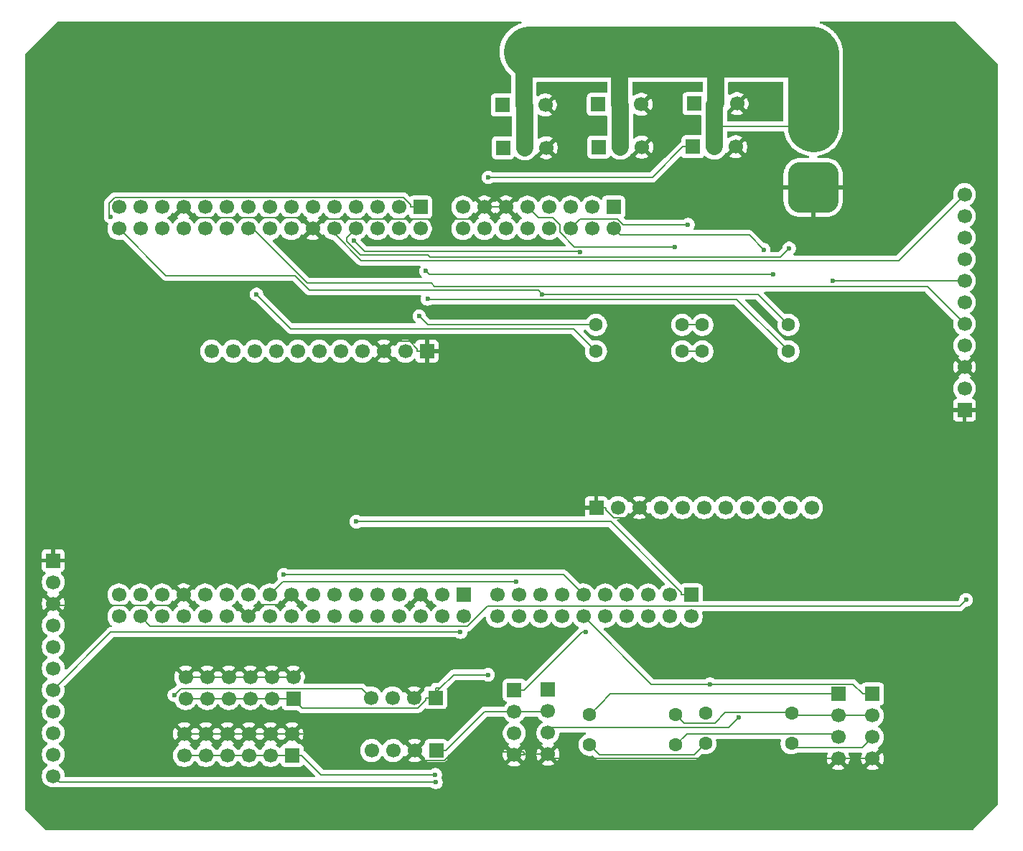
<source format=gtl>
G04 #@! TF.GenerationSoftware,KiCad,Pcbnew,9.0.3*
G04 #@! TF.CreationDate,2025-08-06T01:31:41+09:00*
G04 #@! TF.ProjectId,sasakicatchrobomain25,73617361-6b69-4636-9174-6368726f626f,rev?*
G04 #@! TF.SameCoordinates,Original*
G04 #@! TF.FileFunction,Copper,L1,Top*
G04 #@! TF.FilePolarity,Positive*
%FSLAX46Y46*%
G04 Gerber Fmt 4.6, Leading zero omitted, Abs format (unit mm)*
G04 Created by KiCad (PCBNEW 9.0.3) date 2025-08-06 01:31:41*
%MOMM*%
%LPD*%
G01*
G04 APERTURE LIST*
G04 Aperture macros list*
%AMRoundRect*
0 Rectangle with rounded corners*
0 $1 Rounding radius*
0 $2 $3 $4 $5 $6 $7 $8 $9 X,Y pos of 4 corners*
0 Add a 4 corners polygon primitive as box body*
4,1,4,$2,$3,$4,$5,$6,$7,$8,$9,$2,$3,0*
0 Add four circle primitives for the rounded corners*
1,1,$1+$1,$2,$3*
1,1,$1+$1,$4,$5*
1,1,$1+$1,$6,$7*
1,1,$1+$1,$8,$9*
0 Add four rect primitives between the rounded corners*
20,1,$1+$1,$2,$3,$4,$5,0*
20,1,$1+$1,$4,$5,$6,$7,0*
20,1,$1+$1,$6,$7,$8,$9,0*
20,1,$1+$1,$8,$9,$2,$3,0*%
G04 Aperture macros list end*
G04 #@! TA.AperFunction,ComponentPad*
%ADD10R,1.700000X1.700000*%
G04 #@! TD*
G04 #@! TA.AperFunction,ComponentPad*
%ADD11C,1.700000*%
G04 #@! TD*
G04 #@! TA.AperFunction,ComponentPad*
%ADD12C,1.600000*%
G04 #@! TD*
G04 #@! TA.AperFunction,ComponentPad*
%ADD13RoundRect,1.500000X1.500000X-1.500000X1.500000X1.500000X-1.500000X1.500000X-1.500000X-1.500000X0*%
G04 #@! TD*
G04 #@! TA.AperFunction,ComponentPad*
%ADD14C,6.000000*%
G04 #@! TD*
G04 #@! TA.AperFunction,ViaPad*
%ADD15C,0.600000*%
G04 #@! TD*
G04 #@! TA.AperFunction,Conductor*
%ADD16C,0.200000*%
G04 #@! TD*
G04 #@! TA.AperFunction,Conductor*
%ADD17C,6.000000*%
G04 #@! TD*
G04 #@! TA.AperFunction,Conductor*
%ADD18C,2.000000*%
G04 #@! TD*
G04 APERTURE END LIST*
D10*
X117414200Y-130643800D03*
D11*
X114874200Y-130643800D03*
X112334200Y-130643800D03*
X109794200Y-130643800D03*
D10*
X125313600Y-59574600D03*
D11*
X127853600Y-59574600D03*
X130393600Y-59574600D03*
D12*
X135524400Y-126402000D03*
X145684400Y-126402000D03*
X149164200Y-129805600D03*
X159324200Y-129805600D03*
X148818600Y-83591400D03*
X158978600Y-83591400D03*
D10*
X126634400Y-123531800D03*
D11*
X126634400Y-126071800D03*
X126634400Y-128611800D03*
X126634400Y-131151800D03*
D12*
X136271000Y-83566000D03*
X146431000Y-83566000D03*
D10*
X136540400Y-54469200D03*
D11*
X139080400Y-54469200D03*
X141620400Y-54469200D03*
D12*
X136271000Y-80467200D03*
X146431000Y-80467200D03*
D10*
X136591200Y-59498400D03*
D11*
X139131200Y-59498400D03*
X141671200Y-59498400D03*
D10*
X147665600Y-59473000D03*
D11*
X150205600Y-59473000D03*
X152745600Y-59473000D03*
D12*
X148818600Y-80467200D03*
X158978600Y-80467200D03*
D10*
X179730000Y-90510000D03*
D11*
X179730000Y-87970000D03*
X179730000Y-85430000D03*
X179730000Y-82890000D03*
X179730000Y-80350000D03*
X179730000Y-77810000D03*
X179730000Y-75270000D03*
X179730000Y-72730000D03*
X179730000Y-70190000D03*
X179730000Y-67650000D03*
X179730000Y-65110000D03*
D10*
X100574000Y-124522400D03*
D11*
X100574000Y-121982400D03*
X98034000Y-124522400D03*
X98034000Y-121982400D03*
X95494000Y-124522400D03*
X95494000Y-121982400D03*
X92954000Y-124522400D03*
X92954000Y-121982400D03*
X90414000Y-124522400D03*
X90414000Y-121982400D03*
X87874000Y-124522400D03*
X87874000Y-121982400D03*
D10*
X147818000Y-54393000D03*
D11*
X150358000Y-54393000D03*
X152898000Y-54393000D03*
D12*
X149164200Y-126249600D03*
X159324200Y-126249600D03*
D10*
X168874600Y-123989000D03*
D11*
X168874600Y-126529000D03*
X168874600Y-129069000D03*
X168874600Y-131609000D03*
D10*
X130596800Y-123481000D03*
D11*
X130596800Y-126021000D03*
X130596800Y-128561000D03*
X130596800Y-131101000D03*
D10*
X72250000Y-108250000D03*
D11*
X72250000Y-110790000D03*
X72250000Y-113330000D03*
X72250000Y-115870000D03*
X72250000Y-118410000D03*
X72250000Y-120950000D03*
X72250000Y-123490000D03*
X72250000Y-126030000D03*
X72250000Y-128570000D03*
X72250000Y-131110000D03*
X72250000Y-133650000D03*
D10*
X164836000Y-123989000D03*
D11*
X164836000Y-126529000D03*
X164836000Y-129069000D03*
X164836000Y-131609000D03*
D10*
X100421600Y-131228000D03*
D11*
X100421600Y-128688000D03*
X97881600Y-131228000D03*
X97881600Y-128688000D03*
X95341600Y-131228000D03*
X95341600Y-128688000D03*
X92801600Y-131228000D03*
X92801600Y-128688000D03*
X90261600Y-131228000D03*
X90261600Y-128688000D03*
X87721600Y-131228000D03*
X87721600Y-128688000D03*
D10*
X125212000Y-54545400D03*
D11*
X127752000Y-54545400D03*
X130292000Y-54545400D03*
D10*
X136296400Y-102006400D03*
D11*
X138836400Y-102006400D03*
X141376400Y-102006400D03*
X143916400Y-102006400D03*
X146456400Y-102006400D03*
X148996400Y-102006400D03*
X151536400Y-102006400D03*
X154076400Y-102006400D03*
X156616400Y-102006400D03*
X159156400Y-102006400D03*
X161696400Y-102006400D03*
D10*
X116332000Y-83566000D03*
D11*
X113792000Y-83566000D03*
X111252000Y-83566000D03*
X108712000Y-83566000D03*
X106172000Y-83566000D03*
X103632000Y-83566000D03*
X101092000Y-83566000D03*
X98552000Y-83566000D03*
X96012000Y-83566000D03*
X93472000Y-83566000D03*
X90932000Y-83566000D03*
D12*
X135524400Y-129983400D03*
X145684400Y-129983400D03*
D10*
X117338000Y-124420800D03*
D11*
X114798000Y-124420800D03*
X112258000Y-124420800D03*
X109718000Y-124420800D03*
D13*
X161889600Y-64266800D03*
D14*
X161889600Y-57066800D03*
D10*
X138340000Y-66585000D03*
D11*
X138340000Y-69125000D03*
X135800000Y-66585000D03*
X135800000Y-69125000D03*
X133260000Y-66585000D03*
X133260000Y-69125000D03*
X130720000Y-66585000D03*
X130720000Y-69125000D03*
X128180000Y-66585000D03*
X128180000Y-69125000D03*
X125640000Y-66585000D03*
X125640000Y-69125000D03*
X123100000Y-66585000D03*
X123100000Y-69125000D03*
X120560000Y-66585000D03*
X120560000Y-69125000D03*
D10*
X115560000Y-66585000D03*
D11*
X115560000Y-69125000D03*
X113020000Y-66585000D03*
X113020000Y-69125000D03*
X110480000Y-66585000D03*
X110480000Y-69125000D03*
X107940000Y-66585000D03*
X107940000Y-69125000D03*
X105400000Y-66585000D03*
X105400000Y-69125000D03*
X102860000Y-66585000D03*
X102860000Y-69125000D03*
X100320000Y-66585000D03*
X100320000Y-69125000D03*
X97780000Y-66585000D03*
X97780000Y-69125000D03*
X95240000Y-66585000D03*
X95240000Y-69125000D03*
X92700000Y-66585000D03*
X92700000Y-69125000D03*
X90160000Y-66585000D03*
X90160000Y-69125000D03*
X87620000Y-66585000D03*
X87620000Y-69125000D03*
X85080000Y-66585000D03*
X85080000Y-69125000D03*
X82540000Y-66585000D03*
X82540000Y-69125000D03*
X80000000Y-66585000D03*
X80000000Y-69125000D03*
D10*
X120640000Y-112300000D03*
D11*
X120640000Y-114840000D03*
X118100000Y-112300000D03*
X118100000Y-114840000D03*
X115560000Y-112300000D03*
X115560000Y-114840000D03*
X113020000Y-112300000D03*
X113020000Y-114840000D03*
X110480000Y-112300000D03*
X110480000Y-114840000D03*
X107940000Y-112300000D03*
X107940000Y-114840000D03*
X105400000Y-112300000D03*
X105400000Y-114840000D03*
X102860000Y-112300000D03*
X102860000Y-114840000D03*
X100320000Y-112300000D03*
X100320000Y-114840000D03*
X97780000Y-112300000D03*
X97780000Y-114840000D03*
X95240000Y-112300000D03*
X95240000Y-114840000D03*
X92700000Y-112300000D03*
X92700000Y-114840000D03*
X90160000Y-112300000D03*
X90160000Y-114840000D03*
X87620000Y-112300000D03*
X87620000Y-114840000D03*
X85080000Y-112300000D03*
X85080000Y-114840000D03*
X82540000Y-112300000D03*
X82540000Y-114840000D03*
X80000000Y-112300000D03*
X80000000Y-114840000D03*
D10*
X147500000Y-112300000D03*
D11*
X147500000Y-114840000D03*
X144960000Y-112300000D03*
X144960000Y-114840000D03*
X142420000Y-112300000D03*
X142420000Y-114840000D03*
X139880000Y-112300000D03*
X139880000Y-114840000D03*
X137340000Y-112300000D03*
X137340000Y-114840000D03*
X134800000Y-112300000D03*
X134800000Y-114840000D03*
X132260000Y-112300000D03*
X132260000Y-114840000D03*
X129720000Y-112300000D03*
X129720000Y-114840000D03*
X127180000Y-112300000D03*
X127180000Y-114840000D03*
X124640000Y-112300000D03*
X124640000Y-114840000D03*
D15*
X165560000Y-69125000D03*
X155560000Y-66625000D03*
X145560000Y-64125000D03*
X150560000Y-64125000D03*
X163060000Y-89125000D03*
X163060000Y-79125000D03*
X93060000Y-94125000D03*
X93060000Y-106625000D03*
X88060000Y-106625000D03*
X88060000Y-89125000D03*
X133060000Y-96625000D03*
X133060000Y-91625000D03*
X103060000Y-106625000D03*
X103060000Y-94125000D03*
X103060000Y-99125000D03*
X103060000Y-91625000D03*
X108060000Y-94125000D03*
X75560000Y-69125000D03*
X75560000Y-79125000D03*
X75560000Y-89125000D03*
X75560000Y-101625000D03*
X93060000Y-99125000D03*
X135560000Y-99125000D03*
X143060000Y-91625000D03*
X148060000Y-91625000D03*
X73060000Y-84125000D03*
X73060000Y-74125000D03*
X73060000Y-94125000D03*
X88060000Y-99125000D03*
X108060000Y-119125000D03*
X135560000Y-134125000D03*
X145560000Y-134125000D03*
X155560000Y-134125000D03*
X180560000Y-124125000D03*
X180560000Y-124125000D03*
X168060000Y-104125000D03*
X168060000Y-94125000D03*
X168060000Y-84125000D03*
X175560000Y-56625000D03*
X175560000Y-51625000D03*
X180560000Y-51625000D03*
X180560000Y-56625000D03*
X178060000Y-59125000D03*
X178060000Y-54125000D03*
X178060000Y-49125000D03*
X145560000Y-106625000D03*
X118060000Y-136625000D03*
X75560000Y-136625000D03*
X88060000Y-136625000D03*
X103060000Y-136625000D03*
X83060000Y-124125000D03*
X90560000Y-119125000D03*
X100560000Y-119125000D03*
X113060000Y-119125000D03*
X125560000Y-119125000D03*
X133060000Y-106625000D03*
X108060000Y-106625000D03*
X115560000Y-106625000D03*
X118060000Y-99125000D03*
X118060000Y-91625000D03*
X153060000Y-96625000D03*
X153060000Y-89125000D03*
X80560000Y-129125000D03*
X160560000Y-109125000D03*
X145560000Y-119125000D03*
X155560000Y-119125000D03*
X160560000Y-119125000D03*
X125560000Y-134125000D03*
X180560000Y-134125000D03*
X170560000Y-139125000D03*
X160560000Y-139125000D03*
X150560000Y-139125000D03*
X140560000Y-139125000D03*
X130560000Y-139125000D03*
X175560000Y-129125000D03*
X175560000Y-119125000D03*
X170560000Y-119125000D03*
X175560000Y-84125000D03*
X175560000Y-94125000D03*
X175560000Y-104125000D03*
X170560000Y-109125000D03*
X170560000Y-99125000D03*
X170560000Y-89125000D03*
X170560000Y-79125000D03*
X110560000Y-79125000D03*
X155560000Y-109125000D03*
X145560000Y-94125000D03*
X145560000Y-89125000D03*
X135560000Y-94125000D03*
X135560000Y-89125000D03*
X110560000Y-99125000D03*
X110560000Y-89125000D03*
X100560000Y-104125000D03*
X100560000Y-94125000D03*
X85560000Y-104125000D03*
X90560000Y-104125000D03*
X90560000Y-94125000D03*
X85560000Y-94125000D03*
X70560000Y-99125000D03*
X70560000Y-89125000D03*
X70560000Y-79125000D03*
X70560000Y-69125000D03*
X70560000Y-59125000D03*
X70560000Y-49125000D03*
X120560000Y-49125000D03*
X110560000Y-49125000D03*
X115560000Y-54125000D03*
X105560000Y-54125000D03*
X90560000Y-49125000D03*
X95560000Y-54125000D03*
X80560000Y-59125000D03*
X75560000Y-54125000D03*
X80560000Y-49125000D03*
X85560000Y-54125000D03*
X85560000Y-54125000D03*
X100560000Y-59125000D03*
X110560000Y-59125000D03*
X100560000Y-49125000D03*
X116225000Y-74122800D03*
X157133000Y-74467400D03*
X79025900Y-67736700D03*
X179905000Y-112871000D03*
X123588000Y-63076000D03*
X126816000Y-110710000D03*
X99423400Y-109923000D03*
X108006000Y-103668000D03*
X120289000Y-116698000D03*
X117391000Y-134392000D03*
X156059000Y-71600100D03*
X147116000Y-68653900D03*
X149713000Y-122837000D03*
X134358000Y-71874500D03*
X107714000Y-70519700D03*
X164199000Y-75270000D03*
X159039000Y-71452800D03*
X96227700Y-76868200D03*
X153078000Y-126779000D03*
X116400000Y-77400300D03*
X129916000Y-76834900D03*
X115420000Y-79437600D03*
X135046000Y-116638000D03*
X86516900Y-124113000D03*
X145539000Y-71246900D03*
X117308000Y-133506000D03*
X118034000Y-67949800D03*
X123550000Y-121714000D03*
X90560000Y-59125000D03*
D16*
X100574000Y-124522400D02*
X98034000Y-124522400D01*
X100574000Y-124522400D02*
X92954000Y-124522400D01*
D17*
X150240000Y-48275000D02*
X139380000Y-48275000D01*
X161740000Y-48275000D02*
X150240000Y-48275000D01*
X161850000Y-48385000D02*
X161740000Y-48275000D01*
X161890000Y-48424600D02*
X161850000Y-48385000D01*
X161890000Y-57066800D02*
X161890000Y-48424600D01*
D18*
X127854000Y-54647000D02*
X127752000Y-54545400D01*
X127854000Y-59574600D02*
X127854000Y-54647000D01*
X127752000Y-48923000D02*
X128400000Y-48275000D01*
X127752000Y-54545400D02*
X127752000Y-48923000D01*
D17*
X139380000Y-48275000D02*
X128400000Y-48275000D01*
D18*
X150358000Y-48393000D02*
X150240000Y-48275000D01*
X150358000Y-54393000D02*
X150358000Y-48393000D01*
X139131000Y-54520000D02*
X139106000Y-54494600D01*
X139131000Y-59498400D02*
X139131000Y-54520000D01*
D16*
X139080000Y-54469500D02*
X139106000Y-54494600D01*
X139080000Y-54469200D02*
X139080000Y-54469500D01*
D18*
X139080000Y-48574600D02*
X139380000Y-48275000D01*
X139080000Y-54469200D02*
X139080000Y-48574600D01*
X139106000Y-54494600D02*
X139080000Y-54469200D01*
D16*
X150293000Y-57066800D02*
X150206000Y-56979400D01*
X161890000Y-57066800D02*
X150293000Y-57066800D01*
D18*
X150206000Y-59473000D02*
X150206000Y-56979400D01*
X150206000Y-54545400D02*
X150358000Y-54393000D01*
X150206000Y-56979400D02*
X150206000Y-54545400D01*
D16*
X139080400Y-54469200D02*
X139080000Y-54469200D01*
X161889600Y-57066800D02*
X161890000Y-57066800D01*
X127853600Y-59574600D02*
X127854000Y-59574600D01*
X139131200Y-59498400D02*
X139131000Y-59498400D01*
X116569000Y-74467400D02*
X116225000Y-74122800D01*
X157133000Y-74467400D02*
X116569000Y-74467400D01*
X171962000Y-72877900D02*
X179730000Y-65110000D01*
X108585000Y-72877900D02*
X171962000Y-72877900D01*
X105400000Y-69693000D02*
X108585000Y-72877900D01*
X105400000Y-69125000D02*
X105400000Y-69693000D01*
X78814100Y-67524900D02*
X79025900Y-67736700D01*
X78814100Y-66126300D02*
X78814100Y-67524900D01*
X79507100Y-65433300D02*
X78814100Y-66126300D01*
X113545000Y-65433300D02*
X79507100Y-65433300D01*
X114408000Y-66297000D02*
X113545000Y-65433300D01*
X114408000Y-66585000D02*
X114408000Y-66297000D01*
X115560000Y-66585000D02*
X114408000Y-66585000D01*
X95808000Y-69125000D02*
X95240000Y-69125000D01*
X102242000Y-75559000D02*
X95808000Y-69125000D01*
X116832000Y-75559000D02*
X102242000Y-75559000D01*
X117232000Y-75959200D02*
X116832000Y-75559000D01*
X175339000Y-75959200D02*
X117232000Y-75959200D01*
X179730000Y-80350000D02*
X175339000Y-75959200D01*
X179143000Y-113633000D02*
X179905000Y-112871000D01*
X123500000Y-113633000D02*
X179143000Y-113633000D01*
X121128000Y-116004000D02*
X123500000Y-113633000D01*
X83704300Y-116004000D02*
X121128000Y-116004000D01*
X82540000Y-114840000D02*
X83704300Y-116004000D01*
X147666000Y-59473000D02*
X147665600Y-59473000D01*
X142911000Y-63076000D02*
X123588000Y-63076000D01*
X146514000Y-59473000D02*
X142911000Y-63076000D01*
X147665600Y-59473000D02*
X146514000Y-59473000D01*
X99370000Y-110710000D02*
X126816000Y-110710000D01*
X97780000Y-112300000D02*
X99370000Y-110710000D01*
X132423000Y-109923000D02*
X134800000Y-112300000D01*
X99423400Y-109923000D02*
X132423000Y-109923000D01*
X138004000Y-103668000D02*
X108006000Y-103668000D01*
X146348000Y-112012000D02*
X138004000Y-103668000D01*
X146348000Y-112300000D02*
X146348000Y-112012000D01*
X147500000Y-112300000D02*
X146348000Y-112300000D01*
X79041600Y-116698000D02*
X120289000Y-116698000D01*
X72250000Y-123490000D02*
X79041600Y-116698000D01*
X72992400Y-134392000D02*
X72250000Y-133650000D01*
X117391000Y-134392000D02*
X72992400Y-134392000D01*
X139107000Y-69891800D02*
X138340000Y-69125000D01*
X154350000Y-69891800D02*
X139107000Y-69891800D01*
X156059000Y-71600100D02*
X154350000Y-69891800D01*
X134412000Y-67973300D02*
X133260000Y-69125000D01*
X138817000Y-67973300D02*
X134412000Y-67973300D01*
X139498000Y-68653800D02*
X138817000Y-67973300D01*
X139498000Y-68653900D02*
X139498000Y-68653800D01*
X147116000Y-68653900D02*
X139498000Y-68653900D01*
X142797000Y-122837000D02*
X149713000Y-122837000D01*
X134800000Y-114840000D02*
X142797000Y-122837000D01*
X168875000Y-123989000D02*
X168874600Y-123989000D01*
X166571000Y-122837000D02*
X149713000Y-122837000D01*
X167723000Y-123989000D02*
X166571000Y-122837000D01*
X168874600Y-123989000D02*
X167723000Y-123989000D01*
X159324000Y-129805800D02*
X159324000Y-129806000D01*
X159324200Y-129805600D02*
X159324000Y-129805800D01*
X168273100Y-129670500D02*
X168874600Y-129069000D01*
X168273000Y-129670500D02*
X168273100Y-129670500D01*
X168875000Y-129069000D02*
X168273000Y-129670500D01*
X159791000Y-130272000D02*
X159324000Y-129806000D01*
X167671000Y-130272000D02*
X159791000Y-130272000D01*
X168273000Y-129670500D02*
X167671000Y-130272000D01*
X146980000Y-128688000D02*
X145684000Y-129983000D01*
X164455000Y-128688000D02*
X146980000Y-128688000D01*
X164836000Y-129069000D02*
X164455000Y-128688000D01*
X109016000Y-71822500D02*
X107714000Y-70519700D01*
X134306000Y-71822500D02*
X109016000Y-71822500D01*
X134358000Y-71874500D02*
X134306000Y-71822500D01*
X145684400Y-129983400D02*
X145684000Y-129983000D01*
X164199000Y-75270000D02*
X179730000Y-75270000D01*
X158016000Y-72476200D02*
X159039000Y-71452800D01*
X116726000Y-72476200D02*
X158016000Y-72476200D01*
X116474000Y-72224200D02*
X116726000Y-72476200D01*
X108499000Y-72224200D02*
X116474000Y-72224200D01*
X106895000Y-70620200D02*
X108499000Y-72224200D01*
X106895000Y-70169800D02*
X106895000Y-70620200D01*
X107940000Y-69125000D02*
X106895000Y-70169800D01*
X135524400Y-126401600D02*
X135524400Y-126402000D01*
X136730500Y-125195500D02*
X135524400Y-126401600D01*
X135524000Y-126402000D02*
X136730500Y-125195500D01*
X137937000Y-123989000D02*
X164836000Y-123989000D01*
X136730500Y-125195500D02*
X137937000Y-123989000D01*
X100260000Y-80900300D02*
X96227700Y-76868200D01*
X133605000Y-80900300D02*
X100260000Y-80900300D01*
X136271000Y-83566000D02*
X133605000Y-80900300D01*
X151910000Y-127946000D02*
X153078000Y-126779000D01*
X131212000Y-127946000D02*
X151910000Y-127946000D01*
X130597000Y-128561000D02*
X131212000Y-127946000D01*
X130596800Y-128561000D02*
X130597000Y-128561000D01*
X158906000Y-83518800D02*
X158906000Y-83518400D01*
X158978600Y-83591400D02*
X158906000Y-83518800D01*
X152824000Y-77436600D02*
X158906000Y-83518400D01*
X116436000Y-77436600D02*
X152824000Y-77436600D01*
X116400000Y-77400300D02*
X116436000Y-77436600D01*
X158906000Y-83518400D02*
X158979000Y-83591400D01*
X129442000Y-76360900D02*
X129916000Y-76834900D01*
X102476000Y-76360900D02*
X129442000Y-76360900D01*
X100764000Y-74648500D02*
X102476000Y-76360900D01*
X85523500Y-74648500D02*
X100764000Y-74648500D01*
X80000000Y-69125000D02*
X85523500Y-74648500D01*
X157422000Y-78910500D02*
X158979000Y-80467200D01*
X158978600Y-80467100D02*
X158978600Y-80467200D01*
X157422000Y-78910500D02*
X158978600Y-80467100D01*
X155346000Y-76834900D02*
X157422000Y-78910500D01*
X129916000Y-76834900D02*
X155346000Y-76834900D01*
X116450000Y-80467200D02*
X115420000Y-79437600D01*
X136271000Y-80467200D02*
X116450000Y-80467200D01*
X126634600Y-123532000D02*
X126634400Y-123531800D01*
X127210000Y-123532000D02*
X126634600Y-123532000D01*
X126634000Y-123532000D02*
X127210000Y-123532000D01*
X134680000Y-116638000D02*
X135046000Y-116638000D01*
X127786000Y-123532000D02*
X134680000Y-116638000D01*
X127210000Y-123532000D02*
X127786000Y-123532000D01*
X109718000Y-124420500D02*
X109718000Y-124420800D01*
X109184000Y-123886500D02*
X109718000Y-124420500D01*
X109718000Y-124421000D02*
X109184000Y-123886500D01*
X87277900Y-123352000D02*
X86516900Y-124113000D01*
X108650000Y-123352000D02*
X87277900Y-123352000D01*
X109184000Y-123886500D02*
X108650000Y-123352000D01*
X100422000Y-131228000D02*
X97881600Y-131228000D01*
X148819000Y-80467200D02*
X146431000Y-80467200D01*
X92801600Y-131228000D02*
X90261600Y-131228000D01*
X168875000Y-126529000D02*
X164836000Y-126529000D01*
X87721600Y-131228000D02*
X90261600Y-131228000D01*
X95341600Y-131228000D02*
X92801600Y-131228000D01*
X133746000Y-71246900D02*
X145539000Y-71246900D01*
X131990000Y-69490900D02*
X133746000Y-71246900D01*
X131990000Y-68706600D02*
X131990000Y-69490900D01*
X131138000Y-67855000D02*
X131990000Y-68706600D01*
X129450000Y-67855000D02*
X131138000Y-67855000D01*
X128180000Y-66585000D02*
X129450000Y-67855000D01*
X103851000Y-133506000D02*
X117308000Y-133506000D01*
X101573000Y-131228000D02*
X103851000Y-133506000D01*
X100422000Y-131228000D02*
X101573000Y-131228000D01*
X126634200Y-126071800D02*
X126634000Y-126072000D01*
X126634400Y-126071800D02*
X126634200Y-126071800D01*
X100421600Y-131228000D02*
X100422000Y-131228000D01*
X130596800Y-126021200D02*
X130596800Y-126021000D01*
X130571500Y-126046500D02*
X130596800Y-126021200D01*
X130597000Y-126021000D02*
X130571500Y-126046500D01*
X130546000Y-126072000D02*
X126634000Y-126072000D01*
X130571500Y-126046500D02*
X130546000Y-126072000D01*
X117414400Y-130644000D02*
X117414200Y-130643800D01*
X117990000Y-130644000D02*
X117414400Y-130644000D01*
X117414000Y-130644000D02*
X117990000Y-130644000D01*
X123138000Y-126072000D02*
X126634000Y-126072000D01*
X118566000Y-130644000D02*
X123138000Y-126072000D01*
X117990000Y-130644000D02*
X118566000Y-130644000D01*
X135524400Y-129983400D02*
X135524000Y-129983000D01*
X148819000Y-83591400D02*
X148818600Y-83591400D01*
X146456000Y-83591400D02*
X146431000Y-83566000D01*
X148818600Y-83591400D02*
X146456000Y-83591400D01*
X95341600Y-131228000D02*
X97881600Y-131228000D01*
X159324200Y-126249600D02*
X159323900Y-126249900D01*
X159324000Y-126250000D02*
X159323900Y-126249900D01*
X159604000Y-126529000D02*
X159324000Y-126250000D01*
X164836000Y-126529000D02*
X159604000Y-126529000D01*
X146677000Y-127394000D02*
X145684000Y-126402000D01*
X150286000Y-127394000D02*
X146677000Y-127394000D01*
X151525000Y-126155000D02*
X150286000Y-127394000D01*
X159230000Y-126155000D02*
X151525000Y-126155000D01*
X159323900Y-126249900D02*
X159230000Y-126155000D01*
X136687000Y-131146000D02*
X135524400Y-129983400D01*
X147824000Y-131146000D02*
X136687000Y-131146000D01*
X149164000Y-129806000D02*
X147824000Y-131146000D01*
X149164200Y-129805800D02*
X149164200Y-129805600D01*
X149164000Y-129806000D02*
X149164200Y-129805800D01*
X92954000Y-121982000D02*
X90414000Y-121982000D01*
X100574000Y-121982000D02*
X98034000Y-121982000D01*
X112420000Y-82397500D02*
X111252000Y-83566000D01*
X114300000Y-82397500D02*
X112420000Y-82397500D01*
X115180000Y-83278100D02*
X114300000Y-82397500D01*
X115180000Y-83566000D02*
X115180000Y-83278100D01*
X116332000Y-83566000D02*
X115180000Y-83566000D01*
X86410000Y-113510000D02*
X87620000Y-112300000D01*
X72430000Y-113510000D02*
X86410000Y-113510000D01*
X72250000Y-113330000D02*
X72430000Y-113510000D01*
X95341600Y-128688000D02*
X92801600Y-128688000D01*
X90261600Y-128688000D02*
X87721600Y-128688000D01*
X96628300Y-113452000D02*
X95240000Y-114840000D01*
X99168300Y-113452000D02*
X96628300Y-113452000D01*
X100320000Y-112300000D02*
X99168300Y-113452000D01*
X168875000Y-131609000D02*
X164836000Y-131609000D01*
X125640000Y-66585000D02*
X123100000Y-66585000D01*
X88810600Y-67775600D02*
X87620000Y-66585000D01*
X101511000Y-67775600D02*
X88810600Y-67775600D01*
X102860000Y-69125000D02*
X101511000Y-67775600D01*
X104035000Y-67949800D02*
X102860000Y-69125000D01*
X118034000Y-67949800D02*
X104035000Y-67949800D01*
X121735000Y-67949800D02*
X118034000Y-67949800D01*
X123100000Y-66585000D02*
X121735000Y-67949800D01*
X97881600Y-128688000D02*
X95341600Y-128688000D01*
X90261600Y-128688000D02*
X92801600Y-128688000D01*
X87874400Y-121982000D02*
X87874000Y-121982400D01*
X89144000Y-121982000D02*
X87874400Y-121982000D01*
X87874000Y-121982000D02*
X89144000Y-121982000D01*
X89144000Y-121982000D02*
X90414000Y-121982000D01*
X98034000Y-121982400D02*
X98034000Y-121982000D01*
X136296800Y-102006000D02*
X136296400Y-102006400D01*
X136872000Y-102006000D02*
X136296800Y-102006000D01*
X136296000Y-102006000D02*
X136872000Y-102006000D01*
X140202000Y-103181000D02*
X141376000Y-102006000D01*
X138335000Y-103181000D02*
X140202000Y-103181000D01*
X137448000Y-102294000D02*
X138335000Y-103181000D01*
X137448000Y-102006000D02*
X137448000Y-102294000D01*
X136872000Y-102006000D02*
X137448000Y-102006000D01*
X90414000Y-121982400D02*
X90414000Y-121982000D01*
X141376400Y-102006400D02*
X141376000Y-102006000D01*
X92954000Y-121982400D02*
X92954000Y-121982000D01*
X100574000Y-121982400D02*
X100574000Y-121982000D01*
X95493600Y-121982000D02*
X95494000Y-121982400D01*
X94224000Y-121982000D02*
X95493600Y-121982000D01*
X98034000Y-121982000D02*
X94224000Y-121982000D01*
X94224000Y-121982000D02*
X92954000Y-121982000D01*
X100421600Y-128688000D02*
X97881600Y-128688000D01*
X127796000Y-131101000D02*
X130596800Y-131101000D01*
X131105000Y-131609000D02*
X164836000Y-131609000D01*
X130597000Y-131101000D02*
X131105000Y-131609000D01*
X130596800Y-131101000D02*
X130597000Y-131101000D01*
X114874200Y-130643800D02*
X114874000Y-130644000D01*
X116026000Y-131796000D02*
X114874000Y-130644000D01*
X118389000Y-131796000D02*
X116026000Y-131796000D01*
X119373000Y-130812000D02*
X118389000Y-131796000D01*
X127737000Y-130812000D02*
X119373000Y-130812000D01*
X127796000Y-130870000D02*
X127737000Y-130812000D01*
X127796000Y-131101000D02*
X127796000Y-130870000D01*
X112918000Y-128688000D02*
X100421600Y-128688000D01*
X114874000Y-130644000D02*
X112918000Y-128688000D01*
X126634400Y-131151800D02*
X126634400Y-131152000D01*
X126634000Y-131152000D02*
X126634400Y-131152000D01*
X127745000Y-131152000D02*
X127796000Y-131101000D01*
X126634400Y-131152000D02*
X127745000Y-131152000D01*
X87874000Y-124522000D02*
X90414000Y-124522000D01*
X95494000Y-124522000D02*
X90414000Y-124522000D01*
X98034000Y-124522000D02*
X95494000Y-124522000D01*
X99304000Y-124522000D02*
X100523000Y-124522000D01*
X98034000Y-124522400D02*
X98034000Y-124522000D01*
X90414000Y-124522400D02*
X90414000Y-124522000D01*
X87874000Y-124522400D02*
X87874000Y-124522000D01*
X117338000Y-124420800D02*
X117338000Y-123269100D01*
X116762000Y-124421000D02*
X117913900Y-123269100D01*
X119469000Y-121714000D02*
X123550000Y-121714000D01*
X117913900Y-123269100D02*
X119469000Y-121714000D01*
X117913900Y-123269100D02*
X117338000Y-123269100D01*
X100523400Y-124522400D02*
X100523000Y-124522000D01*
X100574000Y-124522400D02*
X100523400Y-124522400D01*
X100574000Y-124522000D02*
X100523000Y-124522000D01*
X100523000Y-124522000D02*
X98034000Y-124522000D01*
X95494000Y-124522400D02*
X95494000Y-124522000D01*
X117338000Y-124421000D02*
X116762000Y-124421000D01*
X101616000Y-125615000D02*
X100523000Y-124522000D01*
X115280000Y-125615000D02*
X101616000Y-125615000D01*
X116186000Y-124709000D02*
X115280000Y-125615000D01*
X116186000Y-124421000D02*
X116186000Y-124709000D01*
X116762000Y-124421000D02*
X116186000Y-124421000D01*
G04 #@! TA.AperFunction,Conductor*
G36*
X89795675Y-128880993D02*
G01*
X89861501Y-128995007D01*
X89954593Y-129088099D01*
X90068607Y-129153925D01*
X90132190Y-129170962D01*
X89499882Y-129803269D01*
X89499882Y-129803270D01*
X89554052Y-129842626D01*
X89554051Y-129842626D01*
X89563095Y-129847234D01*
X89613892Y-129895208D01*
X89630687Y-129963029D01*
X89608150Y-130029164D01*
X89563099Y-130068202D01*
X89553782Y-130072949D01*
X89381813Y-130197890D01*
X89231490Y-130348213D01*
X89106549Y-130520182D01*
X89102084Y-130528946D01*
X89054109Y-130579742D01*
X88986288Y-130596536D01*
X88920153Y-130573998D01*
X88881116Y-130528946D01*
X88876650Y-130520182D01*
X88751709Y-130348213D01*
X88601386Y-130197890D01*
X88429417Y-130072949D01*
X88420104Y-130068204D01*
X88369307Y-130020230D01*
X88352512Y-129952409D01*
X88375049Y-129886274D01*
X88420107Y-129847232D01*
X88429155Y-129842622D01*
X88483316Y-129803270D01*
X88483317Y-129803270D01*
X87851008Y-129170962D01*
X87914593Y-129153925D01*
X88028607Y-129088099D01*
X88121699Y-128995007D01*
X88187525Y-128880993D01*
X88204562Y-128817408D01*
X88836870Y-129449717D01*
X88836870Y-129449716D01*
X88876222Y-129395554D01*
X88881114Y-129385954D01*
X88929088Y-129335157D01*
X88996908Y-129318361D01*
X89063044Y-129340897D01*
X89102086Y-129385954D01*
X89106975Y-129395550D01*
X89146328Y-129449716D01*
X89778637Y-128817408D01*
X89795675Y-128880993D01*
G37*
G04 #@! TD.AperFunction*
G04 #@! TA.AperFunction,Conductor*
G36*
X92335675Y-128880993D02*
G01*
X92401501Y-128995007D01*
X92494593Y-129088099D01*
X92608607Y-129153925D01*
X92672190Y-129170962D01*
X92039882Y-129803269D01*
X92039882Y-129803270D01*
X92094052Y-129842626D01*
X92094051Y-129842626D01*
X92103095Y-129847234D01*
X92153892Y-129895208D01*
X92170687Y-129963029D01*
X92148150Y-130029164D01*
X92103099Y-130068202D01*
X92093782Y-130072949D01*
X91921813Y-130197890D01*
X91771490Y-130348213D01*
X91646549Y-130520182D01*
X91642084Y-130528946D01*
X91594109Y-130579742D01*
X91526288Y-130596536D01*
X91460153Y-130573998D01*
X91421116Y-130528946D01*
X91416650Y-130520182D01*
X91291709Y-130348213D01*
X91141386Y-130197890D01*
X90969417Y-130072949D01*
X90960104Y-130068204D01*
X90909307Y-130020230D01*
X90892512Y-129952409D01*
X90915049Y-129886274D01*
X90960107Y-129847232D01*
X90969155Y-129842622D01*
X91023316Y-129803270D01*
X91023317Y-129803270D01*
X90391008Y-129170962D01*
X90454593Y-129153925D01*
X90568607Y-129088099D01*
X90661699Y-128995007D01*
X90727525Y-128880993D01*
X90744562Y-128817408D01*
X91376870Y-129449717D01*
X91376870Y-129449716D01*
X91416222Y-129395554D01*
X91421114Y-129385954D01*
X91469088Y-129335157D01*
X91536908Y-129318361D01*
X91603044Y-129340897D01*
X91642086Y-129385954D01*
X91646975Y-129395550D01*
X91686328Y-129449716D01*
X92318637Y-128817408D01*
X92335675Y-128880993D01*
G37*
G04 #@! TD.AperFunction*
G04 #@! TA.AperFunction,Conductor*
G36*
X94875675Y-128880993D02*
G01*
X94941501Y-128995007D01*
X95034593Y-129088099D01*
X95148607Y-129153925D01*
X95212190Y-129170962D01*
X94579882Y-129803269D01*
X94579882Y-129803270D01*
X94634052Y-129842626D01*
X94634051Y-129842626D01*
X94643095Y-129847234D01*
X94693892Y-129895208D01*
X94710687Y-129963029D01*
X94688150Y-130029164D01*
X94643099Y-130068202D01*
X94633782Y-130072949D01*
X94461813Y-130197890D01*
X94311490Y-130348213D01*
X94186549Y-130520182D01*
X94182084Y-130528946D01*
X94134109Y-130579742D01*
X94066288Y-130596536D01*
X94000153Y-130573998D01*
X93961116Y-130528946D01*
X93956650Y-130520182D01*
X93831709Y-130348213D01*
X93681386Y-130197890D01*
X93509417Y-130072949D01*
X93500104Y-130068204D01*
X93449307Y-130020230D01*
X93432512Y-129952409D01*
X93455049Y-129886274D01*
X93500107Y-129847232D01*
X93509155Y-129842622D01*
X93563316Y-129803270D01*
X93563317Y-129803270D01*
X92931008Y-129170962D01*
X92994593Y-129153925D01*
X93108607Y-129088099D01*
X93201699Y-128995007D01*
X93267525Y-128880993D01*
X93284562Y-128817408D01*
X93916870Y-129449717D01*
X93916870Y-129449716D01*
X93956222Y-129395554D01*
X93961114Y-129385954D01*
X94009088Y-129335157D01*
X94076908Y-129318361D01*
X94143044Y-129340897D01*
X94182086Y-129385954D01*
X94186975Y-129395550D01*
X94226328Y-129449716D01*
X94858637Y-128817408D01*
X94875675Y-128880993D01*
G37*
G04 #@! TD.AperFunction*
G04 #@! TA.AperFunction,Conductor*
G36*
X97415675Y-128880993D02*
G01*
X97481501Y-128995007D01*
X97574593Y-129088099D01*
X97688607Y-129153925D01*
X97752190Y-129170962D01*
X97119882Y-129803269D01*
X97119882Y-129803270D01*
X97174052Y-129842626D01*
X97174051Y-129842626D01*
X97183095Y-129847234D01*
X97233892Y-129895208D01*
X97250687Y-129963029D01*
X97228150Y-130029164D01*
X97183099Y-130068202D01*
X97173782Y-130072949D01*
X97001813Y-130197890D01*
X96851490Y-130348213D01*
X96726549Y-130520182D01*
X96722084Y-130528946D01*
X96674109Y-130579742D01*
X96606288Y-130596536D01*
X96540153Y-130573998D01*
X96501116Y-130528946D01*
X96496650Y-130520182D01*
X96371709Y-130348213D01*
X96221386Y-130197890D01*
X96049417Y-130072949D01*
X96040104Y-130068204D01*
X95989307Y-130020230D01*
X95972512Y-129952409D01*
X95995049Y-129886274D01*
X96040107Y-129847232D01*
X96049155Y-129842622D01*
X96103316Y-129803270D01*
X96103317Y-129803270D01*
X95471008Y-129170962D01*
X95534593Y-129153925D01*
X95648607Y-129088099D01*
X95741699Y-128995007D01*
X95807525Y-128880993D01*
X95824562Y-128817408D01*
X96456870Y-129449717D01*
X96456870Y-129449716D01*
X96496222Y-129395554D01*
X96501114Y-129385954D01*
X96549088Y-129335157D01*
X96616908Y-129318361D01*
X96683044Y-129340897D01*
X96722086Y-129385954D01*
X96726975Y-129395550D01*
X96766328Y-129449716D01*
X97398637Y-128817408D01*
X97415675Y-128880993D01*
G37*
G04 #@! TD.AperFunction*
G04 #@! TA.AperFunction,Conductor*
G36*
X99955675Y-128880993D02*
G01*
X100021501Y-128995007D01*
X100114593Y-129088099D01*
X100228607Y-129153925D01*
X100292190Y-129170962D01*
X99621970Y-129841181D01*
X99560647Y-129874666D01*
X99534298Y-129877500D01*
X99523734Y-129877500D01*
X99523723Y-129877501D01*
X99464116Y-129883908D01*
X99329271Y-129934202D01*
X99329264Y-129934206D01*
X99214055Y-130020452D01*
X99214052Y-130020455D01*
X99127806Y-130135664D01*
X99127803Y-130135669D01*
X99078789Y-130267083D01*
X99036917Y-130323016D01*
X98971453Y-130347433D01*
X98903180Y-130332581D01*
X98874926Y-130311430D01*
X98761386Y-130197890D01*
X98589417Y-130072949D01*
X98580104Y-130068204D01*
X98529307Y-130020230D01*
X98512512Y-129952409D01*
X98535049Y-129886274D01*
X98580107Y-129847232D01*
X98589155Y-129842622D01*
X98643316Y-129803270D01*
X98643317Y-129803270D01*
X98011008Y-129170962D01*
X98074593Y-129153925D01*
X98188607Y-129088099D01*
X98281699Y-128995007D01*
X98347525Y-128880993D01*
X98364562Y-128817409D01*
X98996870Y-129449717D01*
X98996870Y-129449716D01*
X99036222Y-129395554D01*
X99041114Y-129385954D01*
X99089088Y-129335157D01*
X99156908Y-129318361D01*
X99223044Y-129340897D01*
X99262086Y-129385954D01*
X99266975Y-129395550D01*
X99306328Y-129449716D01*
X99938637Y-128817408D01*
X99955675Y-128880993D01*
G37*
G04 #@! TD.AperFunction*
G04 #@! TA.AperFunction,Conductor*
G36*
X94041444Y-112953999D02*
G01*
X94080486Y-112999056D01*
X94084951Y-113007820D01*
X94209890Y-113179786D01*
X94360213Y-113330109D01*
X94532179Y-113455048D01*
X94532181Y-113455049D01*
X94532184Y-113455051D01*
X94541493Y-113459794D01*
X94592290Y-113507766D01*
X94609087Y-113575587D01*
X94586552Y-113641722D01*
X94541505Y-113680760D01*
X94532446Y-113685376D01*
X94532440Y-113685380D01*
X94478282Y-113724727D01*
X94478282Y-113724728D01*
X95110591Y-114357037D01*
X95047007Y-114374075D01*
X94932993Y-114439901D01*
X94839901Y-114532993D01*
X94774075Y-114647007D01*
X94757037Y-114710591D01*
X94124728Y-114078282D01*
X94124727Y-114078282D01*
X94085380Y-114132440D01*
X94085376Y-114132446D01*
X94080760Y-114141505D01*
X94032781Y-114192297D01*
X93964959Y-114209087D01*
X93898826Y-114186543D01*
X93859794Y-114141493D01*
X93855051Y-114132184D01*
X93855049Y-114132181D01*
X93855048Y-114132179D01*
X93730109Y-113960213D01*
X93579786Y-113809890D01*
X93407820Y-113684951D01*
X93399600Y-113680763D01*
X93399054Y-113680485D01*
X93348259Y-113632512D01*
X93331463Y-113564692D01*
X93353999Y-113498556D01*
X93399054Y-113459515D01*
X93407816Y-113455051D01*
X93494138Y-113392335D01*
X93579786Y-113330109D01*
X93579788Y-113330106D01*
X93579792Y-113330104D01*
X93730104Y-113179792D01*
X93730106Y-113179788D01*
X93730109Y-113179786D01*
X93855048Y-113007820D01*
X93855047Y-113007820D01*
X93855051Y-113007816D01*
X93859514Y-112999054D01*
X93907488Y-112948259D01*
X93975308Y-112931463D01*
X94041444Y-112953999D01*
G37*
G04 #@! TD.AperFunction*
G04 #@! TA.AperFunction,Conductor*
G36*
X96581444Y-112953999D02*
G01*
X96620486Y-112999056D01*
X96624951Y-113007820D01*
X96749890Y-113179786D01*
X96900213Y-113330109D01*
X97072182Y-113455050D01*
X97080946Y-113459516D01*
X97131742Y-113507491D01*
X97148536Y-113575312D01*
X97125998Y-113641447D01*
X97080946Y-113680484D01*
X97072182Y-113684949D01*
X96900213Y-113809890D01*
X96749890Y-113960213D01*
X96624949Y-114132182D01*
X96620202Y-114141499D01*
X96572227Y-114192293D01*
X96504405Y-114209087D01*
X96438271Y-114186548D01*
X96399234Y-114141495D01*
X96394626Y-114132452D01*
X96355270Y-114078282D01*
X96355269Y-114078282D01*
X95722962Y-114710589D01*
X95705925Y-114647007D01*
X95640099Y-114532993D01*
X95547007Y-114439901D01*
X95432993Y-114374075D01*
X95369409Y-114357037D01*
X96001716Y-113724728D01*
X95947547Y-113685373D01*
X95947547Y-113685372D01*
X95938500Y-113680763D01*
X95887706Y-113632788D01*
X95870912Y-113564966D01*
X95893451Y-113498832D01*
X95938508Y-113459793D01*
X95947816Y-113455051D01*
X96049337Y-113381292D01*
X96119786Y-113330109D01*
X96119788Y-113330106D01*
X96119792Y-113330104D01*
X96270104Y-113179792D01*
X96270106Y-113179788D01*
X96270109Y-113179786D01*
X96395048Y-113007820D01*
X96395047Y-113007820D01*
X96395051Y-113007816D01*
X96399514Y-112999054D01*
X96447488Y-112948259D01*
X96515308Y-112931463D01*
X96581444Y-112953999D01*
G37*
G04 #@! TD.AperFunction*
G04 #@! TA.AperFunction,Conductor*
G36*
X81341444Y-112953999D02*
G01*
X81380486Y-112999056D01*
X81384951Y-113007820D01*
X81509890Y-113179786D01*
X81660213Y-113330109D01*
X81832182Y-113455050D01*
X81840946Y-113459516D01*
X81891742Y-113507491D01*
X81908536Y-113575312D01*
X81885998Y-113641447D01*
X81840946Y-113680484D01*
X81832182Y-113684949D01*
X81660213Y-113809890D01*
X81509890Y-113960213D01*
X81384949Y-114132182D01*
X81380484Y-114140946D01*
X81332509Y-114191742D01*
X81264688Y-114208536D01*
X81198553Y-114185998D01*
X81159516Y-114140946D01*
X81155050Y-114132182D01*
X81030109Y-113960213D01*
X80879786Y-113809890D01*
X80707820Y-113684951D01*
X80699600Y-113680763D01*
X80699054Y-113680485D01*
X80648259Y-113632512D01*
X80631463Y-113564692D01*
X80653999Y-113498556D01*
X80699054Y-113459515D01*
X80707816Y-113455051D01*
X80794138Y-113392335D01*
X80879786Y-113330109D01*
X80879788Y-113330106D01*
X80879792Y-113330104D01*
X81030104Y-113179792D01*
X81030106Y-113179788D01*
X81030109Y-113179786D01*
X81155048Y-113007820D01*
X81155047Y-113007820D01*
X81155051Y-113007816D01*
X81159514Y-112999054D01*
X81207488Y-112948259D01*
X81275308Y-112931463D01*
X81341444Y-112953999D01*
G37*
G04 #@! TD.AperFunction*
G04 #@! TA.AperFunction,Conductor*
G36*
X83881444Y-112953999D02*
G01*
X83920486Y-112999056D01*
X83924951Y-113007820D01*
X84049890Y-113179786D01*
X84200213Y-113330109D01*
X84372182Y-113455050D01*
X84380946Y-113459516D01*
X84431742Y-113507491D01*
X84448536Y-113575312D01*
X84425998Y-113641447D01*
X84380946Y-113680484D01*
X84372182Y-113684949D01*
X84200213Y-113809890D01*
X84049890Y-113960213D01*
X83924949Y-114132182D01*
X83920484Y-114140946D01*
X83872509Y-114191742D01*
X83804688Y-114208536D01*
X83738553Y-114185998D01*
X83699516Y-114140946D01*
X83695050Y-114132182D01*
X83570109Y-113960213D01*
X83419786Y-113809890D01*
X83247820Y-113684951D01*
X83239600Y-113680763D01*
X83239054Y-113680485D01*
X83188259Y-113632512D01*
X83171463Y-113564692D01*
X83193999Y-113498556D01*
X83239054Y-113459515D01*
X83247816Y-113455051D01*
X83334138Y-113392335D01*
X83419786Y-113330109D01*
X83419788Y-113330106D01*
X83419792Y-113330104D01*
X83570104Y-113179792D01*
X83570106Y-113179788D01*
X83570109Y-113179786D01*
X83695048Y-113007820D01*
X83695047Y-113007820D01*
X83695051Y-113007816D01*
X83699514Y-112999054D01*
X83747488Y-112948259D01*
X83815308Y-112931463D01*
X83881444Y-112953999D01*
G37*
G04 #@! TD.AperFunction*
G04 #@! TA.AperFunction,Conductor*
G36*
X87154075Y-112492993D02*
G01*
X87219901Y-112607007D01*
X87312993Y-112700099D01*
X87427007Y-112765925D01*
X87490590Y-112782962D01*
X86858282Y-113415269D01*
X86858282Y-113415270D01*
X86912452Y-113454626D01*
X86912451Y-113454626D01*
X86921495Y-113459234D01*
X86972292Y-113507208D01*
X86989087Y-113575029D01*
X86966550Y-113641164D01*
X86921499Y-113680202D01*
X86912182Y-113684949D01*
X86740213Y-113809890D01*
X86589890Y-113960213D01*
X86464949Y-114132182D01*
X86460484Y-114140946D01*
X86412509Y-114191742D01*
X86344688Y-114208536D01*
X86278553Y-114185998D01*
X86239516Y-114140946D01*
X86235050Y-114132182D01*
X86110109Y-113960213D01*
X85959786Y-113809890D01*
X85787820Y-113684951D01*
X85779600Y-113680763D01*
X85779054Y-113680485D01*
X85728259Y-113632512D01*
X85711463Y-113564692D01*
X85733999Y-113498556D01*
X85779054Y-113459515D01*
X85787816Y-113455051D01*
X85874138Y-113392335D01*
X85959786Y-113330109D01*
X85959788Y-113330106D01*
X85959792Y-113330104D01*
X86110104Y-113179792D01*
X86110106Y-113179788D01*
X86110109Y-113179786D01*
X86195890Y-113061717D01*
X86235051Y-113007816D01*
X86239793Y-112998508D01*
X86287763Y-112947711D01*
X86355583Y-112930911D01*
X86421719Y-112953445D01*
X86460763Y-112998500D01*
X86465373Y-113007547D01*
X86504728Y-113061716D01*
X87137037Y-112429408D01*
X87154075Y-112492993D01*
G37*
G04 #@! TD.AperFunction*
G04 #@! TA.AperFunction,Conductor*
G36*
X88735270Y-113061717D02*
G01*
X88735270Y-113061716D01*
X88774622Y-113007555D01*
X88779232Y-112998507D01*
X88827205Y-112947709D01*
X88895025Y-112930912D01*
X88961161Y-112953447D01*
X89000204Y-112998504D01*
X89004949Y-113007817D01*
X89129890Y-113179786D01*
X89280213Y-113330109D01*
X89452182Y-113455050D01*
X89460946Y-113459516D01*
X89511742Y-113507491D01*
X89528536Y-113575312D01*
X89505998Y-113641447D01*
X89460946Y-113680484D01*
X89452182Y-113684949D01*
X89280213Y-113809890D01*
X89129890Y-113960213D01*
X89004949Y-114132182D01*
X89000484Y-114140946D01*
X88952509Y-114191742D01*
X88884688Y-114208536D01*
X88818553Y-114185998D01*
X88779516Y-114140946D01*
X88775050Y-114132182D01*
X88650109Y-113960213D01*
X88499786Y-113809890D01*
X88327817Y-113684949D01*
X88318504Y-113680204D01*
X88267707Y-113632230D01*
X88250912Y-113564409D01*
X88273449Y-113498274D01*
X88318507Y-113459232D01*
X88327555Y-113454622D01*
X88381716Y-113415270D01*
X88381717Y-113415270D01*
X87749408Y-112782962D01*
X87812993Y-112765925D01*
X87927007Y-112700099D01*
X88020099Y-112607007D01*
X88085925Y-112492993D01*
X88102962Y-112429408D01*
X88735270Y-113061717D01*
G37*
G04 #@! TD.AperFunction*
G04 #@! TA.AperFunction,Conductor*
G36*
X99854075Y-112492993D02*
G01*
X99919901Y-112607007D01*
X100012993Y-112700099D01*
X100127007Y-112765925D01*
X100190590Y-112782962D01*
X99558282Y-113415269D01*
X99558282Y-113415270D01*
X99612452Y-113454626D01*
X99612451Y-113454626D01*
X99621495Y-113459234D01*
X99672292Y-113507208D01*
X99689087Y-113575029D01*
X99666550Y-113641164D01*
X99621499Y-113680202D01*
X99612182Y-113684949D01*
X99440213Y-113809890D01*
X99289890Y-113960213D01*
X99164949Y-114132182D01*
X99160484Y-114140946D01*
X99112509Y-114191742D01*
X99044688Y-114208536D01*
X98978553Y-114185998D01*
X98939516Y-114140946D01*
X98935050Y-114132182D01*
X98810109Y-113960213D01*
X98659786Y-113809890D01*
X98487820Y-113684951D01*
X98479600Y-113680763D01*
X98479054Y-113680485D01*
X98428259Y-113632512D01*
X98411463Y-113564692D01*
X98433999Y-113498556D01*
X98479054Y-113459515D01*
X98487816Y-113455051D01*
X98574138Y-113392335D01*
X98659786Y-113330109D01*
X98659788Y-113330106D01*
X98659792Y-113330104D01*
X98810104Y-113179792D01*
X98810106Y-113179788D01*
X98810109Y-113179786D01*
X98895890Y-113061717D01*
X98935051Y-113007816D01*
X98939793Y-112998508D01*
X98987763Y-112947711D01*
X99055583Y-112930911D01*
X99121719Y-112953445D01*
X99160763Y-112998500D01*
X99165373Y-113007547D01*
X99204728Y-113061716D01*
X99837036Y-112429407D01*
X99854075Y-112492993D01*
G37*
G04 #@! TD.AperFunction*
G04 #@! TA.AperFunction,Conductor*
G36*
X101435270Y-113061717D02*
G01*
X101435270Y-113061716D01*
X101474622Y-113007555D01*
X101479232Y-112998507D01*
X101527205Y-112947709D01*
X101595025Y-112930912D01*
X101661161Y-112953447D01*
X101700204Y-112998504D01*
X101704949Y-113007817D01*
X101829890Y-113179786D01*
X101980213Y-113330109D01*
X102152182Y-113455050D01*
X102160946Y-113459516D01*
X102211742Y-113507491D01*
X102228536Y-113575312D01*
X102205998Y-113641447D01*
X102160946Y-113680484D01*
X102152182Y-113684949D01*
X101980213Y-113809890D01*
X101829890Y-113960213D01*
X101704949Y-114132182D01*
X101700484Y-114140946D01*
X101652509Y-114191742D01*
X101584688Y-114208536D01*
X101518553Y-114185998D01*
X101479516Y-114140946D01*
X101475050Y-114132182D01*
X101350109Y-113960213D01*
X101199786Y-113809890D01*
X101027817Y-113684949D01*
X101018504Y-113680204D01*
X100967707Y-113632230D01*
X100950912Y-113564409D01*
X100973449Y-113498274D01*
X101018507Y-113459232D01*
X101027555Y-113454622D01*
X101081716Y-113415270D01*
X101081717Y-113415270D01*
X100449408Y-112782962D01*
X100512993Y-112765925D01*
X100627007Y-112700099D01*
X100720099Y-112607007D01*
X100785925Y-112492993D01*
X100802962Y-112429409D01*
X101435270Y-113061717D01*
G37*
G04 #@! TD.AperFunction*
G04 #@! TA.AperFunction,Conductor*
G36*
X115094075Y-112492993D02*
G01*
X115159901Y-112607007D01*
X115252993Y-112700099D01*
X115367007Y-112765925D01*
X115430590Y-112782962D01*
X114798282Y-113415269D01*
X114798282Y-113415270D01*
X114852452Y-113454626D01*
X114852451Y-113454626D01*
X114861495Y-113459234D01*
X114912292Y-113507208D01*
X114929087Y-113575029D01*
X114906550Y-113641164D01*
X114861499Y-113680202D01*
X114852182Y-113684949D01*
X114680213Y-113809890D01*
X114529890Y-113960213D01*
X114404949Y-114132182D01*
X114400484Y-114140946D01*
X114352509Y-114191742D01*
X114284688Y-114208536D01*
X114218553Y-114185998D01*
X114179516Y-114140946D01*
X114175050Y-114132182D01*
X114050109Y-113960213D01*
X113899786Y-113809890D01*
X113727820Y-113684951D01*
X113719600Y-113680763D01*
X113719054Y-113680485D01*
X113668259Y-113632512D01*
X113651463Y-113564692D01*
X113673999Y-113498556D01*
X113719054Y-113459515D01*
X113727816Y-113455051D01*
X113814138Y-113392335D01*
X113899786Y-113330109D01*
X113899788Y-113330106D01*
X113899792Y-113330104D01*
X114050104Y-113179792D01*
X114050106Y-113179788D01*
X114050109Y-113179786D01*
X114135890Y-113061717D01*
X114175051Y-113007816D01*
X114179793Y-112998508D01*
X114227763Y-112947711D01*
X114295583Y-112930911D01*
X114361719Y-112953445D01*
X114400763Y-112998500D01*
X114405373Y-113007547D01*
X114444728Y-113061716D01*
X115077036Y-112429407D01*
X115094075Y-112492993D01*
G37*
G04 #@! TD.AperFunction*
G04 #@! TA.AperFunction,Conductor*
G36*
X116675270Y-113061717D02*
G01*
X116675270Y-113061716D01*
X116714622Y-113007555D01*
X116719232Y-112998507D01*
X116767205Y-112947709D01*
X116835025Y-112930912D01*
X116901161Y-112953447D01*
X116940204Y-112998504D01*
X116944949Y-113007817D01*
X117069890Y-113179786D01*
X117220213Y-113330109D01*
X117392182Y-113455050D01*
X117400946Y-113459516D01*
X117451742Y-113507491D01*
X117468536Y-113575312D01*
X117445998Y-113641447D01*
X117400946Y-113680484D01*
X117392182Y-113684949D01*
X117220213Y-113809890D01*
X117069890Y-113960213D01*
X116944949Y-114132182D01*
X116940484Y-114140946D01*
X116892509Y-114191742D01*
X116824688Y-114208536D01*
X116758553Y-114185998D01*
X116719516Y-114140946D01*
X116715050Y-114132182D01*
X116590109Y-113960213D01*
X116439786Y-113809890D01*
X116267817Y-113684949D01*
X116258504Y-113680204D01*
X116207707Y-113632230D01*
X116190912Y-113564409D01*
X116213449Y-113498274D01*
X116258507Y-113459232D01*
X116267555Y-113454622D01*
X116321716Y-113415270D01*
X116321717Y-113415270D01*
X115689408Y-112782962D01*
X115752993Y-112765925D01*
X115867007Y-112700099D01*
X115960099Y-112607007D01*
X116025925Y-112492993D01*
X116042962Y-112429409D01*
X116675270Y-113061717D01*
G37*
G04 #@! TD.AperFunction*
G04 #@! TA.AperFunction,Conductor*
G36*
X102394075Y-69317993D02*
G01*
X102459901Y-69432007D01*
X102552993Y-69525099D01*
X102667007Y-69590925D01*
X102730590Y-69607962D01*
X102098282Y-70240269D01*
X102098282Y-70240270D01*
X102152449Y-70279624D01*
X102341782Y-70376095D01*
X102543870Y-70441757D01*
X102753754Y-70475000D01*
X102966246Y-70475000D01*
X103176127Y-70441757D01*
X103176130Y-70441757D01*
X103378217Y-70376095D01*
X103567554Y-70279622D01*
X103621716Y-70240270D01*
X103621717Y-70240270D01*
X102989408Y-69607962D01*
X103052993Y-69590925D01*
X103167007Y-69525099D01*
X103260099Y-69432007D01*
X103325925Y-69317993D01*
X103342962Y-69254409D01*
X103975270Y-69886717D01*
X103975270Y-69886716D01*
X104014622Y-69832555D01*
X104019232Y-69823507D01*
X104067205Y-69772709D01*
X104135025Y-69755912D01*
X104201161Y-69778447D01*
X104240204Y-69823504D01*
X104244949Y-69832817D01*
X104369890Y-70004786D01*
X104520213Y-70155109D01*
X104692179Y-70280048D01*
X104692181Y-70280049D01*
X104692184Y-70280051D01*
X104881588Y-70376557D01*
X105083757Y-70442246D01*
X105293713Y-70475500D01*
X105293714Y-70475500D01*
X105298525Y-70476262D01*
X105298243Y-70478039D01*
X105356308Y-70500150D01*
X105369001Y-70511224D01*
X107481556Y-72623713D01*
X108152275Y-73294411D01*
X108216284Y-73358420D01*
X108216288Y-73358422D01*
X108216291Y-73358425D01*
X108225106Y-73363514D01*
X108267221Y-73387828D01*
X108267222Y-73387828D01*
X108353216Y-73437477D01*
X108353221Y-73437478D01*
X108353224Y-73437480D01*
X108410896Y-73452932D01*
X108505943Y-73478400D01*
X108505948Y-73478400D01*
X108505952Y-73478401D01*
X108585009Y-73478400D01*
X115460833Y-73478400D01*
X115527872Y-73498085D01*
X115573627Y-73550889D01*
X115583571Y-73620047D01*
X115563935Y-73671291D01*
X115515609Y-73743614D01*
X115515602Y-73743627D01*
X115455264Y-73889298D01*
X115455261Y-73889310D01*
X115424500Y-74043953D01*
X115424500Y-74201646D01*
X115455261Y-74356289D01*
X115455264Y-74356301D01*
X115515602Y-74501972D01*
X115515609Y-74501985D01*
X115603210Y-74633088D01*
X115603213Y-74633092D01*
X115716940Y-74746819D01*
X115750425Y-74808142D01*
X115745441Y-74877834D01*
X115703569Y-74933767D01*
X115638105Y-74958184D01*
X115629259Y-74958500D01*
X102542097Y-74958500D01*
X102475058Y-74938815D01*
X102454416Y-74922181D01*
X98147424Y-70615189D01*
X98113939Y-70553866D01*
X98118923Y-70484174D01*
X98160795Y-70428241D01*
X98196787Y-70409577D01*
X98298412Y-70376557D01*
X98487816Y-70280051D01*
X98542572Y-70240269D01*
X98659786Y-70155109D01*
X98659788Y-70155106D01*
X98659792Y-70155104D01*
X98810104Y-70004792D01*
X98810106Y-70004788D01*
X98810109Y-70004786D01*
X98935048Y-69832820D01*
X98935047Y-69832820D01*
X98935051Y-69832816D01*
X98939514Y-69824054D01*
X98987488Y-69773259D01*
X99055308Y-69756463D01*
X99121444Y-69778999D01*
X99160486Y-69824056D01*
X99164951Y-69832820D01*
X99289890Y-70004786D01*
X99440213Y-70155109D01*
X99612179Y-70280048D01*
X99612181Y-70280049D01*
X99612184Y-70280051D01*
X99801588Y-70376557D01*
X100003757Y-70442246D01*
X100213713Y-70475500D01*
X100213714Y-70475500D01*
X100426286Y-70475500D01*
X100426287Y-70475500D01*
X100636243Y-70442246D01*
X100838412Y-70376557D01*
X101027816Y-70280051D01*
X101082572Y-70240269D01*
X101199786Y-70155109D01*
X101199788Y-70155106D01*
X101199792Y-70155104D01*
X101350104Y-70004792D01*
X101350106Y-70004788D01*
X101350109Y-70004786D01*
X101435890Y-69886717D01*
X101475051Y-69832816D01*
X101479793Y-69823508D01*
X101527763Y-69772711D01*
X101595583Y-69755911D01*
X101661719Y-69778445D01*
X101700763Y-69823500D01*
X101705373Y-69832547D01*
X101744728Y-69886716D01*
X102377037Y-69254408D01*
X102394075Y-69317993D01*
G37*
G04 #@! TD.AperFunction*
G04 #@! TA.AperFunction,Conductor*
G36*
X101661444Y-67238999D02*
G01*
X101700486Y-67284056D01*
X101704951Y-67292820D01*
X101829890Y-67464786D01*
X101980213Y-67615109D01*
X102152179Y-67740048D01*
X102152181Y-67740049D01*
X102152184Y-67740051D01*
X102161493Y-67744794D01*
X102212290Y-67792766D01*
X102229087Y-67860587D01*
X102206552Y-67926722D01*
X102161505Y-67965760D01*
X102152446Y-67970376D01*
X102152440Y-67970380D01*
X102098282Y-68009727D01*
X102098282Y-68009728D01*
X102730591Y-68642037D01*
X102667007Y-68659075D01*
X102552993Y-68724901D01*
X102459901Y-68817993D01*
X102394075Y-68932007D01*
X102377037Y-68995591D01*
X101744728Y-68363282D01*
X101744727Y-68363282D01*
X101705380Y-68417440D01*
X101705376Y-68417446D01*
X101700760Y-68426505D01*
X101652781Y-68477297D01*
X101584959Y-68494087D01*
X101518826Y-68471543D01*
X101479794Y-68426493D01*
X101475051Y-68417184D01*
X101475049Y-68417181D01*
X101475048Y-68417179D01*
X101350109Y-68245213D01*
X101199786Y-68094890D01*
X101027820Y-67969951D01*
X101027115Y-67969591D01*
X101019054Y-67965485D01*
X100968259Y-67917512D01*
X100951463Y-67849692D01*
X100973999Y-67783556D01*
X101019054Y-67744515D01*
X101027816Y-67740051D01*
X101114138Y-67677335D01*
X101199786Y-67615109D01*
X101199788Y-67615106D01*
X101199792Y-67615104D01*
X101350104Y-67464792D01*
X101350106Y-67464788D01*
X101350109Y-67464786D01*
X101475048Y-67292820D01*
X101475047Y-67292820D01*
X101475051Y-67292816D01*
X101479514Y-67284054D01*
X101527488Y-67233259D01*
X101595308Y-67216463D01*
X101661444Y-67238999D01*
G37*
G04 #@! TD.AperFunction*
G04 #@! TA.AperFunction,Conductor*
G36*
X104201444Y-67238999D02*
G01*
X104240486Y-67284056D01*
X104244951Y-67292820D01*
X104369890Y-67464786D01*
X104520213Y-67615109D01*
X104692182Y-67740050D01*
X104700946Y-67744516D01*
X104751742Y-67792491D01*
X104768536Y-67860312D01*
X104745998Y-67926447D01*
X104700946Y-67965484D01*
X104692182Y-67969949D01*
X104520213Y-68094890D01*
X104369890Y-68245213D01*
X104244949Y-68417182D01*
X104240202Y-68426499D01*
X104192227Y-68477293D01*
X104124405Y-68494087D01*
X104058271Y-68471548D01*
X104019234Y-68426495D01*
X104014626Y-68417452D01*
X103975270Y-68363282D01*
X103975269Y-68363282D01*
X103342962Y-68995590D01*
X103325925Y-68932007D01*
X103260099Y-68817993D01*
X103167007Y-68724901D01*
X103052993Y-68659075D01*
X102989409Y-68642037D01*
X103621716Y-68009728D01*
X103567547Y-67970373D01*
X103567547Y-67970372D01*
X103558500Y-67965763D01*
X103507706Y-67917788D01*
X103490912Y-67849966D01*
X103513451Y-67783832D01*
X103558508Y-67744793D01*
X103567816Y-67740051D01*
X103688735Y-67652199D01*
X103739786Y-67615109D01*
X103739788Y-67615106D01*
X103739792Y-67615104D01*
X103890104Y-67464792D01*
X103890106Y-67464788D01*
X103890109Y-67464786D01*
X104015048Y-67292820D01*
X104015047Y-67292820D01*
X104015051Y-67292816D01*
X104019514Y-67284054D01*
X104067488Y-67233259D01*
X104135308Y-67216463D01*
X104201444Y-67238999D01*
G37*
G04 #@! TD.AperFunction*
G04 #@! TA.AperFunction,Conductor*
G36*
X87154075Y-66777993D02*
G01*
X87219901Y-66892007D01*
X87312993Y-66985099D01*
X87427007Y-67050925D01*
X87490590Y-67067962D01*
X86858282Y-67700269D01*
X86858282Y-67700270D01*
X86912452Y-67739626D01*
X86912451Y-67739626D01*
X86921495Y-67744234D01*
X86972292Y-67792208D01*
X86989087Y-67860029D01*
X86966550Y-67926164D01*
X86921499Y-67965202D01*
X86912182Y-67969949D01*
X86740213Y-68094890D01*
X86589890Y-68245213D01*
X86464949Y-68417182D01*
X86460484Y-68425946D01*
X86412509Y-68476742D01*
X86344688Y-68493536D01*
X86278553Y-68470998D01*
X86239516Y-68425946D01*
X86235050Y-68417182D01*
X86110109Y-68245213D01*
X85959786Y-68094890D01*
X85787820Y-67969951D01*
X85787115Y-67969591D01*
X85779054Y-67965485D01*
X85728259Y-67917512D01*
X85711463Y-67849692D01*
X85733999Y-67783556D01*
X85779054Y-67744515D01*
X85787816Y-67740051D01*
X85874138Y-67677335D01*
X85959786Y-67615109D01*
X85959788Y-67615106D01*
X85959792Y-67615104D01*
X86110104Y-67464792D01*
X86110106Y-67464788D01*
X86110109Y-67464786D01*
X86195890Y-67346717D01*
X86235051Y-67292816D01*
X86239793Y-67283508D01*
X86287763Y-67232711D01*
X86355583Y-67215911D01*
X86421719Y-67238445D01*
X86460763Y-67283500D01*
X86465373Y-67292547D01*
X86504728Y-67346716D01*
X87137036Y-66714407D01*
X87154075Y-66777993D01*
G37*
G04 #@! TD.AperFunction*
G04 #@! TA.AperFunction,Conductor*
G36*
X88735270Y-67346717D02*
G01*
X88735270Y-67346716D01*
X88774622Y-67292555D01*
X88779232Y-67283507D01*
X88827205Y-67232709D01*
X88895025Y-67215912D01*
X88961161Y-67238447D01*
X89000204Y-67283504D01*
X89004949Y-67292817D01*
X89129890Y-67464786D01*
X89280213Y-67615109D01*
X89452182Y-67740050D01*
X89460946Y-67744516D01*
X89511742Y-67792491D01*
X89528536Y-67860312D01*
X89505998Y-67926447D01*
X89460946Y-67965484D01*
X89452182Y-67969949D01*
X89280213Y-68094890D01*
X89129890Y-68245213D01*
X89004949Y-68417182D01*
X89000484Y-68425946D01*
X88952509Y-68476742D01*
X88884688Y-68493536D01*
X88818553Y-68470998D01*
X88779516Y-68425946D01*
X88775050Y-68417182D01*
X88650109Y-68245213D01*
X88499786Y-68094890D01*
X88327817Y-67969949D01*
X88318504Y-67965204D01*
X88267707Y-67917230D01*
X88250912Y-67849409D01*
X88273449Y-67783274D01*
X88318507Y-67744232D01*
X88327555Y-67739622D01*
X88381716Y-67700270D01*
X88381717Y-67700270D01*
X87749408Y-67067962D01*
X87812993Y-67050925D01*
X87927007Y-66985099D01*
X88020099Y-66892007D01*
X88085925Y-66777993D01*
X88102962Y-66714409D01*
X88735270Y-67346717D01*
G37*
G04 #@! TD.AperFunction*
G04 #@! TA.AperFunction,Conductor*
G36*
X91501444Y-67238999D02*
G01*
X91540486Y-67284056D01*
X91544951Y-67292820D01*
X91669890Y-67464786D01*
X91820213Y-67615109D01*
X91992182Y-67740050D01*
X92000946Y-67744516D01*
X92051742Y-67792491D01*
X92068536Y-67860312D01*
X92045998Y-67926447D01*
X92000946Y-67965484D01*
X91992182Y-67969949D01*
X91820213Y-68094890D01*
X91669890Y-68245213D01*
X91544949Y-68417182D01*
X91540484Y-68425946D01*
X91492509Y-68476742D01*
X91424688Y-68493536D01*
X91358553Y-68470998D01*
X91319516Y-68425946D01*
X91315050Y-68417182D01*
X91190109Y-68245213D01*
X91039786Y-68094890D01*
X90867820Y-67969951D01*
X90867115Y-67969591D01*
X90859054Y-67965485D01*
X90808259Y-67917512D01*
X90791463Y-67849692D01*
X90813999Y-67783556D01*
X90859054Y-67744515D01*
X90867816Y-67740051D01*
X90954138Y-67677335D01*
X91039786Y-67615109D01*
X91039788Y-67615106D01*
X91039792Y-67615104D01*
X91190104Y-67464792D01*
X91190106Y-67464788D01*
X91190109Y-67464786D01*
X91315048Y-67292820D01*
X91315047Y-67292820D01*
X91315051Y-67292816D01*
X91319514Y-67284054D01*
X91367488Y-67233259D01*
X91435308Y-67216463D01*
X91501444Y-67238999D01*
G37*
G04 #@! TD.AperFunction*
G04 #@! TA.AperFunction,Conductor*
G36*
X94041444Y-67238999D02*
G01*
X94080486Y-67284056D01*
X94084951Y-67292820D01*
X94209890Y-67464786D01*
X94360213Y-67615109D01*
X94532182Y-67740050D01*
X94540946Y-67744516D01*
X94591742Y-67792491D01*
X94608536Y-67860312D01*
X94585998Y-67926447D01*
X94540946Y-67965484D01*
X94532182Y-67969949D01*
X94360213Y-68094890D01*
X94209890Y-68245213D01*
X94084949Y-68417182D01*
X94080484Y-68425946D01*
X94032509Y-68476742D01*
X93964688Y-68493536D01*
X93898553Y-68470998D01*
X93859516Y-68425946D01*
X93855050Y-68417182D01*
X93730109Y-68245213D01*
X93579786Y-68094890D01*
X93407820Y-67969951D01*
X93407115Y-67969591D01*
X93399054Y-67965485D01*
X93348259Y-67917512D01*
X93331463Y-67849692D01*
X93353999Y-67783556D01*
X93399054Y-67744515D01*
X93407816Y-67740051D01*
X93494138Y-67677335D01*
X93579786Y-67615109D01*
X93579788Y-67615106D01*
X93579792Y-67615104D01*
X93730104Y-67464792D01*
X93730106Y-67464788D01*
X93730109Y-67464786D01*
X93855048Y-67292820D01*
X93855047Y-67292820D01*
X93855051Y-67292816D01*
X93859514Y-67284054D01*
X93907488Y-67233259D01*
X93975308Y-67216463D01*
X94041444Y-67238999D01*
G37*
G04 #@! TD.AperFunction*
G04 #@! TA.AperFunction,Conductor*
G36*
X96581444Y-67238999D02*
G01*
X96620486Y-67284056D01*
X96624951Y-67292820D01*
X96749890Y-67464786D01*
X96900213Y-67615109D01*
X97072182Y-67740050D01*
X97080946Y-67744516D01*
X97131742Y-67792491D01*
X97148536Y-67860312D01*
X97125998Y-67926447D01*
X97080946Y-67965484D01*
X97072182Y-67969949D01*
X96900213Y-68094890D01*
X96749890Y-68245213D01*
X96624949Y-68417182D01*
X96620484Y-68425946D01*
X96572509Y-68476742D01*
X96504688Y-68493536D01*
X96438553Y-68470998D01*
X96399516Y-68425946D01*
X96395050Y-68417182D01*
X96270109Y-68245213D01*
X96119786Y-68094890D01*
X95947820Y-67969951D01*
X95947115Y-67969591D01*
X95939054Y-67965485D01*
X95888259Y-67917512D01*
X95871463Y-67849692D01*
X95893999Y-67783556D01*
X95939054Y-67744515D01*
X95947816Y-67740051D01*
X96034138Y-67677335D01*
X96119786Y-67615109D01*
X96119788Y-67615106D01*
X96119792Y-67615104D01*
X96270104Y-67464792D01*
X96270106Y-67464788D01*
X96270109Y-67464786D01*
X96395048Y-67292820D01*
X96395047Y-67292820D01*
X96395051Y-67292816D01*
X96399514Y-67284054D01*
X96447488Y-67233259D01*
X96515308Y-67216463D01*
X96581444Y-67238999D01*
G37*
G04 #@! TD.AperFunction*
G04 #@! TA.AperFunction,Conductor*
G36*
X99121444Y-67238999D02*
G01*
X99160486Y-67284056D01*
X99164951Y-67292820D01*
X99289890Y-67464786D01*
X99440213Y-67615109D01*
X99612182Y-67740050D01*
X99620946Y-67744516D01*
X99671742Y-67792491D01*
X99688536Y-67860312D01*
X99665998Y-67926447D01*
X99620946Y-67965484D01*
X99612182Y-67969949D01*
X99440213Y-68094890D01*
X99289890Y-68245213D01*
X99164949Y-68417182D01*
X99160484Y-68425946D01*
X99112509Y-68476742D01*
X99044688Y-68493536D01*
X98978553Y-68470998D01*
X98939516Y-68425946D01*
X98935050Y-68417182D01*
X98810109Y-68245213D01*
X98659786Y-68094890D01*
X98487820Y-67969951D01*
X98487115Y-67969591D01*
X98479054Y-67965485D01*
X98428259Y-67917512D01*
X98411463Y-67849692D01*
X98433999Y-67783556D01*
X98479054Y-67744515D01*
X98487816Y-67740051D01*
X98574138Y-67677335D01*
X98659786Y-67615109D01*
X98659788Y-67615106D01*
X98659792Y-67615104D01*
X98810104Y-67464792D01*
X98810106Y-67464788D01*
X98810109Y-67464786D01*
X98935048Y-67292820D01*
X98935047Y-67292820D01*
X98935051Y-67292816D01*
X98939514Y-67284054D01*
X98987488Y-67233259D01*
X99055308Y-67216463D01*
X99121444Y-67238999D01*
G37*
G04 #@! TD.AperFunction*
G04 #@! TA.AperFunction,Conductor*
G36*
X106741444Y-67238999D02*
G01*
X106780486Y-67284056D01*
X106784951Y-67292820D01*
X106909890Y-67464786D01*
X107060213Y-67615109D01*
X107232182Y-67740050D01*
X107240946Y-67744516D01*
X107291742Y-67792491D01*
X107308536Y-67860312D01*
X107285998Y-67926447D01*
X107240946Y-67965484D01*
X107232182Y-67969949D01*
X107060213Y-68094890D01*
X106909890Y-68245213D01*
X106784949Y-68417182D01*
X106780484Y-68425946D01*
X106732509Y-68476742D01*
X106664688Y-68493536D01*
X106598553Y-68470998D01*
X106559516Y-68425946D01*
X106555050Y-68417182D01*
X106430109Y-68245213D01*
X106279786Y-68094890D01*
X106107820Y-67969951D01*
X106107115Y-67969591D01*
X106099054Y-67965485D01*
X106048259Y-67917512D01*
X106031463Y-67849692D01*
X106053999Y-67783556D01*
X106099054Y-67744515D01*
X106107816Y-67740051D01*
X106194138Y-67677335D01*
X106279786Y-67615109D01*
X106279788Y-67615106D01*
X106279792Y-67615104D01*
X106430104Y-67464792D01*
X106430106Y-67464788D01*
X106430109Y-67464786D01*
X106555048Y-67292820D01*
X106555047Y-67292820D01*
X106555051Y-67292816D01*
X106559514Y-67284054D01*
X106607488Y-67233259D01*
X106675308Y-67216463D01*
X106741444Y-67238999D01*
G37*
G04 #@! TD.AperFunction*
G04 #@! TA.AperFunction,Conductor*
G36*
X109281444Y-67238999D02*
G01*
X109320486Y-67284056D01*
X109324951Y-67292820D01*
X109449890Y-67464786D01*
X109600213Y-67615109D01*
X109772182Y-67740050D01*
X109780946Y-67744516D01*
X109831742Y-67792491D01*
X109848536Y-67860312D01*
X109825998Y-67926447D01*
X109780946Y-67965484D01*
X109772182Y-67969949D01*
X109600213Y-68094890D01*
X109449890Y-68245213D01*
X109324949Y-68417182D01*
X109320484Y-68425946D01*
X109272509Y-68476742D01*
X109204688Y-68493536D01*
X109138553Y-68470998D01*
X109099516Y-68425946D01*
X109095050Y-68417182D01*
X108970109Y-68245213D01*
X108819786Y-68094890D01*
X108647820Y-67969951D01*
X108647115Y-67969591D01*
X108639054Y-67965485D01*
X108588259Y-67917512D01*
X108571463Y-67849692D01*
X108593999Y-67783556D01*
X108639054Y-67744515D01*
X108647816Y-67740051D01*
X108734138Y-67677335D01*
X108819786Y-67615109D01*
X108819788Y-67615106D01*
X108819792Y-67615104D01*
X108970104Y-67464792D01*
X108970106Y-67464788D01*
X108970109Y-67464786D01*
X109095048Y-67292820D01*
X109095047Y-67292820D01*
X109095051Y-67292816D01*
X109099514Y-67284054D01*
X109147488Y-67233259D01*
X109215308Y-67216463D01*
X109281444Y-67238999D01*
G37*
G04 #@! TD.AperFunction*
G04 #@! TA.AperFunction,Conductor*
G36*
X111821444Y-67238999D02*
G01*
X111860486Y-67284056D01*
X111864951Y-67292820D01*
X111989890Y-67464786D01*
X112140213Y-67615109D01*
X112312182Y-67740050D01*
X112320946Y-67744516D01*
X112371742Y-67792491D01*
X112388536Y-67860312D01*
X112365998Y-67926447D01*
X112320946Y-67965484D01*
X112312182Y-67969949D01*
X112140213Y-68094890D01*
X111989890Y-68245213D01*
X111864949Y-68417182D01*
X111860484Y-68425946D01*
X111812509Y-68476742D01*
X111744688Y-68493536D01*
X111678553Y-68470998D01*
X111639516Y-68425946D01*
X111635050Y-68417182D01*
X111510109Y-68245213D01*
X111359786Y-68094890D01*
X111187820Y-67969951D01*
X111187115Y-67969591D01*
X111179054Y-67965485D01*
X111128259Y-67917512D01*
X111111463Y-67849692D01*
X111133999Y-67783556D01*
X111179054Y-67744515D01*
X111187816Y-67740051D01*
X111274138Y-67677335D01*
X111359786Y-67615109D01*
X111359788Y-67615106D01*
X111359792Y-67615104D01*
X111510104Y-67464792D01*
X111510106Y-67464788D01*
X111510109Y-67464786D01*
X111635048Y-67292820D01*
X111635047Y-67292820D01*
X111635051Y-67292816D01*
X111639514Y-67284054D01*
X111687488Y-67233259D01*
X111755308Y-67216463D01*
X111821444Y-67238999D01*
G37*
G04 #@! TD.AperFunction*
G04 #@! TA.AperFunction,Conductor*
G36*
X114144340Y-67473068D02*
G01*
X114200274Y-67514939D01*
X114217189Y-67545917D01*
X114266202Y-67677328D01*
X114266206Y-67677335D01*
X114352452Y-67792544D01*
X114352455Y-67792547D01*
X114467664Y-67878793D01*
X114467671Y-67878797D01*
X114599082Y-67927810D01*
X114655016Y-67969681D01*
X114679433Y-68035145D01*
X114664582Y-68103418D01*
X114643431Y-68131673D01*
X114529889Y-68245215D01*
X114404949Y-68417182D01*
X114400484Y-68425946D01*
X114352509Y-68476742D01*
X114284688Y-68493536D01*
X114218553Y-68470998D01*
X114179516Y-68425946D01*
X114175050Y-68417182D01*
X114050109Y-68245213D01*
X113899786Y-68094890D01*
X113727820Y-67969951D01*
X113727115Y-67969591D01*
X113719054Y-67965485D01*
X113668259Y-67917512D01*
X113651463Y-67849692D01*
X113673999Y-67783556D01*
X113719054Y-67744515D01*
X113727816Y-67740051D01*
X113899792Y-67615104D01*
X114013329Y-67501566D01*
X114074648Y-67468084D01*
X114144340Y-67473068D01*
G37*
G04 #@! TD.AperFunction*
G04 #@! TA.AperFunction,Conductor*
G36*
X122634075Y-66777993D02*
G01*
X122699901Y-66892007D01*
X122792993Y-66985099D01*
X122907007Y-67050925D01*
X122970590Y-67067962D01*
X122338282Y-67700269D01*
X122338282Y-67700270D01*
X122392452Y-67739626D01*
X122392451Y-67739626D01*
X122401495Y-67744234D01*
X122452292Y-67792208D01*
X122469087Y-67860029D01*
X122446550Y-67926164D01*
X122401499Y-67965202D01*
X122392182Y-67969949D01*
X122220213Y-68094890D01*
X122069890Y-68245213D01*
X121944949Y-68417182D01*
X121940484Y-68425946D01*
X121892509Y-68476742D01*
X121824688Y-68493536D01*
X121758553Y-68470998D01*
X121719516Y-68425946D01*
X121715050Y-68417182D01*
X121590109Y-68245213D01*
X121439786Y-68094890D01*
X121267820Y-67969951D01*
X121267115Y-67969591D01*
X121259054Y-67965485D01*
X121208259Y-67917512D01*
X121191463Y-67849692D01*
X121213999Y-67783556D01*
X121259054Y-67744515D01*
X121267816Y-67740051D01*
X121354138Y-67677335D01*
X121439786Y-67615109D01*
X121439788Y-67615106D01*
X121439792Y-67615104D01*
X121590104Y-67464792D01*
X121590106Y-67464788D01*
X121590109Y-67464786D01*
X121675890Y-67346717D01*
X121715051Y-67292816D01*
X121719793Y-67283508D01*
X121767763Y-67232711D01*
X121835583Y-67215911D01*
X121901719Y-67238445D01*
X121940763Y-67283500D01*
X121945373Y-67292547D01*
X121984728Y-67346716D01*
X122617037Y-66714408D01*
X122634075Y-66777993D01*
G37*
G04 #@! TD.AperFunction*
G04 #@! TA.AperFunction,Conductor*
G36*
X125174075Y-66777993D02*
G01*
X125239901Y-66892007D01*
X125332993Y-66985099D01*
X125447007Y-67050925D01*
X125510590Y-67067962D01*
X124878282Y-67700269D01*
X124878282Y-67700270D01*
X124932452Y-67739626D01*
X124932451Y-67739626D01*
X124941495Y-67744234D01*
X124992292Y-67792208D01*
X125009087Y-67860029D01*
X124986550Y-67926164D01*
X124941499Y-67965202D01*
X124932182Y-67969949D01*
X124760213Y-68094890D01*
X124609890Y-68245213D01*
X124484949Y-68417182D01*
X124480484Y-68425946D01*
X124432509Y-68476742D01*
X124364688Y-68493536D01*
X124298553Y-68470998D01*
X124259516Y-68425946D01*
X124255050Y-68417182D01*
X124130109Y-68245213D01*
X123979786Y-68094890D01*
X123807817Y-67969949D01*
X123798504Y-67965204D01*
X123747707Y-67917230D01*
X123730912Y-67849409D01*
X123753449Y-67783274D01*
X123798507Y-67744232D01*
X123807555Y-67739622D01*
X123861716Y-67700270D01*
X123861717Y-67700270D01*
X123229408Y-67067962D01*
X123292993Y-67050925D01*
X123407007Y-66985099D01*
X123500099Y-66892007D01*
X123565925Y-66777993D01*
X123582962Y-66714408D01*
X124215270Y-67346717D01*
X124215270Y-67346716D01*
X124254622Y-67292554D01*
X124259514Y-67282954D01*
X124307488Y-67232157D01*
X124375308Y-67215361D01*
X124441444Y-67237897D01*
X124480486Y-67282954D01*
X124485375Y-67292550D01*
X124524728Y-67346716D01*
X125157037Y-66714408D01*
X125174075Y-66777993D01*
G37*
G04 #@! TD.AperFunction*
G04 #@! TA.AperFunction,Conductor*
G36*
X126755270Y-67346717D02*
G01*
X126755270Y-67346716D01*
X126794622Y-67292555D01*
X126799232Y-67283507D01*
X126847205Y-67232709D01*
X126915025Y-67215912D01*
X126981161Y-67238447D01*
X127020204Y-67283504D01*
X127024949Y-67292817D01*
X127149890Y-67464786D01*
X127300213Y-67615109D01*
X127472182Y-67740050D01*
X127480946Y-67744516D01*
X127531742Y-67792491D01*
X127548536Y-67860312D01*
X127525998Y-67926447D01*
X127480946Y-67965484D01*
X127472182Y-67969949D01*
X127300213Y-68094890D01*
X127149890Y-68245213D01*
X127024949Y-68417182D01*
X127020484Y-68425946D01*
X126972509Y-68476742D01*
X126904688Y-68493536D01*
X126838553Y-68470998D01*
X126799516Y-68425946D01*
X126795050Y-68417182D01*
X126670109Y-68245213D01*
X126519786Y-68094890D01*
X126347817Y-67969949D01*
X126338504Y-67965204D01*
X126287707Y-67917230D01*
X126270912Y-67849409D01*
X126293449Y-67783274D01*
X126338507Y-67744232D01*
X126347555Y-67739622D01*
X126401716Y-67700270D01*
X126401717Y-67700270D01*
X125769408Y-67067962D01*
X125832993Y-67050925D01*
X125947007Y-66985099D01*
X126040099Y-66892007D01*
X126105925Y-66777993D01*
X126122962Y-66714408D01*
X126755270Y-67346717D01*
G37*
G04 #@! TD.AperFunction*
G04 #@! TA.AperFunction,Conductor*
G36*
X127439856Y-44694685D02*
G01*
X127485611Y-44747489D01*
X127495555Y-44816647D01*
X127466530Y-44880203D01*
X127408813Y-44917659D01*
X127315133Y-44946077D01*
X127219293Y-44975150D01*
X126901535Y-45106770D01*
X126901530Y-45106772D01*
X126598224Y-45268893D01*
X126598206Y-45268904D01*
X126312248Y-45459975D01*
X126312234Y-45459985D01*
X126046367Y-45678176D01*
X125803176Y-45921367D01*
X125584985Y-46187234D01*
X125584975Y-46187248D01*
X125393904Y-46473206D01*
X125393893Y-46473224D01*
X125231772Y-46776530D01*
X125231770Y-46776535D01*
X125100150Y-47094293D01*
X125000308Y-47423427D01*
X124933210Y-47760750D01*
X124899500Y-48103034D01*
X124899500Y-48446965D01*
X124933210Y-48789249D01*
X125000308Y-49126572D01*
X125100150Y-49455706D01*
X125231770Y-49773464D01*
X125231772Y-49773469D01*
X125393893Y-50076775D01*
X125393904Y-50076793D01*
X125584975Y-50362751D01*
X125584985Y-50362765D01*
X125803176Y-50628632D01*
X126046366Y-50871822D01*
X126046371Y-50871826D01*
X126046373Y-50871828D01*
X126206165Y-51002965D01*
X126245499Y-51060710D01*
X126251500Y-51098818D01*
X126251500Y-53072080D01*
X126231815Y-53139119D01*
X126179011Y-53184874D01*
X126114260Y-53195371D01*
X126109883Y-53194901D01*
X126109881Y-53194900D01*
X126109873Y-53194900D01*
X126109864Y-53194900D01*
X124314129Y-53194900D01*
X124314123Y-53194901D01*
X124254516Y-53201308D01*
X124119671Y-53251602D01*
X124119664Y-53251606D01*
X124004455Y-53337852D01*
X124004452Y-53337855D01*
X123918206Y-53453064D01*
X123918202Y-53453071D01*
X123867908Y-53587917D01*
X123861501Y-53647516D01*
X123861500Y-53647535D01*
X123861500Y-55443270D01*
X123861501Y-55443276D01*
X123867908Y-55502883D01*
X123918202Y-55637728D01*
X123918206Y-55637735D01*
X124004452Y-55752944D01*
X124004455Y-55752947D01*
X124119664Y-55839193D01*
X124119671Y-55839197D01*
X124254517Y-55889491D01*
X124254516Y-55889491D01*
X124261444Y-55890235D01*
X124314127Y-55895900D01*
X126109872Y-55895899D01*
X126169483Y-55889491D01*
X126186165Y-55883268D01*
X126255856Y-55878283D01*
X126317180Y-55911768D01*
X126350666Y-55973090D01*
X126353500Y-55999450D01*
X126353500Y-58101323D01*
X126333815Y-58168362D01*
X126281011Y-58214117D01*
X126216259Y-58224614D01*
X126212232Y-58224181D01*
X126211473Y-58224100D01*
X126211472Y-58224100D01*
X124415729Y-58224100D01*
X124415723Y-58224101D01*
X124356116Y-58230508D01*
X124221271Y-58280802D01*
X124221264Y-58280806D01*
X124106055Y-58367052D01*
X124106052Y-58367055D01*
X124019806Y-58482264D01*
X124019802Y-58482271D01*
X123969508Y-58617117D01*
X123963101Y-58676716D01*
X123963100Y-58676735D01*
X123963101Y-60472465D01*
X123963101Y-60472476D01*
X123969508Y-60532083D01*
X124019802Y-60666928D01*
X124019806Y-60666935D01*
X124106052Y-60782144D01*
X124106055Y-60782147D01*
X124221264Y-60868393D01*
X124221271Y-60868397D01*
X124356117Y-60918691D01*
X124356116Y-60918691D01*
X124363044Y-60919435D01*
X124415727Y-60925100D01*
X126211472Y-60925099D01*
X126271083Y-60918691D01*
X126405931Y-60868396D01*
X126521146Y-60782146D01*
X126552893Y-60739736D01*
X126612712Y-60659831D01*
X126615055Y-60661585D01*
X126653999Y-60622623D01*
X126722268Y-60607755D01*
X126787738Y-60632156D01*
X126801133Y-60643760D01*
X126876490Y-60719117D01*
X127067567Y-60857943D01*
X127128453Y-60888966D01*
X127278003Y-60965166D01*
X127278005Y-60965166D01*
X127278008Y-60965168D01*
X127381824Y-60998900D01*
X127502631Y-61038153D01*
X127735903Y-61075100D01*
X127735908Y-61075100D01*
X127972097Y-61075100D01*
X128205368Y-61038153D01*
X128429992Y-60965168D01*
X128640433Y-60857943D01*
X128831510Y-60719117D01*
X128998517Y-60552110D01*
X129121501Y-60382836D01*
X129121817Y-60382411D01*
X129149243Y-60361664D01*
X129176467Y-60340672D01*
X129177123Y-60340575D01*
X129177540Y-60340260D01*
X129181121Y-60339985D01*
X129231186Y-60332605D01*
X129278329Y-60336315D01*
X129910637Y-59704008D01*
X129927675Y-59767593D01*
X129993501Y-59881607D01*
X130086593Y-59974699D01*
X130200607Y-60040525D01*
X130264190Y-60057562D01*
X129631882Y-60689869D01*
X129631882Y-60689870D01*
X129686049Y-60729224D01*
X129875382Y-60825695D01*
X130077470Y-60891357D01*
X130287354Y-60924600D01*
X130499846Y-60924600D01*
X130709727Y-60891357D01*
X130709730Y-60891357D01*
X130911817Y-60825695D01*
X131101154Y-60729222D01*
X131155316Y-60689870D01*
X131155317Y-60689870D01*
X130523008Y-60057562D01*
X130586593Y-60040525D01*
X130700607Y-59974699D01*
X130793699Y-59881607D01*
X130859525Y-59767593D01*
X130876562Y-59704008D01*
X131508870Y-60336317D01*
X131508870Y-60336316D01*
X131548222Y-60282154D01*
X131644695Y-60092817D01*
X131710357Y-59890730D01*
X131710357Y-59890727D01*
X131743600Y-59680846D01*
X131743600Y-59468353D01*
X131710357Y-59258472D01*
X131710357Y-59258469D01*
X131644695Y-59056382D01*
X131548224Y-58867049D01*
X131508870Y-58812882D01*
X131508869Y-58812882D01*
X130876562Y-59445190D01*
X130859525Y-59381607D01*
X130793699Y-59267593D01*
X130700607Y-59174501D01*
X130586593Y-59108675D01*
X130523008Y-59091637D01*
X131155316Y-58459328D01*
X131101150Y-58419975D01*
X130911817Y-58323504D01*
X130709729Y-58257842D01*
X130499846Y-58224600D01*
X130287354Y-58224600D01*
X130077472Y-58257842D01*
X130077469Y-58257842D01*
X129875382Y-58323504D01*
X129686046Y-58419976D01*
X129551385Y-58517813D01*
X129485578Y-58541292D01*
X129417524Y-58525466D01*
X129368830Y-58475360D01*
X129354500Y-58417494D01*
X129354500Y-55776321D01*
X129374185Y-55709282D01*
X129426989Y-55663527D01*
X129496147Y-55653583D01*
X129551386Y-55676004D01*
X129584441Y-55700020D01*
X129773782Y-55796495D01*
X129975870Y-55862157D01*
X130185754Y-55895400D01*
X130398246Y-55895400D01*
X130608127Y-55862157D01*
X130608130Y-55862157D01*
X130810217Y-55796495D01*
X130999554Y-55700022D01*
X131053716Y-55660670D01*
X131053717Y-55660670D01*
X130421409Y-55028362D01*
X130484993Y-55011325D01*
X130599007Y-54945499D01*
X130692099Y-54852407D01*
X130757925Y-54738393D01*
X130774962Y-54674808D01*
X131407270Y-55307117D01*
X131407270Y-55307116D01*
X131446622Y-55252954D01*
X131543095Y-55063617D01*
X131608757Y-54861530D01*
X131608757Y-54861527D01*
X131642000Y-54651646D01*
X131642000Y-54439153D01*
X131608757Y-54229272D01*
X131608757Y-54229269D01*
X131543095Y-54027182D01*
X131446624Y-53837849D01*
X131407270Y-53783682D01*
X131407269Y-53783682D01*
X130774962Y-54415990D01*
X130757925Y-54352407D01*
X130692099Y-54238393D01*
X130599007Y-54145301D01*
X130484993Y-54079475D01*
X130421407Y-54062436D01*
X131053716Y-53430128D01*
X130999550Y-53390775D01*
X130810217Y-53294304D01*
X130608129Y-53228642D01*
X130398246Y-53195400D01*
X130185754Y-53195400D01*
X129975872Y-53228642D01*
X129975869Y-53228642D01*
X129773782Y-53294304D01*
X129584442Y-53390779D01*
X129449385Y-53488903D01*
X129383579Y-53512383D01*
X129315525Y-53496557D01*
X129266830Y-53446451D01*
X129252500Y-53388585D01*
X129252500Y-51899500D01*
X129272185Y-51832461D01*
X129324989Y-51786706D01*
X129376500Y-51775500D01*
X137455500Y-51775500D01*
X137522539Y-51795185D01*
X137568294Y-51847989D01*
X137579500Y-51899500D01*
X137579500Y-52995837D01*
X137559815Y-53062876D01*
X137507011Y-53108631D01*
X137442261Y-53119128D01*
X137438286Y-53118701D01*
X137438279Y-53118700D01*
X137438273Y-53118700D01*
X137438264Y-53118700D01*
X135642529Y-53118700D01*
X135642523Y-53118701D01*
X135582916Y-53125108D01*
X135448071Y-53175402D01*
X135448064Y-53175406D01*
X135332855Y-53261652D01*
X135332852Y-53261655D01*
X135246606Y-53376864D01*
X135246602Y-53376871D01*
X135196308Y-53511717D01*
X135189901Y-53571316D01*
X135189900Y-53571335D01*
X135189900Y-55367070D01*
X135189901Y-55367076D01*
X135196308Y-55426683D01*
X135246602Y-55561528D01*
X135246606Y-55561535D01*
X135332852Y-55676744D01*
X135332855Y-55676747D01*
X135448064Y-55762993D01*
X135448071Y-55762997D01*
X135582917Y-55813291D01*
X135582916Y-55813291D01*
X135587549Y-55813789D01*
X135642527Y-55819700D01*
X137438272Y-55819699D01*
X137493247Y-55813789D01*
X137562005Y-55826195D01*
X137613142Y-55873806D01*
X137630500Y-55937079D01*
X137630500Y-58025059D01*
X137610815Y-58092098D01*
X137558011Y-58137853D01*
X137493252Y-58148349D01*
X137489073Y-58147900D01*
X135693329Y-58147900D01*
X135693323Y-58147901D01*
X135633716Y-58154308D01*
X135498871Y-58204602D01*
X135498864Y-58204606D01*
X135383655Y-58290852D01*
X135383652Y-58290855D01*
X135297406Y-58406064D01*
X135297402Y-58406071D01*
X135247108Y-58540917D01*
X135240701Y-58600516D01*
X135240700Y-58600535D01*
X135240700Y-60396270D01*
X135240701Y-60396276D01*
X135247108Y-60455883D01*
X135297402Y-60590728D01*
X135297406Y-60590735D01*
X135383652Y-60705944D01*
X135383655Y-60705947D01*
X135498864Y-60792193D01*
X135498871Y-60792197D01*
X135633717Y-60842491D01*
X135633716Y-60842491D01*
X135640644Y-60843235D01*
X135693327Y-60848900D01*
X137489072Y-60848899D01*
X137548683Y-60842491D01*
X137683531Y-60792196D01*
X137798746Y-60705946D01*
X137833268Y-60659831D01*
X137890312Y-60583631D01*
X137892757Y-60585461D01*
X137931377Y-60546816D01*
X137999645Y-60531942D01*
X138065118Y-60556337D01*
X138078521Y-60567948D01*
X138153490Y-60642917D01*
X138344567Y-60781743D01*
X138426516Y-60823498D01*
X138555003Y-60888966D01*
X138555005Y-60888966D01*
X138555008Y-60888968D01*
X138675412Y-60928089D01*
X138779631Y-60961953D01*
X139012903Y-60998900D01*
X139012908Y-60998900D01*
X139249097Y-60998900D01*
X139482368Y-60961953D01*
X139706992Y-60888968D01*
X139917433Y-60781743D01*
X140108510Y-60642917D01*
X140275517Y-60475910D01*
X140398531Y-60306595D01*
X140398849Y-60306167D01*
X140426275Y-60285420D01*
X140453499Y-60264428D01*
X140454155Y-60264331D01*
X140454572Y-60264016D01*
X140458153Y-60263741D01*
X140508217Y-60256361D01*
X140555928Y-60260116D01*
X141188237Y-59627808D01*
X141205275Y-59691393D01*
X141271101Y-59805407D01*
X141364193Y-59898499D01*
X141478207Y-59964325D01*
X141541790Y-59981362D01*
X140909482Y-60613669D01*
X140909482Y-60613670D01*
X140963649Y-60653024D01*
X141152982Y-60749495D01*
X141355070Y-60815157D01*
X141564954Y-60848400D01*
X141777446Y-60848400D01*
X141987327Y-60815157D01*
X141987330Y-60815157D01*
X142189417Y-60749495D01*
X142378754Y-60653022D01*
X142432916Y-60613670D01*
X142432917Y-60613670D01*
X141800608Y-59981362D01*
X141864193Y-59964325D01*
X141978207Y-59898499D01*
X142071299Y-59805407D01*
X142137125Y-59691393D01*
X142154162Y-59627808D01*
X142786470Y-60260117D01*
X142786470Y-60260116D01*
X142825822Y-60205954D01*
X142922295Y-60016617D01*
X142987957Y-59814530D01*
X142987957Y-59814527D01*
X143021200Y-59604646D01*
X143021200Y-59392153D01*
X142987957Y-59182272D01*
X142987957Y-59182269D01*
X142922295Y-58980182D01*
X142825824Y-58790849D01*
X142786470Y-58736682D01*
X142786469Y-58736682D01*
X142154162Y-59368990D01*
X142137125Y-59305407D01*
X142071299Y-59191393D01*
X141978207Y-59098301D01*
X141864193Y-59032475D01*
X141800608Y-59015437D01*
X142432916Y-58383128D01*
X142378750Y-58343775D01*
X142189417Y-58247304D01*
X141987329Y-58181642D01*
X141777446Y-58148400D01*
X141564954Y-58148400D01*
X141355072Y-58181642D01*
X141355069Y-58181642D01*
X141152982Y-58247304D01*
X140963646Y-58343776D01*
X140828385Y-58442049D01*
X140762578Y-58465528D01*
X140694525Y-58449702D01*
X140645830Y-58399596D01*
X140631500Y-58341730D01*
X140631500Y-55662777D01*
X140651185Y-55595738D01*
X140703989Y-55549983D01*
X140773147Y-55540039D01*
X140828386Y-55562459D01*
X140912845Y-55623822D01*
X141102182Y-55720295D01*
X141304270Y-55785957D01*
X141514154Y-55819200D01*
X141726646Y-55819200D01*
X141936527Y-55785957D01*
X141936530Y-55785957D01*
X142138617Y-55720295D01*
X142327954Y-55623822D01*
X142382116Y-55584470D01*
X142382117Y-55584470D01*
X141749809Y-54952162D01*
X141813393Y-54935125D01*
X141927407Y-54869299D01*
X142020499Y-54776207D01*
X142086325Y-54662193D01*
X142103362Y-54598608D01*
X142735670Y-55230917D01*
X142735670Y-55230916D01*
X142775022Y-55176754D01*
X142871495Y-54987417D01*
X142937157Y-54785330D01*
X142937157Y-54785327D01*
X142970400Y-54575446D01*
X142970400Y-54362953D01*
X142937157Y-54153072D01*
X142937157Y-54153069D01*
X142871495Y-53950982D01*
X142775024Y-53761649D01*
X142735670Y-53707482D01*
X142735669Y-53707482D01*
X142103362Y-54339790D01*
X142086325Y-54276207D01*
X142020499Y-54162193D01*
X141927407Y-54069101D01*
X141813393Y-54003275D01*
X141749807Y-53986236D01*
X142382116Y-53353928D01*
X142327950Y-53314575D01*
X142138617Y-53218104D01*
X141936529Y-53152442D01*
X141726646Y-53119200D01*
X141514154Y-53119200D01*
X141304272Y-53152442D01*
X141304269Y-53152442D01*
X141102182Y-53218104D01*
X140912846Y-53314576D01*
X140777385Y-53412994D01*
X140711578Y-53436473D01*
X140643524Y-53420647D01*
X140594830Y-53370541D01*
X140580500Y-53312675D01*
X140580500Y-51899500D01*
X140600185Y-51832461D01*
X140652989Y-51786706D01*
X140704500Y-51775500D01*
X148733500Y-51775500D01*
X148800539Y-51795185D01*
X148846294Y-51847989D01*
X148857500Y-51899500D01*
X148857500Y-52919680D01*
X148837815Y-52986719D01*
X148785011Y-53032474D01*
X148720260Y-53042971D01*
X148715883Y-53042501D01*
X148715881Y-53042500D01*
X148715873Y-53042500D01*
X148715864Y-53042500D01*
X146920129Y-53042500D01*
X146920123Y-53042501D01*
X146860516Y-53048908D01*
X146725671Y-53099202D01*
X146725664Y-53099206D01*
X146610455Y-53185452D01*
X146610452Y-53185455D01*
X146524206Y-53300664D01*
X146524202Y-53300671D01*
X146473908Y-53435517D01*
X146467501Y-53495116D01*
X146467500Y-53495135D01*
X146467500Y-55290870D01*
X146467501Y-55290876D01*
X146473908Y-55350483D01*
X146524202Y-55485328D01*
X146524206Y-55485335D01*
X146610452Y-55600544D01*
X146610455Y-55600547D01*
X146725664Y-55686793D01*
X146725671Y-55686797D01*
X146860517Y-55737091D01*
X146860516Y-55737091D01*
X146867444Y-55737835D01*
X146920127Y-55743500D01*
X148581500Y-55743499D01*
X148648539Y-55763184D01*
X148694294Y-55815987D01*
X148705500Y-55867499D01*
X148705500Y-57999723D01*
X148685815Y-58066762D01*
X148633011Y-58112517D01*
X148568259Y-58123014D01*
X148564232Y-58122581D01*
X148563473Y-58122500D01*
X148563472Y-58122500D01*
X146767729Y-58122500D01*
X146767723Y-58122501D01*
X146708116Y-58128908D01*
X146573271Y-58179202D01*
X146573264Y-58179206D01*
X146458055Y-58265452D01*
X146458052Y-58265455D01*
X146371806Y-58380664D01*
X146371802Y-58380671D01*
X146321508Y-58515517D01*
X146315101Y-58575116D01*
X146315100Y-58575135D01*
X146315100Y-58822845D01*
X146295415Y-58889884D01*
X146253100Y-58930232D01*
X146145287Y-58992477D01*
X146145282Y-58992481D01*
X146081382Y-59056382D01*
X146033480Y-59104284D01*
X146033478Y-59104286D01*
X144348008Y-60789757D01*
X142698584Y-62439181D01*
X142637261Y-62472666D01*
X142610903Y-62475500D01*
X124167766Y-62475500D01*
X124100727Y-62455815D01*
X124098875Y-62454602D01*
X123967185Y-62366609D01*
X123967172Y-62366602D01*
X123821501Y-62306264D01*
X123821489Y-62306261D01*
X123666845Y-62275500D01*
X123666842Y-62275500D01*
X123509158Y-62275500D01*
X123509155Y-62275500D01*
X123354510Y-62306261D01*
X123354498Y-62306264D01*
X123208827Y-62366602D01*
X123208814Y-62366609D01*
X123077711Y-62454210D01*
X123077707Y-62454213D01*
X122966213Y-62565707D01*
X122966210Y-62565711D01*
X122878609Y-62696814D01*
X122878602Y-62696827D01*
X122818264Y-62842498D01*
X122818261Y-62842510D01*
X122787500Y-62997153D01*
X122787500Y-63154846D01*
X122818261Y-63309489D01*
X122818264Y-63309501D01*
X122878602Y-63455172D01*
X122878609Y-63455185D01*
X122966210Y-63586288D01*
X122966213Y-63586292D01*
X123077707Y-63697786D01*
X123077711Y-63697789D01*
X123208814Y-63785390D01*
X123208827Y-63785397D01*
X123309038Y-63826905D01*
X123354503Y-63845737D01*
X123509153Y-63876499D01*
X123509156Y-63876500D01*
X123509158Y-63876500D01*
X123666844Y-63876500D01*
X123666845Y-63876499D01*
X123821497Y-63845737D01*
X123967179Y-63785394D01*
X124005932Y-63759500D01*
X124098875Y-63697398D01*
X124165553Y-63676520D01*
X124167766Y-63676500D01*
X142824331Y-63676500D01*
X142824347Y-63676501D01*
X142831943Y-63676501D01*
X142990054Y-63676501D01*
X142990057Y-63676501D01*
X143142785Y-63635577D01*
X143192904Y-63606639D01*
X143279716Y-63556520D01*
X143391520Y-63444716D01*
X143391520Y-63444714D01*
X143401728Y-63434507D01*
X143401730Y-63434504D01*
X146227420Y-60608813D01*
X146288741Y-60575330D01*
X146358433Y-60580314D01*
X146414363Y-60622183D01*
X146458054Y-60680546D01*
X146458055Y-60680546D01*
X146458056Y-60680548D01*
X146573264Y-60766793D01*
X146573271Y-60766797D01*
X146708117Y-60817091D01*
X146708116Y-60817091D01*
X146715044Y-60817835D01*
X146767727Y-60823500D01*
X148563472Y-60823499D01*
X148623083Y-60817091D01*
X148757931Y-60766796D01*
X148873146Y-60680546D01*
X148909371Y-60632156D01*
X148964712Y-60558231D01*
X148967055Y-60559985D01*
X149005999Y-60521023D01*
X149074268Y-60506155D01*
X149139738Y-60530556D01*
X149153133Y-60542160D01*
X149228490Y-60617517D01*
X149419567Y-60756343D01*
X149518991Y-60807002D01*
X149630003Y-60863566D01*
X149630005Y-60863566D01*
X149630008Y-60863568D01*
X149750412Y-60902689D01*
X149854631Y-60936553D01*
X150087903Y-60973500D01*
X150087908Y-60973500D01*
X150324097Y-60973500D01*
X150557368Y-60936553D01*
X150781992Y-60863568D01*
X150992433Y-60756343D01*
X151183510Y-60617517D01*
X151350517Y-60450510D01*
X151473501Y-60281236D01*
X151473817Y-60280811D01*
X151501243Y-60260064D01*
X151528467Y-60239072D01*
X151529123Y-60238975D01*
X151529540Y-60238660D01*
X151533121Y-60238385D01*
X151583186Y-60231005D01*
X151630329Y-60234715D01*
X152262637Y-59602408D01*
X152279675Y-59665993D01*
X152345501Y-59780007D01*
X152438593Y-59873099D01*
X152552607Y-59938925D01*
X152616190Y-59955962D01*
X151983882Y-60588269D01*
X151983882Y-60588270D01*
X152038049Y-60627624D01*
X152227382Y-60724095D01*
X152429470Y-60789757D01*
X152639354Y-60823000D01*
X152851846Y-60823000D01*
X153061727Y-60789757D01*
X153061730Y-60789757D01*
X153263817Y-60724095D01*
X153453154Y-60627622D01*
X153507316Y-60588270D01*
X153507317Y-60588270D01*
X152875008Y-59955962D01*
X152938593Y-59938925D01*
X153052607Y-59873099D01*
X153145699Y-59780007D01*
X153211525Y-59665993D01*
X153228562Y-59602408D01*
X153860870Y-60234717D01*
X153860870Y-60234716D01*
X153900222Y-60180554D01*
X153996695Y-59991217D01*
X154062357Y-59789130D01*
X154062357Y-59789127D01*
X154095600Y-59579246D01*
X154095600Y-59366753D01*
X154062357Y-59156872D01*
X154062357Y-59156869D01*
X153996695Y-58954782D01*
X153900224Y-58765449D01*
X153860870Y-58711282D01*
X153860869Y-58711282D01*
X153228562Y-59343590D01*
X153211525Y-59280007D01*
X153145699Y-59165993D01*
X153052607Y-59072901D01*
X152938593Y-59007075D01*
X152875008Y-58990037D01*
X153507316Y-58357728D01*
X153453150Y-58318375D01*
X153263817Y-58221904D01*
X153061729Y-58156242D01*
X152851846Y-58123000D01*
X152639354Y-58123000D01*
X152429472Y-58156242D01*
X152429469Y-58156242D01*
X152227382Y-58221904D01*
X152038046Y-58318376D01*
X151903385Y-58416213D01*
X151837578Y-58439692D01*
X151769524Y-58423866D01*
X151720830Y-58373760D01*
X151706500Y-58315894D01*
X151706500Y-57791300D01*
X151726185Y-57724261D01*
X151778989Y-57678506D01*
X151830500Y-57667300D01*
X158338203Y-57667300D01*
X158405242Y-57686985D01*
X158450997Y-57739789D01*
X158459820Y-57767108D01*
X158489910Y-57918378D01*
X158534922Y-58066762D01*
X158589750Y-58247506D01*
X158721370Y-58565264D01*
X158721372Y-58565269D01*
X158883493Y-58868575D01*
X158883504Y-58868593D01*
X159074575Y-59154551D01*
X159074585Y-59154565D01*
X159292776Y-59420432D01*
X159535967Y-59663623D01*
X159535972Y-59663627D01*
X159535973Y-59663628D01*
X159801840Y-59881819D01*
X160087813Y-60072900D01*
X160087822Y-60072905D01*
X160087824Y-60072906D01*
X160391130Y-60235027D01*
X160391132Y-60235027D01*
X160391138Y-60235031D01*
X160708895Y-60366650D01*
X161038022Y-60466490D01*
X161038026Y-60466490D01*
X161038027Y-60466491D01*
X161312980Y-60521183D01*
X161374891Y-60553568D01*
X161409465Y-60614284D01*
X161405726Y-60684053D01*
X161364859Y-60740725D01*
X161299841Y-60766306D01*
X161288789Y-60766800D01*
X160318163Y-60766800D01*
X160104237Y-60782100D01*
X159824704Y-60842909D01*
X159556641Y-60942891D01*
X159305561Y-61079991D01*
X159305560Y-61079992D01*
X159076534Y-61251439D01*
X159076522Y-61251449D01*
X158874249Y-61453722D01*
X158874239Y-61453734D01*
X158702792Y-61682760D01*
X158702791Y-61682761D01*
X158565691Y-61933841D01*
X158465709Y-62201904D01*
X158404900Y-62481437D01*
X158389600Y-62695363D01*
X158389600Y-64016800D01*
X159653098Y-64016800D01*
X159639600Y-64119327D01*
X159639600Y-64414273D01*
X159653098Y-64516800D01*
X158389600Y-64516800D01*
X158389600Y-65838236D01*
X158404900Y-66052162D01*
X158465709Y-66331695D01*
X158565691Y-66599758D01*
X158702791Y-66850838D01*
X158702792Y-66850839D01*
X158874239Y-67079865D01*
X158874249Y-67079877D01*
X159076522Y-67282150D01*
X159076534Y-67282160D01*
X159305560Y-67453607D01*
X159305561Y-67453608D01*
X159556642Y-67590708D01*
X159556641Y-67590708D01*
X159824704Y-67690690D01*
X160104237Y-67751499D01*
X160318163Y-67766799D01*
X160318166Y-67766800D01*
X161639600Y-67766800D01*
X161639600Y-66503302D01*
X161742127Y-66516800D01*
X162037073Y-66516800D01*
X162139600Y-66503302D01*
X162139600Y-67766800D01*
X163461034Y-67766800D01*
X163461036Y-67766799D01*
X163674962Y-67751499D01*
X163954495Y-67690690D01*
X164222558Y-67590708D01*
X164473638Y-67453608D01*
X164473639Y-67453607D01*
X164702665Y-67282160D01*
X164702677Y-67282150D01*
X164904950Y-67079877D01*
X164904960Y-67079865D01*
X165076407Y-66850839D01*
X165076408Y-66850838D01*
X165213508Y-66599758D01*
X165313490Y-66331695D01*
X165374299Y-66052162D01*
X165389599Y-65838236D01*
X165389600Y-65838234D01*
X165389600Y-64516800D01*
X164126102Y-64516800D01*
X164139600Y-64414273D01*
X164139600Y-64119327D01*
X164126102Y-64016800D01*
X165389600Y-64016800D01*
X165389600Y-62695366D01*
X165389599Y-62695363D01*
X165374299Y-62481437D01*
X165313490Y-62201904D01*
X165213508Y-61933841D01*
X165076408Y-61682761D01*
X165076407Y-61682760D01*
X164904960Y-61453734D01*
X164904950Y-61453722D01*
X164702677Y-61251449D01*
X164702665Y-61251439D01*
X164473639Y-61079992D01*
X164473638Y-61079991D01*
X164222557Y-60942891D01*
X164222558Y-60942891D01*
X163954495Y-60842909D01*
X163674962Y-60782100D01*
X163461036Y-60766800D01*
X162490811Y-60766800D01*
X162423772Y-60747115D01*
X162378017Y-60694311D01*
X162368073Y-60625153D01*
X162397098Y-60561597D01*
X162455876Y-60523823D01*
X162466620Y-60521183D01*
X162647406Y-60485222D01*
X162741578Y-60466490D01*
X163070705Y-60366650D01*
X163388462Y-60235031D01*
X163691787Y-60072900D01*
X163977760Y-59881819D01*
X164243627Y-59663628D01*
X164486828Y-59420427D01*
X164705019Y-59154560D01*
X164896100Y-58868587D01*
X165058231Y-58565262D01*
X165189850Y-58247505D01*
X165289690Y-57918378D01*
X165356789Y-57581050D01*
X165390500Y-57238769D01*
X165390500Y-48587753D01*
X165391320Y-48578976D01*
X165390500Y-48415767D01*
X165390500Y-48252631D01*
X165389636Y-48243861D01*
X165389592Y-48235043D01*
X165372790Y-48072815D01*
X165356789Y-47910350D01*
X165356194Y-47907358D01*
X165355064Y-47901682D01*
X165354160Y-47892936D01*
X165321561Y-47733248D01*
X165289690Y-47573022D01*
X165287128Y-47564578D01*
X165285367Y-47555949D01*
X165237245Y-47400136D01*
X165189850Y-47243895D01*
X165186475Y-47235748D01*
X165183875Y-47227328D01*
X165120683Y-47076913D01*
X165058231Y-46926138D01*
X165056801Y-46923464D01*
X165051837Y-46913037D01*
X165050661Y-46910236D01*
X164972994Y-46766671D01*
X164896100Y-46622813D01*
X164891205Y-46615487D01*
X164887008Y-46607729D01*
X164795591Y-46472391D01*
X164705019Y-46336840D01*
X164699432Y-46330033D01*
X164694493Y-46322720D01*
X164694492Y-46322718D01*
X164590389Y-46197160D01*
X164590389Y-46197159D01*
X164590077Y-46196782D01*
X164486828Y-46070973D01*
X164480596Y-46064741D01*
X164474968Y-46057953D01*
X164359000Y-45943145D01*
X164243627Y-45827772D01*
X164241466Y-45825998D01*
X164237647Y-45822192D01*
X164237342Y-45821887D01*
X164237336Y-45821875D01*
X164237218Y-45821763D01*
X164093627Y-45678172D01*
X164055081Y-45646538D01*
X163827760Y-45459980D01*
X163653005Y-45343213D01*
X163541800Y-45268908D01*
X163541782Y-45268897D01*
X163238469Y-45106772D01*
X163238464Y-45106770D01*
X163193033Y-45087952D01*
X163118888Y-45057240D01*
X162920706Y-44975150D01*
X162856569Y-44955694D01*
X162731186Y-44917659D01*
X162672749Y-44879363D01*
X162644293Y-44815551D01*
X162654853Y-44746484D01*
X162701077Y-44694090D01*
X162767183Y-44675000D01*
X178598638Y-44675000D01*
X178665677Y-44694685D01*
X178686319Y-44711319D01*
X183613681Y-49638681D01*
X183647166Y-49700004D01*
X183650000Y-49726362D01*
X183650000Y-137013638D01*
X183630315Y-137080677D01*
X183613681Y-137101319D01*
X180746319Y-139968681D01*
X180684996Y-140002166D01*
X180658638Y-140005000D01*
X71401362Y-140005000D01*
X71334323Y-139985315D01*
X71313681Y-139968681D01*
X68986319Y-137641319D01*
X68952834Y-137579996D01*
X68950000Y-137553638D01*
X68950000Y-110683713D01*
X70899500Y-110683713D01*
X70899500Y-110896287D01*
X70904011Y-110924767D01*
X70930569Y-111092452D01*
X70932754Y-111106243D01*
X70985928Y-111269896D01*
X70998444Y-111308414D01*
X71094951Y-111497820D01*
X71219890Y-111669786D01*
X71370213Y-111820109D01*
X71542179Y-111945048D01*
X71542181Y-111945049D01*
X71542184Y-111945051D01*
X71551493Y-111949794D01*
X71602290Y-111997766D01*
X71619087Y-112065587D01*
X71596552Y-112131722D01*
X71551505Y-112170760D01*
X71542446Y-112175376D01*
X71542440Y-112175380D01*
X71488282Y-112214727D01*
X71488282Y-112214728D01*
X72120591Y-112847037D01*
X72057007Y-112864075D01*
X71942993Y-112929901D01*
X71849901Y-113022993D01*
X71784075Y-113137007D01*
X71767037Y-113200591D01*
X71134728Y-112568282D01*
X71134727Y-112568282D01*
X71095380Y-112622439D01*
X70998904Y-112811782D01*
X70933242Y-113013869D01*
X70933242Y-113013872D01*
X70900000Y-113223753D01*
X70900000Y-113436246D01*
X70933242Y-113646127D01*
X70933242Y-113646130D01*
X70998904Y-113848217D01*
X71095375Y-114037550D01*
X71134728Y-114091716D01*
X71767037Y-113459408D01*
X71784075Y-113522993D01*
X71849901Y-113637007D01*
X71942993Y-113730099D01*
X72057007Y-113795925D01*
X72120590Y-113812962D01*
X71488282Y-114445269D01*
X71488282Y-114445270D01*
X71542452Y-114484626D01*
X71542451Y-114484626D01*
X71551495Y-114489234D01*
X71602292Y-114537208D01*
X71619087Y-114605029D01*
X71596550Y-114671164D01*
X71551499Y-114710202D01*
X71542182Y-114714949D01*
X71370213Y-114839890D01*
X71219890Y-114990213D01*
X71094951Y-115162179D01*
X70998444Y-115351585D01*
X70932753Y-115553760D01*
X70906457Y-115719786D01*
X70899500Y-115763713D01*
X70899500Y-115976287D01*
X70902472Y-115995051D01*
X70927819Y-116155089D01*
X70932754Y-116186243D01*
X70960347Y-116271166D01*
X70998444Y-116388414D01*
X71094951Y-116577820D01*
X71219890Y-116749786D01*
X71370213Y-116900109D01*
X71542182Y-117025050D01*
X71550946Y-117029516D01*
X71601742Y-117077491D01*
X71618536Y-117145312D01*
X71595998Y-117211447D01*
X71550946Y-117250484D01*
X71542182Y-117254949D01*
X71370213Y-117379890D01*
X71219890Y-117530213D01*
X71094951Y-117702179D01*
X70998444Y-117891585D01*
X70932753Y-118093760D01*
X70899500Y-118303713D01*
X70899500Y-118516286D01*
X70932753Y-118726239D01*
X70998444Y-118928414D01*
X71094951Y-119117820D01*
X71219890Y-119289786D01*
X71370213Y-119440109D01*
X71542182Y-119565050D01*
X71550946Y-119569516D01*
X71601742Y-119617491D01*
X71618536Y-119685312D01*
X71595998Y-119751447D01*
X71550946Y-119790484D01*
X71542182Y-119794949D01*
X71370213Y-119919890D01*
X71219890Y-120070213D01*
X71094951Y-120242179D01*
X70998444Y-120431585D01*
X70932753Y-120633760D01*
X70917304Y-120731304D01*
X70899500Y-120843713D01*
X70899500Y-121056287D01*
X70932754Y-121266243D01*
X70955174Y-121335245D01*
X70998444Y-121468414D01*
X71094951Y-121657820D01*
X71219890Y-121829786D01*
X71370213Y-121980109D01*
X71542182Y-122105050D01*
X71550946Y-122109516D01*
X71601742Y-122157491D01*
X71618536Y-122225312D01*
X71595998Y-122291447D01*
X71550946Y-122330484D01*
X71542182Y-122334949D01*
X71370213Y-122459890D01*
X71219890Y-122610213D01*
X71094951Y-122782179D01*
X70998444Y-122971585D01*
X70998443Y-122971587D01*
X70998443Y-122971588D01*
X70978971Y-123031516D01*
X70932753Y-123173760D01*
X70902659Y-123363767D01*
X70899500Y-123383713D01*
X70899500Y-123596287D01*
X70903441Y-123621171D01*
X70918024Y-123713246D01*
X70932754Y-123806243D01*
X70982436Y-123959149D01*
X70998444Y-124008414D01*
X71094951Y-124197820D01*
X71219890Y-124369786D01*
X71370213Y-124520109D01*
X71542182Y-124645050D01*
X71550946Y-124649516D01*
X71601742Y-124697491D01*
X71618536Y-124765312D01*
X71595998Y-124831447D01*
X71550946Y-124870484D01*
X71542182Y-124874949D01*
X71370213Y-124999890D01*
X71219890Y-125150213D01*
X71094951Y-125322179D01*
X70998444Y-125511585D01*
X70932753Y-125713760D01*
X70910223Y-125856011D01*
X70899500Y-125923713D01*
X70899500Y-126136287D01*
X70903899Y-126164062D01*
X70931328Y-126337243D01*
X70932754Y-126346243D01*
X70995519Y-126539414D01*
X70998444Y-126548414D01*
X71094951Y-126737820D01*
X71219890Y-126909786D01*
X71370213Y-127060109D01*
X71542182Y-127185050D01*
X71550946Y-127189516D01*
X71601742Y-127237491D01*
X71618536Y-127305312D01*
X71595998Y-127371447D01*
X71550946Y-127410484D01*
X71542182Y-127414949D01*
X71370213Y-127539890D01*
X71219890Y-127690213D01*
X71094951Y-127862179D01*
X70998444Y-128051585D01*
X70932753Y-128253760D01*
X70900925Y-128454713D01*
X70899500Y-128463713D01*
X70899500Y-128676287D01*
X70905619Y-128714923D01*
X70931328Y-128877243D01*
X70932754Y-128886243D01*
X70998341Y-129088099D01*
X70998444Y-129088414D01*
X71094951Y-129277820D01*
X71219890Y-129449786D01*
X71370213Y-129600109D01*
X71542182Y-129725050D01*
X71550946Y-129729516D01*
X71601742Y-129777491D01*
X71618536Y-129845312D01*
X71595998Y-129911447D01*
X71550946Y-129950484D01*
X71542182Y-129954949D01*
X71370213Y-130079890D01*
X71219890Y-130230213D01*
X71094951Y-130402179D01*
X70998444Y-130591585D01*
X70998443Y-130591587D01*
X70998443Y-130591588D01*
X70986774Y-130627500D01*
X70932753Y-130793760D01*
X70907532Y-130953000D01*
X70899500Y-131003713D01*
X70899500Y-131216287D01*
X70904084Y-131245231D01*
X70931310Y-131417130D01*
X70932754Y-131426243D01*
X70997828Y-131626520D01*
X70998444Y-131628414D01*
X71094951Y-131817820D01*
X71219890Y-131989786D01*
X71370213Y-132140109D01*
X71542182Y-132265050D01*
X71550946Y-132269516D01*
X71601742Y-132317491D01*
X71618536Y-132385312D01*
X71595998Y-132451447D01*
X71550946Y-132490484D01*
X71542182Y-132494949D01*
X71370213Y-132619890D01*
X71219890Y-132770213D01*
X71094951Y-132942179D01*
X70998444Y-133131585D01*
X70932753Y-133333760D01*
X70899500Y-133543713D01*
X70899500Y-133756287D01*
X70905027Y-133791184D01*
X70928977Y-133942401D01*
X70932754Y-133966243D01*
X70995223Y-134158503D01*
X70998444Y-134168414D01*
X71094951Y-134357820D01*
X71219890Y-134529786D01*
X71370213Y-134680109D01*
X71542179Y-134805048D01*
X71542181Y-134805049D01*
X71542184Y-134805051D01*
X71731588Y-134901557D01*
X71933757Y-134967246D01*
X72143713Y-135000500D01*
X72143714Y-135000500D01*
X72356286Y-135000500D01*
X72356287Y-135000500D01*
X72566243Y-134967246D01*
X72655478Y-134938250D01*
X72686464Y-134937364D01*
X72717337Y-134934436D01*
X72722427Y-134936336D01*
X72725317Y-134936254D01*
X72750683Y-134946000D01*
X72753266Y-134947333D01*
X72760616Y-134951577D01*
X72760695Y-134951598D01*
X72760766Y-134951639D01*
X72838292Y-134972390D01*
X72838318Y-134972406D01*
X72838321Y-134972398D01*
X72857077Y-134977423D01*
X72913343Y-134992500D01*
X72913346Y-134992500D01*
X72913493Y-134992519D01*
X72913504Y-134992522D01*
X72994378Y-134992500D01*
X72994401Y-134992500D01*
X116811234Y-134992500D01*
X116878273Y-135012185D01*
X116880125Y-135013398D01*
X117011814Y-135101390D01*
X117011827Y-135101397D01*
X117157498Y-135161735D01*
X117157503Y-135161737D01*
X117312153Y-135192499D01*
X117312156Y-135192500D01*
X117312158Y-135192500D01*
X117469844Y-135192500D01*
X117469845Y-135192499D01*
X117624497Y-135161737D01*
X117770179Y-135101394D01*
X117901289Y-135013789D01*
X118012789Y-134902289D01*
X118100394Y-134771179D01*
X118160737Y-134625497D01*
X118191500Y-134470842D01*
X118191500Y-134313158D01*
X118191500Y-134313155D01*
X118191499Y-134313153D01*
X118160738Y-134158510D01*
X118160737Y-134158503D01*
X118100394Y-134012821D01*
X118053340Y-133942400D01*
X118032463Y-133875723D01*
X118041881Y-133826061D01*
X118077737Y-133739497D01*
X118108500Y-133584842D01*
X118108500Y-133427158D01*
X118108500Y-133427155D01*
X118108499Y-133427153D01*
X118077738Y-133272510D01*
X118077737Y-133272503D01*
X118019369Y-133131588D01*
X118017397Y-133126827D01*
X118017390Y-133126814D01*
X117929789Y-132995711D01*
X117929786Y-132995707D01*
X117818292Y-132884213D01*
X117818288Y-132884210D01*
X117687185Y-132796609D01*
X117687172Y-132796602D01*
X117675027Y-132791572D01*
X117541501Y-132736264D01*
X117541489Y-132736261D01*
X117386845Y-132705500D01*
X117386842Y-132705500D01*
X117229158Y-132705500D01*
X117229155Y-132705500D01*
X117074510Y-132736261D01*
X117074498Y-132736264D01*
X116928827Y-132796602D01*
X116928814Y-132796609D01*
X116797125Y-132884602D01*
X116730447Y-132905480D01*
X116728234Y-132905500D01*
X104151097Y-132905500D01*
X104084058Y-132885815D01*
X104063416Y-132869181D01*
X102060590Y-130866355D01*
X102060588Y-130866352D01*
X101941717Y-130747481D01*
X101941712Y-130747477D01*
X101834099Y-130685347D01*
X101825815Y-130676659D01*
X101814896Y-130671673D01*
X101802151Y-130651841D01*
X101785883Y-130634780D01*
X101782667Y-130621523D01*
X101777122Y-130612895D01*
X101772099Y-130577960D01*
X101772099Y-130330129D01*
X101772098Y-130330123D01*
X101771822Y-130327557D01*
X101765691Y-130270517D01*
X101764410Y-130267083D01*
X101715397Y-130135671D01*
X101715393Y-130135664D01*
X101629147Y-130020455D01*
X101629144Y-130020452D01*
X101513935Y-129934206D01*
X101513928Y-129934202D01*
X101379082Y-129883908D01*
X101379083Y-129883908D01*
X101319483Y-129877501D01*
X101319481Y-129877500D01*
X101319473Y-129877500D01*
X101319465Y-129877500D01*
X101308909Y-129877500D01*
X101241870Y-129857815D01*
X101221228Y-129841181D01*
X100551008Y-129170962D01*
X100614593Y-129153925D01*
X100728607Y-129088099D01*
X100821699Y-128995007D01*
X100887525Y-128880993D01*
X100904562Y-128817409D01*
X101536870Y-129449717D01*
X101536870Y-129449716D01*
X101576222Y-129395554D01*
X101672695Y-129206217D01*
X101738357Y-129004130D01*
X101738357Y-129004127D01*
X101771600Y-128794246D01*
X101771600Y-128581753D01*
X101738357Y-128371872D01*
X101738357Y-128371869D01*
X101672695Y-128169782D01*
X101576224Y-127980449D01*
X101536870Y-127926282D01*
X100904562Y-128558590D01*
X100887525Y-128495007D01*
X100821699Y-128380993D01*
X100728607Y-128287901D01*
X100614593Y-128222075D01*
X100551009Y-128205037D01*
X101183316Y-127572728D01*
X101129150Y-127533375D01*
X100939817Y-127436904D01*
X100737729Y-127371242D01*
X100527846Y-127338000D01*
X100315354Y-127338000D01*
X100105472Y-127371242D01*
X100105469Y-127371242D01*
X99903382Y-127436904D01*
X99714039Y-127533380D01*
X99659882Y-127572727D01*
X99659882Y-127572728D01*
X100292191Y-128205037D01*
X100228607Y-128222075D01*
X100114593Y-128287901D01*
X100021501Y-128380993D01*
X99955675Y-128495007D01*
X99938637Y-128558591D01*
X99306328Y-127926282D01*
X99306327Y-127926282D01*
X99266980Y-127980440D01*
X99262083Y-127990051D01*
X99214106Y-128040845D01*
X99146284Y-128057638D01*
X99080150Y-128035098D01*
X99041116Y-127990048D01*
X99036226Y-127980452D01*
X98996870Y-127926282D01*
X98996869Y-127926282D01*
X98364562Y-128558590D01*
X98347525Y-128495007D01*
X98281699Y-128380993D01*
X98188607Y-128287901D01*
X98074593Y-128222075D01*
X98011009Y-128205037D01*
X98643316Y-127572728D01*
X98589150Y-127533375D01*
X98399817Y-127436904D01*
X98197729Y-127371242D01*
X97987846Y-127338000D01*
X97775354Y-127338000D01*
X97565472Y-127371242D01*
X97565469Y-127371242D01*
X97363382Y-127436904D01*
X97174039Y-127533380D01*
X97119882Y-127572727D01*
X97119882Y-127572728D01*
X97752191Y-128205037D01*
X97688607Y-128222075D01*
X97574593Y-128287901D01*
X97481501Y-128380993D01*
X97415675Y-128495007D01*
X97398637Y-128558591D01*
X96766328Y-127926282D01*
X96766327Y-127926282D01*
X96726980Y-127980440D01*
X96722083Y-127990051D01*
X96674106Y-128040845D01*
X96606284Y-128057638D01*
X96540150Y-128035098D01*
X96501116Y-127990048D01*
X96496226Y-127980452D01*
X96456870Y-127926282D01*
X96456869Y-127926282D01*
X95824562Y-128558590D01*
X95807525Y-128495007D01*
X95741699Y-128380993D01*
X95648607Y-128287901D01*
X95534593Y-128222075D01*
X95471009Y-128205037D01*
X96103316Y-127572728D01*
X96049150Y-127533375D01*
X95859817Y-127436904D01*
X95657729Y-127371242D01*
X95447846Y-127338000D01*
X95235354Y-127338000D01*
X95025472Y-127371242D01*
X95025469Y-127371242D01*
X94823382Y-127436904D01*
X94634039Y-127533380D01*
X94579882Y-127572727D01*
X94579882Y-127572728D01*
X95212191Y-128205037D01*
X95148607Y-128222075D01*
X95034593Y-128287901D01*
X94941501Y-128380993D01*
X94875675Y-128495007D01*
X94858637Y-128558591D01*
X94226328Y-127926282D01*
X94226327Y-127926282D01*
X94186980Y-127980440D01*
X94182083Y-127990051D01*
X94134106Y-128040845D01*
X94066284Y-128057638D01*
X94000150Y-128035098D01*
X93961116Y-127990048D01*
X93956226Y-127980452D01*
X93916870Y-127926282D01*
X93916869Y-127926282D01*
X93284562Y-128558590D01*
X93267525Y-128495007D01*
X93201699Y-128380993D01*
X93108607Y-128287901D01*
X92994593Y-128222075D01*
X92931009Y-128205037D01*
X93563316Y-127572728D01*
X93509150Y-127533375D01*
X93319817Y-127436904D01*
X93117729Y-127371242D01*
X92907846Y-127338000D01*
X92695354Y-127338000D01*
X92485472Y-127371242D01*
X92485469Y-127371242D01*
X92283382Y-127436904D01*
X92094039Y-127533380D01*
X92039882Y-127572727D01*
X92039882Y-127572728D01*
X92672191Y-128205037D01*
X92608607Y-128222075D01*
X92494593Y-128287901D01*
X92401501Y-128380993D01*
X92335675Y-128495007D01*
X92318637Y-128558591D01*
X91686328Y-127926282D01*
X91686327Y-127926282D01*
X91646980Y-127980440D01*
X91642083Y-127990051D01*
X91594106Y-128040845D01*
X91526284Y-128057638D01*
X91460150Y-128035098D01*
X91421116Y-127990048D01*
X91416226Y-127980452D01*
X91376870Y-127926282D01*
X91376869Y-127926282D01*
X90744562Y-128558590D01*
X90727525Y-128495007D01*
X90661699Y-128380993D01*
X90568607Y-128287901D01*
X90454593Y-128222075D01*
X90391009Y-128205037D01*
X91023316Y-127572728D01*
X90969150Y-127533375D01*
X90779817Y-127436904D01*
X90577729Y-127371242D01*
X90367846Y-127338000D01*
X90155354Y-127338000D01*
X89945472Y-127371242D01*
X89945469Y-127371242D01*
X89743382Y-127436904D01*
X89554039Y-127533380D01*
X89499882Y-127572727D01*
X89499882Y-127572728D01*
X90132191Y-128205037D01*
X90068607Y-128222075D01*
X89954593Y-128287901D01*
X89861501Y-128380993D01*
X89795675Y-128495007D01*
X89778637Y-128558591D01*
X89146328Y-127926282D01*
X89146327Y-127926282D01*
X89106980Y-127980440D01*
X89102083Y-127990051D01*
X89054106Y-128040845D01*
X88986284Y-128057638D01*
X88920150Y-128035098D01*
X88881116Y-127990048D01*
X88876226Y-127980452D01*
X88836870Y-127926282D01*
X88836869Y-127926282D01*
X88204562Y-128558590D01*
X88187525Y-128495007D01*
X88121699Y-128380993D01*
X88028607Y-128287901D01*
X87914593Y-128222075D01*
X87851009Y-128205037D01*
X88483316Y-127572728D01*
X88429150Y-127533375D01*
X88239817Y-127436904D01*
X88037729Y-127371242D01*
X87827846Y-127338000D01*
X87615354Y-127338000D01*
X87405472Y-127371242D01*
X87405469Y-127371242D01*
X87203382Y-127436904D01*
X87014039Y-127533380D01*
X86959882Y-127572727D01*
X86959882Y-127572728D01*
X87592191Y-128205037D01*
X87528607Y-128222075D01*
X87414593Y-128287901D01*
X87321501Y-128380993D01*
X87255675Y-128495007D01*
X87238637Y-128558591D01*
X86606328Y-127926282D01*
X86606327Y-127926282D01*
X86566980Y-127980439D01*
X86470504Y-128169782D01*
X86404842Y-128371869D01*
X86404842Y-128371872D01*
X86371600Y-128581753D01*
X86371600Y-128794246D01*
X86404842Y-129004127D01*
X86404842Y-129004130D01*
X86470504Y-129206217D01*
X86566975Y-129395550D01*
X86606328Y-129449716D01*
X87238637Y-128817408D01*
X87255675Y-128880993D01*
X87321501Y-128995007D01*
X87414593Y-129088099D01*
X87528607Y-129153925D01*
X87592190Y-129170962D01*
X86959882Y-129803269D01*
X86959882Y-129803270D01*
X87014052Y-129842626D01*
X87014051Y-129842626D01*
X87023095Y-129847234D01*
X87073892Y-129895208D01*
X87090687Y-129963029D01*
X87068150Y-130029164D01*
X87023099Y-130068202D01*
X87013782Y-130072949D01*
X86841813Y-130197890D01*
X86691490Y-130348213D01*
X86566551Y-130520179D01*
X86470044Y-130709585D01*
X86404353Y-130911760D01*
X86371100Y-131121713D01*
X86371100Y-131334286D01*
X86404184Y-131543174D01*
X86404354Y-131544243D01*
X86466702Y-131736131D01*
X86470044Y-131746414D01*
X86566551Y-131935820D01*
X86691490Y-132107786D01*
X86841813Y-132258109D01*
X87013779Y-132383048D01*
X87013781Y-132383049D01*
X87013784Y-132383051D01*
X87203188Y-132479557D01*
X87405357Y-132545246D01*
X87615313Y-132578500D01*
X87615314Y-132578500D01*
X87827886Y-132578500D01*
X87827887Y-132578500D01*
X88037843Y-132545246D01*
X88240012Y-132479557D01*
X88429416Y-132383051D01*
X88494961Y-132335430D01*
X88601386Y-132258109D01*
X88601388Y-132258106D01*
X88601392Y-132258104D01*
X88751704Y-132107792D01*
X88751706Y-132107788D01*
X88751709Y-132107786D01*
X88876648Y-131935820D01*
X88876647Y-131935820D01*
X88876651Y-131935816D01*
X88881114Y-131927055D01*
X88929088Y-131876259D01*
X88996908Y-131859463D01*
X89063044Y-131881999D01*
X89102086Y-131927056D01*
X89106551Y-131935820D01*
X89231490Y-132107786D01*
X89381813Y-132258109D01*
X89553779Y-132383048D01*
X89553781Y-132383049D01*
X89553784Y-132383051D01*
X89743188Y-132479557D01*
X89945357Y-132545246D01*
X90155313Y-132578500D01*
X90155314Y-132578500D01*
X90367886Y-132578500D01*
X90367887Y-132578500D01*
X90577843Y-132545246D01*
X90780012Y-132479557D01*
X90969416Y-132383051D01*
X91034961Y-132335430D01*
X91141386Y-132258109D01*
X91141388Y-132258106D01*
X91141392Y-132258104D01*
X91291704Y-132107792D01*
X91291706Y-132107788D01*
X91291709Y-132107786D01*
X91416648Y-131935820D01*
X91416647Y-131935820D01*
X91416651Y-131935816D01*
X91421114Y-131927055D01*
X91469088Y-131876259D01*
X91536908Y-131859463D01*
X91603044Y-131881999D01*
X91642086Y-131927056D01*
X91646551Y-131935820D01*
X91771490Y-132107786D01*
X91921813Y-132258109D01*
X92093779Y-132383048D01*
X92093781Y-132383049D01*
X92093784Y-132383051D01*
X92283188Y-132479557D01*
X92485357Y-132545246D01*
X92695313Y-132578500D01*
X92695314Y-132578500D01*
X92907886Y-132578500D01*
X92907887Y-132578500D01*
X93117843Y-132545246D01*
X93320012Y-132479557D01*
X93509416Y-132383051D01*
X93574961Y-132335430D01*
X93681386Y-132258109D01*
X93681388Y-132258106D01*
X93681392Y-132258104D01*
X93831704Y-132107792D01*
X93831706Y-132107788D01*
X93831709Y-132107786D01*
X93956648Y-131935820D01*
X93956647Y-131935820D01*
X93956651Y-131935816D01*
X93961114Y-131927055D01*
X94009088Y-131876259D01*
X94076908Y-131859463D01*
X94143044Y-131881999D01*
X94182086Y-131927056D01*
X94186551Y-131935820D01*
X94311490Y-132107786D01*
X94461813Y-132258109D01*
X94633779Y-132383048D01*
X94633781Y-132383049D01*
X94633784Y-132383051D01*
X94823188Y-132479557D01*
X95025357Y-132545246D01*
X95235313Y-132578500D01*
X95235314Y-132578500D01*
X95447886Y-132578500D01*
X95447887Y-132578500D01*
X95657843Y-132545246D01*
X95860012Y-132479557D01*
X96049416Y-132383051D01*
X96114961Y-132335430D01*
X96221386Y-132258109D01*
X96221388Y-132258106D01*
X96221392Y-132258104D01*
X96371704Y-132107792D01*
X96371706Y-132107788D01*
X96371709Y-132107786D01*
X96496648Y-131935820D01*
X96496647Y-131935820D01*
X96496651Y-131935816D01*
X96501114Y-131927055D01*
X96549088Y-131876259D01*
X96616908Y-131859463D01*
X96683044Y-131881999D01*
X96722086Y-131927056D01*
X96726551Y-131935820D01*
X96851490Y-132107786D01*
X97001813Y-132258109D01*
X97173779Y-132383048D01*
X97173781Y-132383049D01*
X97173784Y-132383051D01*
X97363188Y-132479557D01*
X97565357Y-132545246D01*
X97775313Y-132578500D01*
X97775314Y-132578500D01*
X97987886Y-132578500D01*
X97987887Y-132578500D01*
X98197843Y-132545246D01*
X98400012Y-132479557D01*
X98589416Y-132383051D01*
X98745685Y-132269516D01*
X98761384Y-132258110D01*
X98761384Y-132258109D01*
X98761392Y-132258104D01*
X98874929Y-132144566D01*
X98936248Y-132111084D01*
X99005940Y-132116068D01*
X99061874Y-132157939D01*
X99078789Y-132188917D01*
X99127802Y-132320328D01*
X99127806Y-132320335D01*
X99214052Y-132435544D01*
X99214055Y-132435547D01*
X99329264Y-132521793D01*
X99329271Y-132521797D01*
X99464117Y-132572091D01*
X99464116Y-132572091D01*
X99471044Y-132572835D01*
X99523727Y-132578500D01*
X101319472Y-132578499D01*
X101379083Y-132572091D01*
X101513931Y-132521796D01*
X101629146Y-132435546D01*
X101672751Y-132377297D01*
X101728680Y-132335430D01*
X101798371Y-132330445D01*
X101859692Y-132363927D01*
X101859695Y-132363930D01*
X103075584Y-133579819D01*
X103109069Y-133641142D01*
X103104085Y-133710834D01*
X103062213Y-133766767D01*
X102996749Y-133791184D01*
X102987903Y-133791500D01*
X73724500Y-133791500D01*
X73657461Y-133771815D01*
X73611706Y-133719011D01*
X73600500Y-133667500D01*
X73600500Y-133543713D01*
X73582039Y-133427155D01*
X73567246Y-133333757D01*
X73501557Y-133131588D01*
X73405051Y-132942184D01*
X73405049Y-132942181D01*
X73405048Y-132942179D01*
X73280109Y-132770213D01*
X73129786Y-132619890D01*
X72957820Y-132494951D01*
X72957115Y-132494591D01*
X72949054Y-132490485D01*
X72898259Y-132442512D01*
X72881463Y-132374692D01*
X72903999Y-132308556D01*
X72949054Y-132269515D01*
X72957816Y-132265051D01*
X73024959Y-132216269D01*
X73129786Y-132140109D01*
X73129788Y-132140106D01*
X73129792Y-132140104D01*
X73280104Y-131989792D01*
X73280106Y-131989788D01*
X73280109Y-131989786D01*
X73405048Y-131817820D01*
X73405047Y-131817820D01*
X73405051Y-131817816D01*
X73501557Y-131628412D01*
X73567246Y-131426243D01*
X73600500Y-131216287D01*
X73600500Y-131003713D01*
X73567246Y-130793757D01*
X73501557Y-130591588D01*
X73405051Y-130402184D01*
X73405049Y-130402181D01*
X73405048Y-130402179D01*
X73280109Y-130230213D01*
X73129786Y-130079890D01*
X72957820Y-129954951D01*
X72952831Y-129952409D01*
X72949054Y-129950485D01*
X72898259Y-129902512D01*
X72881463Y-129834692D01*
X72903999Y-129768556D01*
X72949054Y-129729515D01*
X72957816Y-129725051D01*
X72979789Y-129709086D01*
X73129786Y-129600109D01*
X73129788Y-129600106D01*
X73129792Y-129600104D01*
X73280104Y-129449792D01*
X73280106Y-129449788D01*
X73280109Y-129449786D01*
X73405048Y-129277820D01*
X73405047Y-129277820D01*
X73405051Y-129277816D01*
X73501557Y-129088412D01*
X73567246Y-128886243D01*
X73600500Y-128676287D01*
X73600500Y-128463713D01*
X73567246Y-128253757D01*
X73501557Y-128051588D01*
X73405051Y-127862184D01*
X73363005Y-127804312D01*
X73282040Y-127692872D01*
X73282039Y-127692870D01*
X73282036Y-127692867D01*
X73280105Y-127690209D01*
X73129786Y-127539890D01*
X72957820Y-127414951D01*
X72957115Y-127414591D01*
X72949054Y-127410485D01*
X72898259Y-127362512D01*
X72881463Y-127294692D01*
X72903999Y-127228556D01*
X72949054Y-127189515D01*
X72957816Y-127185051D01*
X73019415Y-127140297D01*
X73129786Y-127060109D01*
X73129788Y-127060106D01*
X73129792Y-127060104D01*
X73280104Y-126909792D01*
X73280106Y-126909788D01*
X73280109Y-126909786D01*
X73397057Y-126748819D01*
X73405051Y-126737816D01*
X73501557Y-126548412D01*
X73567246Y-126346243D01*
X73600500Y-126136287D01*
X73600500Y-125923713D01*
X73567246Y-125713757D01*
X73501557Y-125511588D01*
X73405051Y-125322184D01*
X73405049Y-125322181D01*
X73405048Y-125322179D01*
X73280109Y-125150213D01*
X73129786Y-124999890D01*
X72957820Y-124874951D01*
X72957115Y-124874591D01*
X72949054Y-124870485D01*
X72898259Y-124822512D01*
X72881463Y-124754692D01*
X72903999Y-124688556D01*
X72949054Y-124649515D01*
X72957816Y-124645051D01*
X73007182Y-124609185D01*
X73129786Y-124520109D01*
X73129788Y-124520106D01*
X73129792Y-124520104D01*
X73280104Y-124369792D01*
X73280106Y-124369788D01*
X73280109Y-124369786D01*
X73405048Y-124197820D01*
X73405047Y-124197820D01*
X73405051Y-124197816D01*
X73488441Y-124034153D01*
X85716400Y-124034153D01*
X85716400Y-124191846D01*
X85747161Y-124346489D01*
X85747164Y-124346501D01*
X85807502Y-124492172D01*
X85807509Y-124492185D01*
X85895110Y-124623288D01*
X85895113Y-124623292D01*
X86006607Y-124734786D01*
X86006611Y-124734789D01*
X86137714Y-124822390D01*
X86137727Y-124822397D01*
X86282348Y-124882300D01*
X86283403Y-124882737D01*
X86438053Y-124913499D01*
X86438056Y-124913500D01*
X86438058Y-124913500D01*
X86490985Y-124913500D01*
X86558024Y-124933185D01*
X86603779Y-124985989D01*
X86608916Y-124999182D01*
X86622441Y-125040809D01*
X86718951Y-125230220D01*
X86843890Y-125402186D01*
X86994213Y-125552509D01*
X87166179Y-125677448D01*
X87166181Y-125677449D01*
X87166184Y-125677451D01*
X87355588Y-125773957D01*
X87557757Y-125839646D01*
X87767713Y-125872900D01*
X87767714Y-125872900D01*
X87980286Y-125872900D01*
X87980287Y-125872900D01*
X88190243Y-125839646D01*
X88392412Y-125773957D01*
X88581816Y-125677451D01*
X88620683Y-125649213D01*
X88753786Y-125552509D01*
X88753788Y-125552506D01*
X88753792Y-125552504D01*
X88904104Y-125402192D01*
X88904106Y-125402188D01*
X88904109Y-125402186D01*
X89029048Y-125230220D01*
X89029047Y-125230220D01*
X89029051Y-125230216D01*
X89033514Y-125221454D01*
X89081488Y-125170659D01*
X89149308Y-125153863D01*
X89215444Y-125176399D01*
X89254486Y-125221456D01*
X89258951Y-125230220D01*
X89383890Y-125402186D01*
X89534213Y-125552509D01*
X89706179Y-125677448D01*
X89706181Y-125677449D01*
X89706184Y-125677451D01*
X89895588Y-125773957D01*
X90097757Y-125839646D01*
X90307713Y-125872900D01*
X90307714Y-125872900D01*
X90520286Y-125872900D01*
X90520287Y-125872900D01*
X90730243Y-125839646D01*
X90932412Y-125773957D01*
X91121816Y-125677451D01*
X91160683Y-125649213D01*
X91293786Y-125552509D01*
X91293788Y-125552506D01*
X91293792Y-125552504D01*
X91444104Y-125402192D01*
X91444106Y-125402188D01*
X91444109Y-125402186D01*
X91569048Y-125230220D01*
X91569047Y-125230220D01*
X91569051Y-125230216D01*
X91573514Y-125221454D01*
X91621488Y-125170659D01*
X91689308Y-125153863D01*
X91755444Y-125176399D01*
X91794486Y-125221456D01*
X91798951Y-125230220D01*
X91923890Y-125402186D01*
X92074213Y-125552509D01*
X92246179Y-125677448D01*
X92246181Y-125677449D01*
X92246184Y-125677451D01*
X92435588Y-125773957D01*
X92637757Y-125839646D01*
X92847713Y-125872900D01*
X92847714Y-125872900D01*
X93060286Y-125872900D01*
X93060287Y-125872900D01*
X93270243Y-125839646D01*
X93472412Y-125773957D01*
X93661816Y-125677451D01*
X93700683Y-125649213D01*
X93833786Y-125552509D01*
X93833788Y-125552506D01*
X93833792Y-125552504D01*
X93984104Y-125402192D01*
X93984106Y-125402188D01*
X93984109Y-125402186D01*
X94109048Y-125230220D01*
X94109047Y-125230220D01*
X94109051Y-125230216D01*
X94113514Y-125221455D01*
X94161488Y-125170659D01*
X94229308Y-125153863D01*
X94295444Y-125176399D01*
X94334486Y-125221456D01*
X94338951Y-125230220D01*
X94463890Y-125402186D01*
X94614213Y-125552509D01*
X94786179Y-125677448D01*
X94786181Y-125677449D01*
X94786184Y-125677451D01*
X94975588Y-125773957D01*
X95177757Y-125839646D01*
X95387713Y-125872900D01*
X95387714Y-125872900D01*
X95600286Y-125872900D01*
X95600287Y-125872900D01*
X95810243Y-125839646D01*
X96012412Y-125773957D01*
X96201816Y-125677451D01*
X96240683Y-125649213D01*
X96373786Y-125552509D01*
X96373788Y-125552506D01*
X96373792Y-125552504D01*
X96524104Y-125402192D01*
X96524106Y-125402188D01*
X96524109Y-125402186D01*
X96649048Y-125230220D01*
X96649047Y-125230220D01*
X96649051Y-125230216D01*
X96653514Y-125221455D01*
X96701488Y-125170659D01*
X96769308Y-125153863D01*
X96835444Y-125176399D01*
X96874486Y-125221456D01*
X96878951Y-125230220D01*
X97003890Y-125402186D01*
X97154213Y-125552509D01*
X97326179Y-125677448D01*
X97326181Y-125677449D01*
X97326184Y-125677451D01*
X97515588Y-125773957D01*
X97717757Y-125839646D01*
X97927713Y-125872900D01*
X97927714Y-125872900D01*
X98140286Y-125872900D01*
X98140287Y-125872900D01*
X98350243Y-125839646D01*
X98552412Y-125773957D01*
X98741816Y-125677451D01*
X98854719Y-125595423D01*
X98913784Y-125552510D01*
X98913784Y-125552509D01*
X98913792Y-125552504D01*
X99027329Y-125438966D01*
X99088648Y-125405484D01*
X99158340Y-125410468D01*
X99214274Y-125452339D01*
X99231189Y-125483317D01*
X99280202Y-125614728D01*
X99280206Y-125614735D01*
X99366452Y-125729944D01*
X99366455Y-125729947D01*
X99481664Y-125816193D01*
X99481671Y-125816197D01*
X99616517Y-125866491D01*
X99616516Y-125866491D01*
X99623444Y-125867235D01*
X99676127Y-125872900D01*
X100973302Y-125872899D01*
X101002742Y-125881543D01*
X101032729Y-125888067D01*
X101037744Y-125891821D01*
X101040341Y-125892584D01*
X101060983Y-125909218D01*
X101131139Y-125979374D01*
X101131149Y-125979385D01*
X101135479Y-125983715D01*
X101135480Y-125983716D01*
X101247284Y-126095520D01*
X101247286Y-126095521D01*
X101247290Y-126095524D01*
X101302308Y-126127288D01*
X101384216Y-126174577D01*
X101488557Y-126202535D01*
X101536942Y-126215500D01*
X101536943Y-126215500D01*
X115193331Y-126215500D01*
X115193347Y-126215501D01*
X115200943Y-126215501D01*
X115359054Y-126215501D01*
X115359057Y-126215501D01*
X115511785Y-126174577D01*
X115593693Y-126127287D01*
X115648716Y-126095520D01*
X115760520Y-125983716D01*
X115760520Y-125983714D01*
X115770724Y-125973511D01*
X115770728Y-125973506D01*
X116046149Y-125698084D01*
X116107470Y-125664601D01*
X116177162Y-125669585D01*
X116208136Y-125686498D01*
X116245665Y-125714593D01*
X116245668Y-125714595D01*
X116245671Y-125714597D01*
X116380517Y-125764891D01*
X116380516Y-125764891D01*
X116387444Y-125765635D01*
X116440127Y-125771300D01*
X118235872Y-125771299D01*
X118295483Y-125764891D01*
X118430331Y-125714596D01*
X118545546Y-125628346D01*
X118631796Y-125513131D01*
X118682091Y-125378283D01*
X118688500Y-125318673D01*
X118688499Y-123522928D01*
X118682091Y-123463317D01*
X118679195Y-123455552D01*
X118674211Y-123385861D01*
X118707694Y-123324540D01*
X119681417Y-122350819D01*
X119742740Y-122317334D01*
X119769098Y-122314500D01*
X122970234Y-122314500D01*
X123037273Y-122334185D01*
X123039125Y-122335398D01*
X123170814Y-122423390D01*
X123170827Y-122423397D01*
X123296267Y-122475355D01*
X123316503Y-122483737D01*
X123464140Y-122513104D01*
X123471153Y-122514499D01*
X123471156Y-122514500D01*
X123471158Y-122514500D01*
X123628844Y-122514500D01*
X123628845Y-122514499D01*
X123783497Y-122483737D01*
X123929179Y-122423394D01*
X124060289Y-122335789D01*
X124171789Y-122224289D01*
X124259394Y-122093179D01*
X124319737Y-121947497D01*
X124350500Y-121792842D01*
X124350500Y-121635158D01*
X124350500Y-121635155D01*
X124350499Y-121635153D01*
X124319738Y-121480510D01*
X124319737Y-121480503D01*
X124312977Y-121464182D01*
X124259397Y-121334827D01*
X124259390Y-121334814D01*
X124171789Y-121203711D01*
X124171786Y-121203707D01*
X124060292Y-121092213D01*
X124060288Y-121092210D01*
X123929185Y-121004609D01*
X123929172Y-121004602D01*
X123783501Y-120944264D01*
X123783489Y-120944261D01*
X123628845Y-120913500D01*
X123628842Y-120913500D01*
X123471158Y-120913500D01*
X123471155Y-120913500D01*
X123316510Y-120944261D01*
X123316498Y-120944264D01*
X123170827Y-121004602D01*
X123170814Y-121004609D01*
X123039125Y-121092602D01*
X122972447Y-121113480D01*
X122970234Y-121113500D01*
X119555670Y-121113500D01*
X119555654Y-121113499D01*
X119548058Y-121113499D01*
X119389943Y-121113499D01*
X119313579Y-121133961D01*
X119237214Y-121154423D01*
X119237209Y-121154426D01*
X119100290Y-121233475D01*
X119100282Y-121233481D01*
X117701484Y-122632281D01*
X117640161Y-122665766D01*
X117613803Y-122668600D01*
X117258943Y-122668600D01*
X117106216Y-122709523D01*
X117106209Y-122709526D01*
X116969290Y-122788575D01*
X116969282Y-122788581D01*
X116857481Y-122900382D01*
X116857477Y-122900387D01*
X116795174Y-123008300D01*
X116744607Y-123056516D01*
X116687787Y-123070300D01*
X116440130Y-123070300D01*
X116440123Y-123070301D01*
X116380516Y-123076708D01*
X116245671Y-123127002D01*
X116245664Y-123127006D01*
X116130455Y-123213252D01*
X116130452Y-123213255D01*
X116044206Y-123328464D01*
X116044202Y-123328471D01*
X115993908Y-123463317D01*
X115987501Y-123522916D01*
X115987501Y-123522923D01*
X115987500Y-123522935D01*
X115987500Y-123533490D01*
X115967815Y-123600529D01*
X115951181Y-123621171D01*
X115280962Y-124291389D01*
X115263925Y-124227807D01*
X115198099Y-124113793D01*
X115105007Y-124020701D01*
X114990993Y-123954875D01*
X114927409Y-123937837D01*
X115559716Y-123305528D01*
X115505550Y-123266175D01*
X115316217Y-123169704D01*
X115114129Y-123104042D01*
X114904246Y-123070800D01*
X114691754Y-123070800D01*
X114481872Y-123104042D01*
X114481869Y-123104042D01*
X114279782Y-123169704D01*
X114090439Y-123266180D01*
X114036282Y-123305527D01*
X114036282Y-123305528D01*
X114668591Y-123937837D01*
X114605007Y-123954875D01*
X114490993Y-124020701D01*
X114397901Y-124113793D01*
X114332075Y-124227807D01*
X114315037Y-124291391D01*
X113682728Y-123659082D01*
X113682727Y-123659082D01*
X113643380Y-123713240D01*
X113643376Y-123713246D01*
X113638760Y-123722305D01*
X113590781Y-123773097D01*
X113522959Y-123789887D01*
X113456826Y-123767343D01*
X113417794Y-123722293D01*
X113413051Y-123712984D01*
X113413049Y-123712981D01*
X113413048Y-123712979D01*
X113288109Y-123541013D01*
X113137786Y-123390690D01*
X112965820Y-123265751D01*
X112776414Y-123169244D01*
X112776413Y-123169243D01*
X112776412Y-123169243D01*
X112574243Y-123103554D01*
X112574241Y-123103553D01*
X112574240Y-123103553D01*
X112412957Y-123078008D01*
X112364287Y-123070300D01*
X112151713Y-123070300D01*
X112103042Y-123078008D01*
X111941760Y-123103553D01*
X111739585Y-123169244D01*
X111550179Y-123265751D01*
X111378213Y-123390690D01*
X111227890Y-123541013D01*
X111102949Y-123712982D01*
X111098484Y-123721746D01*
X111050509Y-123772542D01*
X110982688Y-123789336D01*
X110916553Y-123766798D01*
X110877516Y-123721746D01*
X110873050Y-123712982D01*
X110748109Y-123541013D01*
X110597786Y-123390690D01*
X110425820Y-123265751D01*
X110236414Y-123169244D01*
X110236413Y-123169243D01*
X110236412Y-123169243D01*
X110034243Y-123103554D01*
X110034241Y-123103553D01*
X110034240Y-123103553D01*
X109872957Y-123078008D01*
X109824287Y-123070300D01*
X109611713Y-123070300D01*
X109583006Y-123074846D01*
X109401757Y-123103553D01*
X109359965Y-123117132D01*
X109344723Y-123117567D01*
X109330438Y-123122888D01*
X109310512Y-123118543D01*
X109290123Y-123119126D01*
X109276020Y-123111024D01*
X109262172Y-123108005D01*
X109233930Y-123086843D01*
X109136483Y-122989305D01*
X109136079Y-122988843D01*
X109074443Y-122927207D01*
X109018941Y-122871653D01*
X109018940Y-122871652D01*
X109018939Y-122871651D01*
X109018737Y-122871496D01*
X109018736Y-122871495D01*
X109018719Y-122871482D01*
X108987024Y-122853183D01*
X108949826Y-122831706D01*
X108949048Y-122831257D01*
X108882046Y-122792532D01*
X108881909Y-122792495D01*
X108881784Y-122792423D01*
X108881759Y-122792416D01*
X108881757Y-122792415D01*
X108805246Y-122771913D01*
X108805246Y-122771914D01*
X108805138Y-122771885D01*
X108805136Y-122771885D01*
X108804704Y-122771769D01*
X108804707Y-122771769D01*
X108729338Y-122751537D01*
X108729194Y-122751536D01*
X108729057Y-122751500D01*
X108728924Y-122751500D01*
X108650281Y-122751500D01*
X108563447Y-122751459D01*
X108562823Y-122751500D01*
X101899614Y-122751500D01*
X101832575Y-122731815D01*
X101786820Y-122679011D01*
X101776876Y-122609853D01*
X101789129Y-122571205D01*
X101825095Y-122500617D01*
X101890757Y-122298530D01*
X101890757Y-122298527D01*
X101924000Y-122088646D01*
X101924000Y-121876153D01*
X101890757Y-121666272D01*
X101890757Y-121666269D01*
X101825095Y-121464182D01*
X101728624Y-121274849D01*
X101689270Y-121220682D01*
X101689269Y-121220682D01*
X101056962Y-121852989D01*
X101039925Y-121789407D01*
X100974099Y-121675393D01*
X100881007Y-121582301D01*
X100766993Y-121516475D01*
X100703409Y-121499437D01*
X101335716Y-120867128D01*
X101281550Y-120827775D01*
X101092217Y-120731304D01*
X100890129Y-120665642D01*
X100680246Y-120632400D01*
X100467754Y-120632400D01*
X100257872Y-120665642D01*
X100257869Y-120665642D01*
X100055782Y-120731304D01*
X99866439Y-120827780D01*
X99812282Y-120867127D01*
X99812282Y-120867128D01*
X100444591Y-121499437D01*
X100381007Y-121516475D01*
X100266993Y-121582301D01*
X100173901Y-121675393D01*
X100108075Y-121789407D01*
X100091037Y-121852991D01*
X99458728Y-121220682D01*
X99458727Y-121220682D01*
X99419380Y-121274840D01*
X99414483Y-121284451D01*
X99366506Y-121335245D01*
X99298684Y-121352038D01*
X99232550Y-121329498D01*
X99193516Y-121284448D01*
X99188626Y-121274852D01*
X99149270Y-121220682D01*
X99149269Y-121220682D01*
X98516962Y-121852989D01*
X98499925Y-121789407D01*
X98434099Y-121675393D01*
X98341007Y-121582301D01*
X98226993Y-121516475D01*
X98163409Y-121499437D01*
X98795716Y-120867128D01*
X98741550Y-120827775D01*
X98552217Y-120731304D01*
X98350129Y-120665642D01*
X98140246Y-120632400D01*
X97927754Y-120632400D01*
X97717872Y-120665642D01*
X97717869Y-120665642D01*
X97515782Y-120731304D01*
X97326439Y-120827780D01*
X97272282Y-120867127D01*
X97272282Y-120867128D01*
X97904591Y-121499437D01*
X97841007Y-121516475D01*
X97726993Y-121582301D01*
X97633901Y-121675393D01*
X97568075Y-121789407D01*
X97551037Y-121852991D01*
X96918728Y-121220682D01*
X96918727Y-121220682D01*
X96879380Y-121274840D01*
X96874483Y-121284451D01*
X96826506Y-121335245D01*
X96758684Y-121352038D01*
X96692550Y-121329498D01*
X96653516Y-121284448D01*
X96648626Y-121274852D01*
X96609270Y-121220682D01*
X96609269Y-121220682D01*
X95976962Y-121852989D01*
X95959925Y-121789407D01*
X95894099Y-121675393D01*
X95801007Y-121582301D01*
X95686993Y-121516475D01*
X95623409Y-121499437D01*
X96255716Y-120867128D01*
X96201550Y-120827775D01*
X96012217Y-120731304D01*
X95810129Y-120665642D01*
X95600246Y-120632400D01*
X95387754Y-120632400D01*
X95177872Y-120665642D01*
X95177869Y-120665642D01*
X94975782Y-120731304D01*
X94786439Y-120827780D01*
X94732282Y-120867127D01*
X94732282Y-120867128D01*
X95364591Y-121499437D01*
X95301007Y-121516475D01*
X95186993Y-121582301D01*
X95093901Y-121675393D01*
X95028075Y-121789407D01*
X95011037Y-121852991D01*
X94378728Y-121220682D01*
X94378727Y-121220682D01*
X94339380Y-121274840D01*
X94334483Y-121284451D01*
X94286506Y-121335245D01*
X94218684Y-121352038D01*
X94152550Y-121329498D01*
X94113516Y-121284448D01*
X94108626Y-121274852D01*
X94069270Y-121220682D01*
X94069269Y-121220682D01*
X93436962Y-121852989D01*
X93419925Y-121789407D01*
X93354099Y-121675393D01*
X93261007Y-121582301D01*
X93146993Y-121516475D01*
X93083409Y-121499437D01*
X93715716Y-120867128D01*
X93661550Y-120827775D01*
X93472217Y-120731304D01*
X93270129Y-120665642D01*
X93060246Y-120632400D01*
X92847754Y-120632400D01*
X92637872Y-120665642D01*
X92637869Y-120665642D01*
X92435782Y-120731304D01*
X92246439Y-120827780D01*
X92192282Y-120867127D01*
X92192282Y-120867128D01*
X92824591Y-121499437D01*
X92761007Y-121516475D01*
X92646993Y-121582301D01*
X92553901Y-121675393D01*
X92488075Y-121789407D01*
X92471037Y-121852991D01*
X91838728Y-121220682D01*
X91838727Y-121220682D01*
X91799380Y-121274840D01*
X91794483Y-121284451D01*
X91746506Y-121335245D01*
X91678684Y-121352038D01*
X91612550Y-121329498D01*
X91573516Y-121284448D01*
X91568626Y-121274852D01*
X91529270Y-121220682D01*
X91529269Y-121220682D01*
X90896962Y-121852989D01*
X90879925Y-121789407D01*
X90814099Y-121675393D01*
X90721007Y-121582301D01*
X90606993Y-121516475D01*
X90543409Y-121499437D01*
X91175716Y-120867128D01*
X91121550Y-120827775D01*
X90932217Y-120731304D01*
X90730129Y-120665642D01*
X90520246Y-120632400D01*
X90307754Y-120632400D01*
X90097872Y-120665642D01*
X90097869Y-120665642D01*
X89895782Y-120731304D01*
X89706439Y-120827780D01*
X89652282Y-120867127D01*
X89652282Y-120867128D01*
X90284591Y-121499437D01*
X90221007Y-121516475D01*
X90106993Y-121582301D01*
X90013901Y-121675393D01*
X89948075Y-121789407D01*
X89931037Y-121852991D01*
X89298728Y-121220682D01*
X89298727Y-121220682D01*
X89259380Y-121274840D01*
X89254483Y-121284451D01*
X89206506Y-121335245D01*
X89138684Y-121352038D01*
X89072550Y-121329498D01*
X89033516Y-121284448D01*
X89028626Y-121274852D01*
X88989270Y-121220682D01*
X88989269Y-121220682D01*
X88356962Y-121852989D01*
X88339925Y-121789407D01*
X88274099Y-121675393D01*
X88181007Y-121582301D01*
X88066993Y-121516475D01*
X88003409Y-121499437D01*
X88635716Y-120867128D01*
X88581550Y-120827775D01*
X88392217Y-120731304D01*
X88190129Y-120665642D01*
X87980246Y-120632400D01*
X87767754Y-120632400D01*
X87557872Y-120665642D01*
X87557869Y-120665642D01*
X87355782Y-120731304D01*
X87166439Y-120827780D01*
X87112282Y-120867127D01*
X87112282Y-120867128D01*
X87744591Y-121499437D01*
X87681007Y-121516475D01*
X87566993Y-121582301D01*
X87473901Y-121675393D01*
X87408075Y-121789407D01*
X87391037Y-121852991D01*
X86758728Y-121220682D01*
X86758727Y-121220682D01*
X86719380Y-121274839D01*
X86622904Y-121464182D01*
X86557242Y-121666269D01*
X86557242Y-121666272D01*
X86524000Y-121876153D01*
X86524000Y-122088646D01*
X86557242Y-122298527D01*
X86557242Y-122298530D01*
X86622904Y-122500617D01*
X86719379Y-122689957D01*
X86813386Y-122819348D01*
X86836866Y-122885154D01*
X86821040Y-122953208D01*
X86800749Y-122979914D01*
X86502239Y-123278425D01*
X86440916Y-123311910D01*
X86438750Y-123312361D01*
X86283408Y-123343261D01*
X86283398Y-123343264D01*
X86137727Y-123403602D01*
X86137714Y-123403609D01*
X86006611Y-123491210D01*
X86006607Y-123491213D01*
X85895113Y-123602707D01*
X85895110Y-123602711D01*
X85807509Y-123733814D01*
X85807502Y-123733827D01*
X85747164Y-123879498D01*
X85747161Y-123879510D01*
X85716400Y-124034153D01*
X73488441Y-124034153D01*
X73501557Y-124008412D01*
X73567246Y-123806243D01*
X73600500Y-123596287D01*
X73600500Y-123383713D01*
X73567246Y-123173757D01*
X73553494Y-123131436D01*
X73551498Y-123061597D01*
X73583739Y-123005440D01*
X79254027Y-117334820D01*
X79315349Y-117301335D01*
X79341711Y-117298500D01*
X119709234Y-117298500D01*
X119776273Y-117318185D01*
X119778125Y-117319398D01*
X119909814Y-117407390D01*
X119909827Y-117407397D01*
X120055498Y-117467735D01*
X120055503Y-117467737D01*
X120210153Y-117498499D01*
X120210156Y-117498500D01*
X120210158Y-117498500D01*
X120367844Y-117498500D01*
X120367845Y-117498499D01*
X120522497Y-117467737D01*
X120668179Y-117407394D01*
X120799289Y-117319789D01*
X120910789Y-117208289D01*
X120998394Y-117077179D01*
X121058737Y-116931497D01*
X121089500Y-116776842D01*
X121089500Y-116728518D01*
X121090070Y-116726575D01*
X121089561Y-116724614D01*
X121099874Y-116693187D01*
X121109185Y-116661479D01*
X121110715Y-116660153D01*
X121111347Y-116658228D01*
X121137012Y-116637366D01*
X121161989Y-116615724D01*
X121164489Y-116615032D01*
X121165565Y-116614158D01*
X121173169Y-116612631D01*
X121199726Y-116605285D01*
X121206594Y-116604516D01*
X121206931Y-116604517D01*
X121206994Y-116604500D01*
X121207057Y-116604500D01*
X121281327Y-116584599D01*
X121359667Y-116563626D01*
X121359724Y-116563593D01*
X121359784Y-116563577D01*
X121427885Y-116524258D01*
X121496615Y-116484597D01*
X121496620Y-116484591D01*
X121496637Y-116484582D01*
X121496699Y-116484535D01*
X121496711Y-116484522D01*
X121496716Y-116484520D01*
X121553532Y-116427702D01*
X121553555Y-116427690D01*
X121553550Y-116427685D01*
X121883877Y-116097497D01*
X123082719Y-114899160D01*
X123144048Y-114865689D01*
X123213739Y-114870688D01*
X123269664Y-114912571D01*
X123292853Y-114967462D01*
X123322754Y-115156243D01*
X123324684Y-115162184D01*
X123388444Y-115358414D01*
X123484951Y-115547820D01*
X123609890Y-115719786D01*
X123760213Y-115870109D01*
X123932179Y-115995048D01*
X123932181Y-115995049D01*
X123932184Y-115995051D01*
X124121588Y-116091557D01*
X124323757Y-116157246D01*
X124533713Y-116190500D01*
X124533714Y-116190500D01*
X124746286Y-116190500D01*
X124746287Y-116190500D01*
X124956243Y-116157246D01*
X125158412Y-116091557D01*
X125347816Y-115995051D01*
X125443397Y-115925608D01*
X125519786Y-115870109D01*
X125519788Y-115870106D01*
X125519792Y-115870104D01*
X125670104Y-115719792D01*
X125670106Y-115719788D01*
X125670109Y-115719786D01*
X125795048Y-115547820D01*
X125795047Y-115547820D01*
X125795051Y-115547816D01*
X125799514Y-115539054D01*
X125847488Y-115488259D01*
X125915308Y-115471463D01*
X125981444Y-115493999D01*
X126020486Y-115539056D01*
X126024951Y-115547820D01*
X126149890Y-115719786D01*
X126300213Y-115870109D01*
X126472179Y-115995048D01*
X126472181Y-115995049D01*
X126472184Y-115995051D01*
X126661588Y-116091557D01*
X126863757Y-116157246D01*
X127073713Y-116190500D01*
X127073714Y-116190500D01*
X127286286Y-116190500D01*
X127286287Y-116190500D01*
X127496243Y-116157246D01*
X127698412Y-116091557D01*
X127887816Y-115995051D01*
X127983397Y-115925608D01*
X128059786Y-115870109D01*
X128059788Y-115870106D01*
X128059792Y-115870104D01*
X128210104Y-115719792D01*
X128210106Y-115719788D01*
X128210109Y-115719786D01*
X128335048Y-115547820D01*
X128335047Y-115547820D01*
X128335051Y-115547816D01*
X128339514Y-115539054D01*
X128387488Y-115488259D01*
X128455308Y-115471463D01*
X128521444Y-115493999D01*
X128560486Y-115539056D01*
X128564951Y-115547820D01*
X128689890Y-115719786D01*
X128840213Y-115870109D01*
X129012179Y-115995048D01*
X129012181Y-115995049D01*
X129012184Y-115995051D01*
X129201588Y-116091557D01*
X129403757Y-116157246D01*
X129613713Y-116190500D01*
X129613714Y-116190500D01*
X129826286Y-116190500D01*
X129826287Y-116190500D01*
X130036243Y-116157246D01*
X130238412Y-116091557D01*
X130427816Y-115995051D01*
X130523397Y-115925608D01*
X130599786Y-115870109D01*
X130599788Y-115870106D01*
X130599792Y-115870104D01*
X130750104Y-115719792D01*
X130750106Y-115719788D01*
X130750109Y-115719786D01*
X130875048Y-115547820D01*
X130875047Y-115547820D01*
X130875051Y-115547816D01*
X130879514Y-115539054D01*
X130927488Y-115488259D01*
X130995308Y-115471463D01*
X131061444Y-115493999D01*
X131100486Y-115539056D01*
X131104951Y-115547820D01*
X131229890Y-115719786D01*
X131380213Y-115870109D01*
X131552179Y-115995048D01*
X131552181Y-115995049D01*
X131552184Y-115995051D01*
X131741588Y-116091557D01*
X131943757Y-116157246D01*
X132153713Y-116190500D01*
X132153714Y-116190500D01*
X132366286Y-116190500D01*
X132366287Y-116190500D01*
X132576243Y-116157246D01*
X132778412Y-116091557D01*
X132967816Y-115995051D01*
X133063397Y-115925608D01*
X133139786Y-115870109D01*
X133139788Y-115870106D01*
X133139792Y-115870104D01*
X133290104Y-115719792D01*
X133290106Y-115719788D01*
X133290109Y-115719786D01*
X133415048Y-115547820D01*
X133415047Y-115547820D01*
X133415051Y-115547816D01*
X133419514Y-115539054D01*
X133467488Y-115488259D01*
X133535308Y-115471463D01*
X133601444Y-115493999D01*
X133640486Y-115539056D01*
X133644951Y-115547820D01*
X133769890Y-115719786D01*
X133920213Y-115870109D01*
X134038232Y-115955853D01*
X134092184Y-115995051D01*
X134185050Y-116042368D01*
X134192862Y-116046349D01*
X134213313Y-116065664D01*
X134235833Y-116082522D01*
X134238373Y-116089333D01*
X134243658Y-116094324D01*
X134250419Y-116121626D01*
X134260251Y-116147985D01*
X134258705Y-116155089D01*
X134260453Y-116162145D01*
X134251378Y-116188774D01*
X134245400Y-116216259D01*
X134239181Y-116224566D01*
X134237916Y-116228280D01*
X134224250Y-116244513D01*
X134199482Y-116269282D01*
X134199478Y-116269286D01*
X128072666Y-122396097D01*
X128011343Y-122429582D01*
X127941651Y-122424598D01*
X127885720Y-122382728D01*
X127841946Y-122324254D01*
X127841944Y-122324252D01*
X127841943Y-122324251D01*
X127726735Y-122238006D01*
X127726728Y-122238002D01*
X127591882Y-122187708D01*
X127591883Y-122187708D01*
X127532283Y-122181301D01*
X127532281Y-122181300D01*
X127532273Y-122181300D01*
X127532264Y-122181300D01*
X125736529Y-122181300D01*
X125736523Y-122181301D01*
X125676916Y-122187708D01*
X125542071Y-122238002D01*
X125542064Y-122238006D01*
X125426855Y-122324252D01*
X125426852Y-122324255D01*
X125340606Y-122439464D01*
X125340602Y-122439471D01*
X125290308Y-122574317D01*
X125283901Y-122633916D01*
X125283900Y-122633935D01*
X125283900Y-124429670D01*
X125283901Y-124429676D01*
X125290308Y-124489283D01*
X125340602Y-124624128D01*
X125340606Y-124624135D01*
X125426852Y-124739344D01*
X125426855Y-124739347D01*
X125542064Y-124825593D01*
X125542071Y-124825597D01*
X125673482Y-124874610D01*
X125729416Y-124916481D01*
X125753833Y-124981945D01*
X125738982Y-125050218D01*
X125717831Y-125078473D01*
X125604289Y-125192015D01*
X125479349Y-125363982D01*
X125459063Y-125403796D01*
X125411089Y-125454591D01*
X125348579Y-125471500D01*
X123058941Y-125471500D01*
X123027656Y-125479882D01*
X123027657Y-125479883D01*
X122906214Y-125512423D01*
X122906209Y-125512426D01*
X122769290Y-125591475D01*
X122769282Y-125591481D01*
X122657478Y-125703286D01*
X118852552Y-129508211D01*
X118791229Y-129541696D01*
X118721537Y-129536712D01*
X118665605Y-129494841D01*
X118621747Y-129436255D01*
X118621744Y-129436252D01*
X118506535Y-129350006D01*
X118506528Y-129350002D01*
X118371682Y-129299708D01*
X118371683Y-129299708D01*
X118312083Y-129293301D01*
X118312081Y-129293300D01*
X118312073Y-129293300D01*
X118312064Y-129293300D01*
X116516329Y-129293300D01*
X116516323Y-129293301D01*
X116456716Y-129299708D01*
X116321871Y-129350002D01*
X116321864Y-129350006D01*
X116206655Y-129436252D01*
X116206652Y-129436255D01*
X116120406Y-129551464D01*
X116120402Y-129551471D01*
X116070108Y-129686317D01*
X116063701Y-129745916D01*
X116063700Y-129745935D01*
X116063700Y-129756490D01*
X116044015Y-129823529D01*
X116027381Y-129844171D01*
X115357162Y-130514390D01*
X115340125Y-130450807D01*
X115274299Y-130336793D01*
X115181207Y-130243701D01*
X115067193Y-130177875D01*
X115003609Y-130160837D01*
X115635916Y-129528528D01*
X115581750Y-129489175D01*
X115392417Y-129392704D01*
X115190329Y-129327042D01*
X114980446Y-129293800D01*
X114767954Y-129293800D01*
X114558072Y-129327042D01*
X114558069Y-129327042D01*
X114355982Y-129392704D01*
X114166639Y-129489180D01*
X114112482Y-129528527D01*
X114112482Y-129528528D01*
X114744791Y-130160837D01*
X114681207Y-130177875D01*
X114567193Y-130243701D01*
X114474101Y-130336793D01*
X114408275Y-130450807D01*
X114391237Y-130514391D01*
X113758928Y-129882082D01*
X113758927Y-129882082D01*
X113719580Y-129936240D01*
X113719576Y-129936246D01*
X113714960Y-129945305D01*
X113666981Y-129996097D01*
X113599159Y-130012887D01*
X113533026Y-129990343D01*
X113493994Y-129945293D01*
X113489251Y-129935984D01*
X113489249Y-129935981D01*
X113489248Y-129935979D01*
X113364309Y-129764013D01*
X113213986Y-129613690D01*
X113042020Y-129488751D01*
X112852614Y-129392244D01*
X112852613Y-129392243D01*
X112852612Y-129392243D01*
X112650443Y-129326554D01*
X112650441Y-129326553D01*
X112650440Y-129326553D01*
X112489157Y-129301008D01*
X112440487Y-129293300D01*
X112227913Y-129293300D01*
X112179242Y-129301008D01*
X112017960Y-129326553D01*
X111928883Y-129355496D01*
X111835144Y-129385954D01*
X111815785Y-129392244D01*
X111626379Y-129488751D01*
X111454413Y-129613690D01*
X111304090Y-129764013D01*
X111179149Y-129935982D01*
X111174684Y-129944746D01*
X111126709Y-129995542D01*
X111058888Y-130012336D01*
X110992753Y-129989798D01*
X110953716Y-129944746D01*
X110949250Y-129935982D01*
X110824309Y-129764013D01*
X110673986Y-129613690D01*
X110502020Y-129488751D01*
X110312614Y-129392244D01*
X110312613Y-129392243D01*
X110312612Y-129392243D01*
X110110443Y-129326554D01*
X110110441Y-129326553D01*
X110110440Y-129326553D01*
X109949157Y-129301008D01*
X109900487Y-129293300D01*
X109687913Y-129293300D01*
X109639242Y-129301008D01*
X109477960Y-129326553D01*
X109388883Y-129355496D01*
X109295144Y-129385954D01*
X109275785Y-129392244D01*
X109086379Y-129488751D01*
X108914413Y-129613690D01*
X108764090Y-129764013D01*
X108639151Y-129935979D01*
X108542644Y-130125385D01*
X108542643Y-130125387D01*
X108542643Y-130125388D01*
X108539302Y-130135671D01*
X108476953Y-130327560D01*
X108457598Y-130449763D01*
X108443700Y-130537513D01*
X108443700Y-130750087D01*
X108450331Y-130791956D01*
X108474569Y-130944989D01*
X108476954Y-130960043D01*
X108530395Y-131124518D01*
X108542644Y-131162214D01*
X108639151Y-131351620D01*
X108764090Y-131523586D01*
X108914413Y-131673909D01*
X109086379Y-131798848D01*
X109086381Y-131798849D01*
X109086384Y-131798851D01*
X109275788Y-131895357D01*
X109477957Y-131961046D01*
X109687913Y-131994300D01*
X109687914Y-131994300D01*
X109900486Y-131994300D01*
X109900487Y-131994300D01*
X110110443Y-131961046D01*
X110312612Y-131895357D01*
X110502016Y-131798851D01*
X110574070Y-131746501D01*
X110673986Y-131673909D01*
X110673993Y-131673903D01*
X110746896Y-131601000D01*
X110824304Y-131523592D01*
X110824306Y-131523588D01*
X110824309Y-131523586D01*
X110949248Y-131351620D01*
X110949247Y-131351620D01*
X110949251Y-131351616D01*
X110953714Y-131342854D01*
X111001688Y-131292059D01*
X111069508Y-131275263D01*
X111135644Y-131297799D01*
X111174686Y-131342856D01*
X111179151Y-131351620D01*
X111304090Y-131523586D01*
X111454413Y-131673909D01*
X111626379Y-131798848D01*
X111626381Y-131798849D01*
X111626384Y-131798851D01*
X111815788Y-131895357D01*
X112017957Y-131961046D01*
X112227913Y-131994300D01*
X112227914Y-131994300D01*
X112440486Y-131994300D01*
X112440487Y-131994300D01*
X112650443Y-131961046D01*
X112852612Y-131895357D01*
X113042016Y-131798851D01*
X113114070Y-131746501D01*
X113213986Y-131673909D01*
X113213993Y-131673903D01*
X113263766Y-131624130D01*
X113286896Y-131601000D01*
X113364304Y-131523592D01*
X113364306Y-131523588D01*
X113364309Y-131523586D01*
X113441655Y-131417127D01*
X113489251Y-131351616D01*
X113493993Y-131342308D01*
X113541963Y-131291511D01*
X113609783Y-131274711D01*
X113675919Y-131297245D01*
X113714963Y-131342300D01*
X113719573Y-131351347D01*
X113758928Y-131405516D01*
X114391237Y-130773208D01*
X114408275Y-130836793D01*
X114474101Y-130950807D01*
X114567193Y-131043899D01*
X114681207Y-131109725D01*
X114744790Y-131126762D01*
X114112482Y-131759069D01*
X114112482Y-131759070D01*
X114166649Y-131798424D01*
X114355982Y-131894895D01*
X114558070Y-131960557D01*
X114767954Y-131993800D01*
X114980446Y-131993800D01*
X115190327Y-131960557D01*
X115190330Y-131960557D01*
X115392417Y-131894895D01*
X115581754Y-131798422D01*
X115635916Y-131759070D01*
X115635917Y-131759070D01*
X115003608Y-131126762D01*
X115067193Y-131109725D01*
X115181207Y-131043899D01*
X115274299Y-130950807D01*
X115340125Y-130836793D01*
X115357162Y-130773208D01*
X116027381Y-131443428D01*
X116060866Y-131504751D01*
X116063700Y-131531100D01*
X116063700Y-131541665D01*
X116063701Y-131541676D01*
X116070108Y-131601283D01*
X116120402Y-131736128D01*
X116120406Y-131736135D01*
X116206652Y-131851344D01*
X116206655Y-131851347D01*
X116321864Y-131937593D01*
X116321871Y-131937597D01*
X116456717Y-131987891D01*
X116456716Y-131987891D01*
X116463644Y-131988635D01*
X116516327Y-131994300D01*
X118312072Y-131994299D01*
X118371683Y-131987891D01*
X118506531Y-131937596D01*
X118621746Y-131851346D01*
X118707996Y-131736131D01*
X118758291Y-131601283D01*
X118764700Y-131541673D01*
X118764699Y-131294269D01*
X118768080Y-131282751D01*
X118766940Y-131270802D01*
X118777741Y-131249849D01*
X118784383Y-131227231D01*
X118794255Y-131217817D01*
X118798956Y-131208700D01*
X118826695Y-131186885D01*
X118869431Y-131162212D01*
X118934716Y-131124520D01*
X119046520Y-131012716D01*
X119046520Y-131012714D01*
X119056723Y-131002512D01*
X119056727Y-131002506D01*
X123350416Y-126708819D01*
X123411739Y-126675334D01*
X123438097Y-126672500D01*
X125348784Y-126672500D01*
X125415823Y-126692185D01*
X125459268Y-126740205D01*
X125479349Y-126779616D01*
X125479353Y-126779622D01*
X125479356Y-126779626D01*
X125604290Y-126951586D01*
X125754613Y-127101909D01*
X125926582Y-127226850D01*
X125935346Y-127231316D01*
X125986142Y-127279291D01*
X126002936Y-127347112D01*
X125980398Y-127413247D01*
X125935346Y-127452284D01*
X125926582Y-127456749D01*
X125754613Y-127581690D01*
X125604290Y-127732013D01*
X125479351Y-127903979D01*
X125382844Y-128093385D01*
X125317153Y-128295560D01*
X125285564Y-128495007D01*
X125283900Y-128505513D01*
X125283900Y-128718087D01*
X125317154Y-128928043D01*
X125369261Y-129088412D01*
X125382844Y-129130214D01*
X125479351Y-129319620D01*
X125604290Y-129491586D01*
X125754613Y-129641909D01*
X125926579Y-129766848D01*
X125926581Y-129766849D01*
X125926584Y-129766851D01*
X125935893Y-129771594D01*
X125986690Y-129819566D01*
X126003487Y-129887387D01*
X125980952Y-129953522D01*
X125935905Y-129992560D01*
X125926846Y-129997176D01*
X125926840Y-129997180D01*
X125872682Y-130036527D01*
X125872682Y-130036528D01*
X126504991Y-130668837D01*
X126441407Y-130685875D01*
X126327393Y-130751701D01*
X126234301Y-130844793D01*
X126168475Y-130958807D01*
X126151437Y-131022391D01*
X125519128Y-130390082D01*
X125519127Y-130390082D01*
X125479780Y-130444239D01*
X125383304Y-130633582D01*
X125317642Y-130835669D01*
X125317642Y-130835672D01*
X125284400Y-131045553D01*
X125284400Y-131258046D01*
X125317642Y-131467927D01*
X125317642Y-131467930D01*
X125383304Y-131670017D01*
X125479775Y-131859350D01*
X125519128Y-131913516D01*
X126151437Y-131281208D01*
X126168475Y-131344793D01*
X126234301Y-131458807D01*
X126327393Y-131551899D01*
X126441407Y-131617725D01*
X126504990Y-131634762D01*
X125872682Y-132267069D01*
X125872682Y-132267070D01*
X125926849Y-132306424D01*
X126116182Y-132402895D01*
X126318270Y-132468557D01*
X126528154Y-132501800D01*
X126740646Y-132501800D01*
X126950527Y-132468557D01*
X126950530Y-132468557D01*
X127152617Y-132402895D01*
X127341954Y-132306422D01*
X127396116Y-132267070D01*
X127396117Y-132267070D01*
X127385739Y-132256692D01*
X126763808Y-131634762D01*
X126827393Y-131617725D01*
X126941407Y-131551899D01*
X127034499Y-131458807D01*
X127100325Y-131344793D01*
X127117362Y-131281208D01*
X127749670Y-131913517D01*
X127749670Y-131913516D01*
X127789022Y-131859354D01*
X127885495Y-131670017D01*
X127951157Y-131467930D01*
X127951157Y-131467927D01*
X127984400Y-131258046D01*
X127984400Y-131045558D01*
X127978654Y-131009278D01*
X127978654Y-131009275D01*
X127951157Y-130835672D01*
X127951157Y-130835669D01*
X127885495Y-130633582D01*
X127789024Y-130444249D01*
X127749670Y-130390082D01*
X127749669Y-130390082D01*
X127117362Y-131022390D01*
X127100325Y-130958807D01*
X127034499Y-130844793D01*
X126941407Y-130751701D01*
X126827393Y-130685875D01*
X126763809Y-130668837D01*
X127396116Y-130036528D01*
X127341947Y-129997173D01*
X127341947Y-129997172D01*
X127332900Y-129992563D01*
X127282106Y-129944588D01*
X127265312Y-129876766D01*
X127287851Y-129810632D01*
X127332908Y-129771593D01*
X127342216Y-129766851D01*
X127429759Y-129703248D01*
X127514186Y-129641909D01*
X127514188Y-129641906D01*
X127514192Y-129641904D01*
X127664504Y-129491592D01*
X127664506Y-129491588D01*
X127664509Y-129491586D01*
X127784411Y-129326553D01*
X127789451Y-129319616D01*
X127885957Y-129130212D01*
X127951646Y-128928043D01*
X127984900Y-128718087D01*
X127984900Y-128505513D01*
X127951646Y-128295557D01*
X127885957Y-128093388D01*
X127789451Y-127903984D01*
X127789449Y-127903981D01*
X127789448Y-127903979D01*
X127664509Y-127732013D01*
X127514186Y-127581690D01*
X127342220Y-127456751D01*
X127338426Y-127454818D01*
X127333454Y-127452285D01*
X127282659Y-127404312D01*
X127265863Y-127336492D01*
X127288399Y-127270356D01*
X127333454Y-127231315D01*
X127342216Y-127226851D01*
X127393604Y-127189516D01*
X127514186Y-127101909D01*
X127514188Y-127101906D01*
X127514192Y-127101904D01*
X127664504Y-126951592D01*
X127664506Y-126951588D01*
X127664509Y-126951586D01*
X127734458Y-126855308D01*
X127789451Y-126779616D01*
X127809531Y-126740205D01*
X127857505Y-126689409D01*
X127920016Y-126672500D01*
X129337796Y-126672500D01*
X129404835Y-126692185D01*
X129437679Y-126725750D01*
X129438886Y-126724874D01*
X129441746Y-126728811D01*
X129441749Y-126728816D01*
X129513802Y-126827989D01*
X129566696Y-126900792D01*
X129717013Y-127051109D01*
X129888982Y-127176050D01*
X129897746Y-127180516D01*
X129948542Y-127228491D01*
X129965336Y-127296312D01*
X129942798Y-127362447D01*
X129897746Y-127401484D01*
X129888982Y-127405949D01*
X129717013Y-127530890D01*
X129566690Y-127681213D01*
X129441751Y-127853179D01*
X129345244Y-128042585D01*
X129279553Y-128244760D01*
X129259421Y-128371869D01*
X129246300Y-128454713D01*
X129246300Y-128667287D01*
X129249581Y-128688000D01*
X129260006Y-128753826D01*
X129279554Y-128877243D01*
X129320782Y-129004130D01*
X129345244Y-129079414D01*
X129441751Y-129268820D01*
X129566690Y-129440786D01*
X129717013Y-129591109D01*
X129888979Y-129716048D01*
X129888981Y-129716049D01*
X129888984Y-129716051D01*
X129898293Y-129720794D01*
X129949090Y-129768766D01*
X129965887Y-129836587D01*
X129943352Y-129902722D01*
X129898305Y-129941760D01*
X129889246Y-129946376D01*
X129889240Y-129946380D01*
X129835082Y-129985727D01*
X129835082Y-129985728D01*
X130467391Y-130618037D01*
X130403807Y-130635075D01*
X130289793Y-130700901D01*
X130196701Y-130793993D01*
X130130875Y-130908007D01*
X130113837Y-130971591D01*
X129481528Y-130339282D01*
X129481527Y-130339282D01*
X129442180Y-130393439D01*
X129345704Y-130582782D01*
X129280042Y-130784869D01*
X129280042Y-130784872D01*
X129246800Y-130994753D01*
X129246800Y-131207246D01*
X129280042Y-131417127D01*
X129280042Y-131417130D01*
X129345704Y-131619217D01*
X129442175Y-131808550D01*
X129481528Y-131862716D01*
X130113837Y-131230408D01*
X130130875Y-131293993D01*
X130196701Y-131408007D01*
X130289793Y-131501099D01*
X130403807Y-131566925D01*
X130467390Y-131583962D01*
X129835082Y-132216269D01*
X129835082Y-132216270D01*
X129889249Y-132255624D01*
X130078582Y-132352095D01*
X130280670Y-132417757D01*
X130490554Y-132451000D01*
X130703046Y-132451000D01*
X130912927Y-132417757D01*
X130912930Y-132417757D01*
X131115017Y-132352095D01*
X131304354Y-132255622D01*
X131358516Y-132216270D01*
X131358517Y-132216270D01*
X130726208Y-131583962D01*
X130789793Y-131566925D01*
X130903807Y-131501099D01*
X130996899Y-131408007D01*
X131062725Y-131293993D01*
X131079762Y-131230408D01*
X131712070Y-131862717D01*
X131712070Y-131862716D01*
X131751422Y-131808554D01*
X131847895Y-131619217D01*
X131913557Y-131417130D01*
X131913557Y-131417127D01*
X131946800Y-131207246D01*
X131946800Y-130994753D01*
X131913557Y-130784872D01*
X131913557Y-130784869D01*
X131847895Y-130582782D01*
X131751424Y-130393449D01*
X131712070Y-130339282D01*
X131712069Y-130339282D01*
X131079762Y-130971590D01*
X131062725Y-130908007D01*
X130996899Y-130793993D01*
X130903807Y-130700901D01*
X130789793Y-130635075D01*
X130726209Y-130618037D01*
X131358516Y-129985728D01*
X131304347Y-129946373D01*
X131304347Y-129946372D01*
X131295300Y-129941763D01*
X131244506Y-129893788D01*
X131227712Y-129825966D01*
X131250251Y-129759832D01*
X131295308Y-129720793D01*
X131304616Y-129716051D01*
X131393030Y-129651815D01*
X131476586Y-129591109D01*
X131476588Y-129591106D01*
X131476592Y-129591104D01*
X131626904Y-129440792D01*
X131626906Y-129440788D01*
X131626909Y-129440786D01*
X131751848Y-129268820D01*
X131751847Y-129268820D01*
X131751851Y-129268816D01*
X131848357Y-129079412D01*
X131914046Y-128877243D01*
X131947300Y-128667287D01*
X131947300Y-128667284D01*
X131947683Y-128662424D01*
X131949626Y-128662577D01*
X131966985Y-128603461D01*
X132019789Y-128557706D01*
X132071300Y-128546500D01*
X134963381Y-128546500D01*
X135030420Y-128566185D01*
X135076175Y-128618989D01*
X135086119Y-128688147D01*
X135057094Y-128751703D01*
X135019676Y-128780985D01*
X134842785Y-128871115D01*
X134677186Y-128991428D01*
X134532428Y-129136186D01*
X134412115Y-129301786D01*
X134319181Y-129484176D01*
X134255922Y-129678865D01*
X134223900Y-129881048D01*
X134223900Y-130085751D01*
X134255922Y-130287934D01*
X134319181Y-130482623D01*
X134377224Y-130596536D01*
X134405901Y-130652819D01*
X134412115Y-130665013D01*
X134532428Y-130830613D01*
X134677186Y-130975371D01*
X134806713Y-131069476D01*
X134842790Y-131095687D01*
X134935794Y-131143075D01*
X135025176Y-131188618D01*
X135025178Y-131188618D01*
X135025181Y-131188620D01*
X135098498Y-131212442D01*
X135219865Y-131251877D01*
X135320957Y-131267888D01*
X135422048Y-131283900D01*
X135422049Y-131283900D01*
X135626751Y-131283900D01*
X135626752Y-131283900D01*
X135828934Y-131251877D01*
X135843242Y-131247227D01*
X135913079Y-131245231D01*
X135969241Y-131277477D01*
X136318284Y-131626520D01*
X136318286Y-131626521D01*
X136318290Y-131626524D01*
X136455209Y-131705573D01*
X136455212Y-131705575D01*
X136455216Y-131705577D01*
X136607943Y-131746501D01*
X136607945Y-131746501D01*
X136773654Y-131746501D01*
X136773670Y-131746500D01*
X147737331Y-131746500D01*
X147737347Y-131746501D01*
X147744943Y-131746501D01*
X147903054Y-131746501D01*
X147903057Y-131746501D01*
X148055785Y-131705577D01*
X148110644Y-131673904D01*
X148192716Y-131626520D01*
X148304520Y-131514716D01*
X148304520Y-131514714D01*
X148314724Y-131504511D01*
X148314728Y-131504506D01*
X148719509Y-131099724D01*
X148780830Y-131066241D01*
X148845505Y-131069476D01*
X148850890Y-131071225D01*
X148859666Y-131074077D01*
X149061848Y-131106100D01*
X149061849Y-131106100D01*
X149266551Y-131106100D01*
X149266552Y-131106100D01*
X149468734Y-131074077D01*
X149663419Y-131010820D01*
X149845810Y-130917887D01*
X149958970Y-130835672D01*
X150011413Y-130797571D01*
X150011415Y-130797568D01*
X150011419Y-130797566D01*
X150156166Y-130652819D01*
X150156168Y-130652815D01*
X150156171Y-130652813D01*
X150234137Y-130545500D01*
X150276487Y-130487210D01*
X150369420Y-130304819D01*
X150432677Y-130110134D01*
X150464700Y-129907952D01*
X150464700Y-129703248D01*
X150432677Y-129501066D01*
X150432676Y-129501062D01*
X150432676Y-129501061D01*
X150416351Y-129450818D01*
X150414356Y-129380977D01*
X150450436Y-129321144D01*
X150513137Y-129290316D01*
X150534282Y-129288500D01*
X157954118Y-129288500D01*
X158021157Y-129308185D01*
X158066912Y-129360989D01*
X158076856Y-129430147D01*
X158072049Y-129450818D01*
X158055723Y-129501061D01*
X158055723Y-129501064D01*
X158023700Y-129703248D01*
X158023700Y-129907951D01*
X158055722Y-130110134D01*
X158118981Y-130304823D01*
X158164134Y-130393439D01*
X158204678Y-130473011D01*
X158211915Y-130487213D01*
X158332228Y-130652813D01*
X158476986Y-130797571D01*
X158589242Y-130879128D01*
X158642590Y-130917887D01*
X158722900Y-130958807D01*
X158824976Y-131010818D01*
X158824978Y-131010818D01*
X158824981Y-131010820D01*
X158899935Y-131035174D01*
X159019665Y-131074077D01*
X159094779Y-131085974D01*
X159221848Y-131106100D01*
X159221849Y-131106100D01*
X159426551Y-131106100D01*
X159426552Y-131106100D01*
X159628734Y-131074077D01*
X159823419Y-131010820D01*
X160005810Y-130917887D01*
X160035684Y-130896181D01*
X160101490Y-130872702D01*
X160108570Y-130872500D01*
X163493775Y-130872500D01*
X163560814Y-130892185D01*
X163606569Y-130944989D01*
X163616513Y-131014147D01*
X163604260Y-131052794D01*
X163584905Y-131090779D01*
X163519242Y-131292869D01*
X163519242Y-131292872D01*
X163486000Y-131502753D01*
X163486000Y-131715246D01*
X163519242Y-131925127D01*
X163519242Y-131925130D01*
X163584904Y-132127217D01*
X163681375Y-132316550D01*
X163720728Y-132370716D01*
X164353036Y-131738407D01*
X164370075Y-131801993D01*
X164435901Y-131916007D01*
X164528993Y-132009099D01*
X164643007Y-132074925D01*
X164706590Y-132091962D01*
X164074282Y-132724269D01*
X164074282Y-132724270D01*
X164128449Y-132763624D01*
X164317782Y-132860095D01*
X164519870Y-132925757D01*
X164729754Y-132959000D01*
X164942246Y-132959000D01*
X165152127Y-132925757D01*
X165152130Y-132925757D01*
X165354217Y-132860095D01*
X165543554Y-132763622D01*
X165597716Y-132724270D01*
X165597717Y-132724270D01*
X164965408Y-132091962D01*
X165028993Y-132074925D01*
X165143007Y-132009099D01*
X165236099Y-131916007D01*
X165301925Y-131801993D01*
X165318962Y-131738409D01*
X165951270Y-132370717D01*
X165951270Y-132370716D01*
X165990622Y-132316554D01*
X166087095Y-132127217D01*
X166152757Y-131925130D01*
X166152757Y-131925127D01*
X166186000Y-131715246D01*
X166186000Y-131502753D01*
X166152757Y-131292872D01*
X166152757Y-131292869D01*
X166087094Y-131090779D01*
X166067740Y-131052794D01*
X166054844Y-130984125D01*
X166081121Y-130919385D01*
X166138227Y-130879128D01*
X166178225Y-130872500D01*
X167532375Y-130872500D01*
X167599414Y-130892185D01*
X167645169Y-130944989D01*
X167655113Y-131014147D01*
X167642860Y-131052794D01*
X167623505Y-131090779D01*
X167557842Y-131292869D01*
X167557842Y-131292872D01*
X167524600Y-131502753D01*
X167524600Y-131715246D01*
X167557842Y-131925127D01*
X167557842Y-131925130D01*
X167623504Y-132127217D01*
X167719975Y-132316550D01*
X167759328Y-132370716D01*
X168391637Y-131738408D01*
X168408675Y-131801993D01*
X168474501Y-131916007D01*
X168567593Y-132009099D01*
X168681607Y-132074925D01*
X168745190Y-132091962D01*
X168112882Y-132724269D01*
X168112882Y-132724270D01*
X168167049Y-132763624D01*
X168356382Y-132860095D01*
X168558470Y-132925757D01*
X168768354Y-132959000D01*
X168980846Y-132959000D01*
X169190727Y-132925757D01*
X169190730Y-132925757D01*
X169392817Y-132860095D01*
X169582154Y-132763622D01*
X169636316Y-132724270D01*
X169636317Y-132724270D01*
X169004008Y-132091962D01*
X169067593Y-132074925D01*
X169181607Y-132009099D01*
X169274699Y-131916007D01*
X169340525Y-131801993D01*
X169357562Y-131738408D01*
X169989870Y-132370717D01*
X169989870Y-132370716D01*
X170029222Y-132316554D01*
X170125695Y-132127217D01*
X170191357Y-131925130D01*
X170191357Y-131925127D01*
X170224600Y-131715246D01*
X170224600Y-131502753D01*
X170191357Y-131292872D01*
X170191357Y-131292869D01*
X170125695Y-131090782D01*
X170029224Y-130901449D01*
X169989870Y-130847282D01*
X169989869Y-130847282D01*
X169357562Y-131479590D01*
X169340525Y-131416007D01*
X169274699Y-131301993D01*
X169181607Y-131208901D01*
X169067593Y-131143075D01*
X169004008Y-131126037D01*
X169636316Y-130493728D01*
X169582147Y-130454373D01*
X169582147Y-130454372D01*
X169573100Y-130449763D01*
X169522306Y-130401788D01*
X169505512Y-130333966D01*
X169528051Y-130267832D01*
X169573108Y-130228793D01*
X169582416Y-130224051D01*
X169692873Y-130143800D01*
X169754386Y-130099109D01*
X169754388Y-130099106D01*
X169754392Y-130099104D01*
X169904704Y-129948792D01*
X169904706Y-129948788D01*
X169904709Y-129948786D01*
X170013686Y-129798789D01*
X170029651Y-129776816D01*
X170126157Y-129587412D01*
X170191846Y-129385243D01*
X170225100Y-129175287D01*
X170225100Y-128962713D01*
X170191846Y-128752757D01*
X170126157Y-128550588D01*
X170029651Y-128361184D01*
X170029649Y-128361181D01*
X170029648Y-128361179D01*
X169904709Y-128189213D01*
X169754386Y-128038890D01*
X169582420Y-127913951D01*
X169581715Y-127913591D01*
X169573654Y-127909485D01*
X169522859Y-127861512D01*
X169506063Y-127793692D01*
X169528599Y-127727556D01*
X169573654Y-127688515D01*
X169582416Y-127684051D01*
X169723297Y-127581696D01*
X169754386Y-127559109D01*
X169754388Y-127559106D01*
X169754392Y-127559104D01*
X169904704Y-127408792D01*
X169904706Y-127408788D01*
X169904709Y-127408786D01*
X170026200Y-127241566D01*
X170029651Y-127236816D01*
X170126157Y-127047412D01*
X170191846Y-126845243D01*
X170225100Y-126635287D01*
X170225100Y-126422713D01*
X170191846Y-126212757D01*
X170126157Y-126010588D01*
X170029651Y-125821184D01*
X170029649Y-125821181D01*
X170029648Y-125821179D01*
X169904709Y-125649213D01*
X169791169Y-125535673D01*
X169757684Y-125474350D01*
X169762668Y-125404658D01*
X169804540Y-125348725D01*
X169835515Y-125331810D01*
X169966931Y-125282796D01*
X170082146Y-125196546D01*
X170168396Y-125081331D01*
X170218691Y-124946483D01*
X170225100Y-124886873D01*
X170225099Y-123091128D01*
X170218691Y-123031517D01*
X170200701Y-122983284D01*
X170168397Y-122896671D01*
X170168393Y-122896664D01*
X170082147Y-122781455D01*
X170082144Y-122781452D01*
X169966935Y-122695206D01*
X169966928Y-122695202D01*
X169832082Y-122644908D01*
X169832083Y-122644908D01*
X169772483Y-122638501D01*
X169772481Y-122638500D01*
X169772473Y-122638500D01*
X169772464Y-122638500D01*
X167976729Y-122638500D01*
X167976723Y-122638501D01*
X167917116Y-122644908D01*
X167782271Y-122695202D01*
X167782264Y-122695206D01*
X167667055Y-122781452D01*
X167623365Y-122839814D01*
X167567431Y-122881685D01*
X167497739Y-122886668D01*
X167436418Y-122853183D01*
X167058590Y-122475355D01*
X167058588Y-122475352D01*
X166939717Y-122356481D01*
X166939709Y-122356475D01*
X166825375Y-122290465D01*
X166825374Y-122290464D01*
X166809496Y-122281297D01*
X166802785Y-122277423D01*
X166650057Y-122236499D01*
X166491943Y-122236499D01*
X166484347Y-122236499D01*
X166484331Y-122236500D01*
X150292766Y-122236500D01*
X150225727Y-122216815D01*
X150223875Y-122215602D01*
X150092185Y-122127609D01*
X150092172Y-122127602D01*
X149946501Y-122067264D01*
X149946489Y-122067261D01*
X149791845Y-122036500D01*
X149791842Y-122036500D01*
X149634158Y-122036500D01*
X149634155Y-122036500D01*
X149479510Y-122067261D01*
X149479498Y-122067264D01*
X149333827Y-122127602D01*
X149333814Y-122127609D01*
X149202125Y-122215602D01*
X149135447Y-122236480D01*
X149133234Y-122236500D01*
X143097097Y-122236500D01*
X143030058Y-122216815D01*
X143009416Y-122200181D01*
X137211416Y-116402181D01*
X137177931Y-116340858D01*
X137182915Y-116271166D01*
X137224787Y-116215233D01*
X137290251Y-116190816D01*
X137299097Y-116190500D01*
X137446286Y-116190500D01*
X137446287Y-116190500D01*
X137656243Y-116157246D01*
X137858412Y-116091557D01*
X138047816Y-115995051D01*
X138143397Y-115925608D01*
X138219786Y-115870109D01*
X138219788Y-115870106D01*
X138219792Y-115870104D01*
X138370104Y-115719792D01*
X138370106Y-115719788D01*
X138370109Y-115719786D01*
X138495048Y-115547820D01*
X138495047Y-115547820D01*
X138495051Y-115547816D01*
X138499514Y-115539054D01*
X138547488Y-115488259D01*
X138615308Y-115471463D01*
X138681444Y-115493999D01*
X138720486Y-115539056D01*
X138724951Y-115547820D01*
X138849890Y-115719786D01*
X139000213Y-115870109D01*
X139172179Y-115995048D01*
X139172181Y-115995049D01*
X139172184Y-115995051D01*
X139361588Y-116091557D01*
X139563757Y-116157246D01*
X139773713Y-116190500D01*
X139773714Y-116190500D01*
X139986286Y-116190500D01*
X139986287Y-116190500D01*
X140196243Y-116157246D01*
X140398412Y-116091557D01*
X140587816Y-115995051D01*
X140683397Y-115925608D01*
X140759786Y-115870109D01*
X140759788Y-115870106D01*
X140759792Y-115870104D01*
X140910104Y-115719792D01*
X140910106Y-115719788D01*
X140910109Y-115719786D01*
X141035048Y-115547820D01*
X141035047Y-115547820D01*
X141035051Y-115547816D01*
X141039514Y-115539054D01*
X141087488Y-115488259D01*
X141155308Y-115471463D01*
X141221444Y-115493999D01*
X141260486Y-115539056D01*
X141264951Y-115547820D01*
X141389890Y-115719786D01*
X141540213Y-115870109D01*
X141712179Y-115995048D01*
X141712181Y-115995049D01*
X141712184Y-115995051D01*
X141901588Y-116091557D01*
X142103757Y-116157246D01*
X142313713Y-116190500D01*
X142313714Y-116190500D01*
X142526286Y-116190500D01*
X142526287Y-116190500D01*
X142736243Y-116157246D01*
X142938412Y-116091557D01*
X143127816Y-115995051D01*
X143223397Y-115925608D01*
X143299786Y-115870109D01*
X143299788Y-115870106D01*
X143299792Y-115870104D01*
X143450104Y-115719792D01*
X143450106Y-115719788D01*
X143450109Y-115719786D01*
X143575048Y-115547820D01*
X143575047Y-115547820D01*
X143575051Y-115547816D01*
X143579514Y-115539054D01*
X143627488Y-115488259D01*
X143695308Y-115471463D01*
X143761444Y-115493999D01*
X143800486Y-115539056D01*
X143804951Y-115547820D01*
X143929890Y-115719786D01*
X144080213Y-115870109D01*
X144252179Y-115995048D01*
X144252181Y-115995049D01*
X144252184Y-115995051D01*
X144441588Y-116091557D01*
X144643757Y-116157246D01*
X144853713Y-116190500D01*
X144853714Y-116190500D01*
X145066286Y-116190500D01*
X145066287Y-116190500D01*
X145276243Y-116157246D01*
X145478412Y-116091557D01*
X145667816Y-115995051D01*
X145763397Y-115925608D01*
X145839786Y-115870109D01*
X145839788Y-115870106D01*
X145839792Y-115870104D01*
X145990104Y-115719792D01*
X145990106Y-115719788D01*
X145990109Y-115719786D01*
X146115048Y-115547820D01*
X146115047Y-115547820D01*
X146115051Y-115547816D01*
X146119514Y-115539054D01*
X146167488Y-115488259D01*
X146235308Y-115471463D01*
X146301444Y-115493999D01*
X146340486Y-115539056D01*
X146344951Y-115547820D01*
X146469890Y-115719786D01*
X146620213Y-115870109D01*
X146792179Y-115995048D01*
X146792181Y-115995049D01*
X146792184Y-115995051D01*
X146981588Y-116091557D01*
X147183757Y-116157246D01*
X147393713Y-116190500D01*
X147393714Y-116190500D01*
X147606286Y-116190500D01*
X147606287Y-116190500D01*
X147816243Y-116157246D01*
X148018412Y-116091557D01*
X148207816Y-115995051D01*
X148303397Y-115925608D01*
X148379786Y-115870109D01*
X148379788Y-115870106D01*
X148379792Y-115870104D01*
X148530104Y-115719792D01*
X148530106Y-115719788D01*
X148530109Y-115719786D01*
X148655048Y-115547820D01*
X148655047Y-115547820D01*
X148655051Y-115547816D01*
X148751557Y-115358412D01*
X148817246Y-115156243D01*
X148850500Y-114946287D01*
X148850500Y-114733713D01*
X148817246Y-114523757D01*
X148775676Y-114395818D01*
X148773681Y-114325977D01*
X148809761Y-114266144D01*
X148872462Y-114235316D01*
X148893607Y-114233500D01*
X179056331Y-114233500D01*
X179056347Y-114233501D01*
X179063943Y-114233501D01*
X179222054Y-114233501D01*
X179222057Y-114233501D01*
X179374785Y-114192577D01*
X179424904Y-114163639D01*
X179511716Y-114113520D01*
X179623520Y-114001716D01*
X179623520Y-114001714D01*
X179633728Y-113991507D01*
X179633728Y-113991505D01*
X179919664Y-113705571D01*
X179980986Y-113672088D01*
X179983153Y-113671637D01*
X179983842Y-113671500D01*
X180138497Y-113640737D01*
X180284179Y-113580394D01*
X180415289Y-113492789D01*
X180526789Y-113381289D01*
X180614394Y-113250179D01*
X180674737Y-113104497D01*
X180705500Y-112949842D01*
X180705500Y-112792158D01*
X180705500Y-112792155D01*
X180705499Y-112792153D01*
X180700282Y-112765925D01*
X180674737Y-112637503D01*
X180674735Y-112637498D01*
X180614397Y-112491827D01*
X180614390Y-112491814D01*
X180526789Y-112360711D01*
X180526786Y-112360707D01*
X180415292Y-112249213D01*
X180415288Y-112249210D01*
X180284185Y-112161609D01*
X180284172Y-112161602D01*
X180138501Y-112101264D01*
X180138489Y-112101261D01*
X179983845Y-112070500D01*
X179983842Y-112070500D01*
X179826158Y-112070500D01*
X179826155Y-112070500D01*
X179671510Y-112101261D01*
X179671498Y-112101264D01*
X179525827Y-112161602D01*
X179525814Y-112161609D01*
X179394711Y-112249210D01*
X179394707Y-112249213D01*
X179283213Y-112360707D01*
X179283210Y-112360711D01*
X179195609Y-112491814D01*
X179195602Y-112491827D01*
X179135264Y-112637498D01*
X179135261Y-112637508D01*
X179104362Y-112792849D01*
X179095596Y-112809605D01*
X179091577Y-112828083D01*
X179072831Y-112853126D01*
X179071977Y-112854759D01*
X179070471Y-112856292D01*
X178930582Y-112996182D01*
X178869262Y-113029666D01*
X178842903Y-113032500D01*
X148974500Y-113032500D01*
X148907461Y-113012815D01*
X148861706Y-112960011D01*
X148850500Y-112908500D01*
X148850499Y-111402129D01*
X148850498Y-111402123D01*
X148848441Y-111382989D01*
X148844091Y-111342517D01*
X148839491Y-111330185D01*
X148793797Y-111207671D01*
X148793793Y-111207664D01*
X148707547Y-111092455D01*
X148707544Y-111092452D01*
X148592335Y-111006206D01*
X148592328Y-111006202D01*
X148457482Y-110955908D01*
X148457483Y-110955908D01*
X148397883Y-110949501D01*
X148397881Y-110949500D01*
X148397873Y-110949500D01*
X148397864Y-110949500D01*
X146602129Y-110949500D01*
X146602123Y-110949501D01*
X146542516Y-110955908D01*
X146407671Y-111006202D01*
X146407668Y-111006204D01*
X146370025Y-111034384D01*
X146304560Y-111058801D01*
X146236287Y-111043949D01*
X146208033Y-111022798D01*
X138753816Y-103568581D01*
X138720331Y-103507258D01*
X138725315Y-103437566D01*
X138767187Y-103381633D01*
X138832651Y-103357216D01*
X138841497Y-103356900D01*
X138942686Y-103356900D01*
X138942687Y-103356900D01*
X139152643Y-103323646D01*
X139354812Y-103257957D01*
X139544216Y-103161451D01*
X139598972Y-103121669D01*
X139716186Y-103036509D01*
X139716188Y-103036506D01*
X139716192Y-103036504D01*
X139866504Y-102886192D01*
X139866506Y-102886188D01*
X139866509Y-102886186D01*
X139952290Y-102768117D01*
X139991451Y-102714216D01*
X139996193Y-102704908D01*
X140044163Y-102654111D01*
X140111983Y-102637311D01*
X140178119Y-102659845D01*
X140217163Y-102704900D01*
X140221773Y-102713947D01*
X140261128Y-102768116D01*
X140893437Y-102135808D01*
X140910475Y-102199393D01*
X140976301Y-102313407D01*
X141069393Y-102406499D01*
X141183407Y-102472325D01*
X141246990Y-102489362D01*
X140614682Y-103121669D01*
X140614682Y-103121670D01*
X140668849Y-103161024D01*
X140858182Y-103257495D01*
X141060270Y-103323157D01*
X141270154Y-103356400D01*
X141482646Y-103356400D01*
X141692527Y-103323157D01*
X141692530Y-103323157D01*
X141894617Y-103257495D01*
X142083954Y-103161022D01*
X142138116Y-103121670D01*
X142138117Y-103121670D01*
X141505808Y-102489362D01*
X141569393Y-102472325D01*
X141683407Y-102406499D01*
X141776499Y-102313407D01*
X141842325Y-102199393D01*
X141859362Y-102135808D01*
X142491670Y-102768117D01*
X142491670Y-102768116D01*
X142531022Y-102713955D01*
X142535632Y-102704907D01*
X142583605Y-102654109D01*
X142651425Y-102637312D01*
X142717561Y-102659847D01*
X142756604Y-102704904D01*
X142761349Y-102714217D01*
X142886290Y-102886186D01*
X143036613Y-103036509D01*
X143208579Y-103161448D01*
X143208581Y-103161449D01*
X143208584Y-103161451D01*
X143397988Y-103257957D01*
X143600157Y-103323646D01*
X143810113Y-103356900D01*
X143810114Y-103356900D01*
X144022686Y-103356900D01*
X144022687Y-103356900D01*
X144232643Y-103323646D01*
X144434812Y-103257957D01*
X144624216Y-103161451D01*
X144678972Y-103121669D01*
X144796186Y-103036509D01*
X144796188Y-103036506D01*
X144796192Y-103036504D01*
X144946504Y-102886192D01*
X144946506Y-102886188D01*
X144946509Y-102886186D01*
X145071448Y-102714220D01*
X145071447Y-102714220D01*
X145071451Y-102714216D01*
X145075914Y-102705454D01*
X145123888Y-102654659D01*
X145191708Y-102637863D01*
X145257844Y-102660399D01*
X145296886Y-102705456D01*
X145301351Y-102714220D01*
X145426290Y-102886186D01*
X145576613Y-103036509D01*
X145748579Y-103161448D01*
X145748581Y-103161449D01*
X145748584Y-103161451D01*
X145937988Y-103257957D01*
X146140157Y-103323646D01*
X146350113Y-103356900D01*
X146350114Y-103356900D01*
X146562686Y-103356900D01*
X146562687Y-103356900D01*
X146772643Y-103323646D01*
X146974812Y-103257957D01*
X147164216Y-103161451D01*
X147218972Y-103121669D01*
X147336186Y-103036509D01*
X147336188Y-103036506D01*
X147336192Y-103036504D01*
X147486504Y-102886192D01*
X147486506Y-102886188D01*
X147486509Y-102886186D01*
X147611448Y-102714220D01*
X147611447Y-102714220D01*
X147611451Y-102714216D01*
X147615914Y-102705454D01*
X147663888Y-102654659D01*
X147731708Y-102637863D01*
X147797844Y-102660399D01*
X147836886Y-102705456D01*
X147841351Y-102714220D01*
X147966290Y-102886186D01*
X148116613Y-103036509D01*
X148288579Y-103161448D01*
X148288581Y-103161449D01*
X148288584Y-103161451D01*
X148477988Y-103257957D01*
X148680157Y-103323646D01*
X148890113Y-103356900D01*
X148890114Y-103356900D01*
X149102686Y-103356900D01*
X149102687Y-103356900D01*
X149312643Y-103323646D01*
X149514812Y-103257957D01*
X149704216Y-103161451D01*
X149758972Y-103121669D01*
X149876186Y-103036509D01*
X149876188Y-103036506D01*
X149876192Y-103036504D01*
X150026504Y-102886192D01*
X150026506Y-102886188D01*
X150026509Y-102886186D01*
X150151448Y-102714220D01*
X150151447Y-102714220D01*
X150151451Y-102714216D01*
X150155914Y-102705454D01*
X150203888Y-102654659D01*
X150271708Y-102637863D01*
X150337844Y-102660399D01*
X150376886Y-102705456D01*
X150381351Y-102714220D01*
X150506290Y-102886186D01*
X150656613Y-103036509D01*
X150828579Y-103161448D01*
X150828581Y-103161449D01*
X150828584Y-103161451D01*
X151017988Y-103257957D01*
X151220157Y-103323646D01*
X151430113Y-103356900D01*
X151430114Y-103356900D01*
X151642686Y-103356900D01*
X151642687Y-103356900D01*
X151852643Y-103323646D01*
X152054812Y-103257957D01*
X152244216Y-103161451D01*
X152298972Y-103121669D01*
X152416186Y-103036509D01*
X152416188Y-103036506D01*
X152416192Y-103036504D01*
X152566504Y-102886192D01*
X152566506Y-102886188D01*
X152566509Y-102886186D01*
X152691448Y-102714220D01*
X152691447Y-102714220D01*
X152691451Y-102714216D01*
X152695914Y-102705454D01*
X152743888Y-102654659D01*
X152811708Y-102637863D01*
X152877844Y-102660399D01*
X152916886Y-102705456D01*
X152921351Y-102714220D01*
X153046290Y-102886186D01*
X153196613Y-103036509D01*
X153368579Y-103161448D01*
X153368581Y-103161449D01*
X153368584Y-103161451D01*
X153557988Y-103257957D01*
X153760157Y-103323646D01*
X153970113Y-103356900D01*
X153970114Y-103356900D01*
X154182686Y-103356900D01*
X154182687Y-103356900D01*
X154392643Y-103323646D01*
X154594812Y-103257957D01*
X154784216Y-103161451D01*
X154838972Y-103121669D01*
X154956186Y-103036509D01*
X154956188Y-103036506D01*
X154956192Y-103036504D01*
X155106504Y-102886192D01*
X155106506Y-102886188D01*
X155106509Y-102886186D01*
X155231448Y-102714220D01*
X155231447Y-102714220D01*
X155231451Y-102714216D01*
X155235914Y-102705454D01*
X155283888Y-102654659D01*
X155351708Y-102637863D01*
X155417844Y-102660399D01*
X155456886Y-102705456D01*
X155461351Y-102714220D01*
X155586290Y-102886186D01*
X155736613Y-103036509D01*
X155908579Y-103161448D01*
X155908581Y-103161449D01*
X155908584Y-103161451D01*
X156097988Y-103257957D01*
X156300157Y-103323646D01*
X156510113Y-103356900D01*
X156510114Y-103356900D01*
X156722686Y-103356900D01*
X156722687Y-103356900D01*
X156932643Y-103323646D01*
X157134812Y-103257957D01*
X157324216Y-103161451D01*
X157378972Y-103121669D01*
X157496186Y-103036509D01*
X157496188Y-103036506D01*
X157496192Y-103036504D01*
X157646504Y-102886192D01*
X157646506Y-102886188D01*
X157646509Y-102886186D01*
X157771448Y-102714220D01*
X157771447Y-102714220D01*
X157771451Y-102714216D01*
X157775914Y-102705454D01*
X157823888Y-102654659D01*
X157891708Y-102637863D01*
X157957844Y-102660399D01*
X157996886Y-102705456D01*
X158001351Y-102714220D01*
X158126290Y-102886186D01*
X158276613Y-103036509D01*
X158448579Y-103161448D01*
X158448581Y-103161449D01*
X158448584Y-103161451D01*
X158637988Y-103257957D01*
X158840157Y-103323646D01*
X159050113Y-103356900D01*
X159050114Y-103356900D01*
X159262686Y-103356900D01*
X159262687Y-103356900D01*
X159472643Y-103323646D01*
X159674812Y-103257957D01*
X159864216Y-103161451D01*
X159918972Y-103121669D01*
X160036186Y-103036509D01*
X160036188Y-103036506D01*
X160036192Y-103036504D01*
X160186504Y-102886192D01*
X160186506Y-102886188D01*
X160186509Y-102886186D01*
X160311448Y-102714220D01*
X160311447Y-102714220D01*
X160311451Y-102714216D01*
X160315914Y-102705454D01*
X160363888Y-102654659D01*
X160431708Y-102637863D01*
X160497844Y-102660399D01*
X160536886Y-102705456D01*
X160541351Y-102714220D01*
X160666290Y-102886186D01*
X160816613Y-103036509D01*
X160988579Y-103161448D01*
X160988581Y-103161449D01*
X160988584Y-103161451D01*
X161177988Y-103257957D01*
X161380157Y-103323646D01*
X161590113Y-103356900D01*
X161590114Y-103356900D01*
X161802686Y-103356900D01*
X161802687Y-103356900D01*
X162012643Y-103323646D01*
X162214812Y-103257957D01*
X162404216Y-103161451D01*
X162458972Y-103121669D01*
X162576186Y-103036509D01*
X162576188Y-103036506D01*
X162576192Y-103036504D01*
X162726504Y-102886192D01*
X162726506Y-102886188D01*
X162726509Y-102886186D01*
X162851448Y-102714220D01*
X162851447Y-102714220D01*
X162851451Y-102714216D01*
X162947957Y-102524812D01*
X163013646Y-102322643D01*
X163046900Y-102112687D01*
X163046900Y-101900113D01*
X163013646Y-101690157D01*
X162947957Y-101487988D01*
X162851451Y-101298584D01*
X162851449Y-101298581D01*
X162851448Y-101298579D01*
X162726509Y-101126613D01*
X162576186Y-100976290D01*
X162404220Y-100851351D01*
X162214814Y-100754844D01*
X162214813Y-100754843D01*
X162214812Y-100754843D01*
X162012643Y-100689154D01*
X162012641Y-100689153D01*
X162012640Y-100689153D01*
X161851357Y-100663608D01*
X161802687Y-100655900D01*
X161590113Y-100655900D01*
X161541442Y-100663608D01*
X161380160Y-100689153D01*
X161177985Y-100754844D01*
X160988579Y-100851351D01*
X160816613Y-100976290D01*
X160666290Y-101126613D01*
X160541349Y-101298582D01*
X160536884Y-101307346D01*
X160488909Y-101358142D01*
X160421088Y-101374936D01*
X160354953Y-101352398D01*
X160315916Y-101307346D01*
X160311450Y-101298582D01*
X160186509Y-101126613D01*
X160036186Y-100976290D01*
X159864220Y-100851351D01*
X159674814Y-100754844D01*
X159674813Y-100754843D01*
X159674812Y-100754843D01*
X159472643Y-100689154D01*
X159472641Y-100689153D01*
X159472640Y-100689153D01*
X159311357Y-100663608D01*
X159262687Y-100655900D01*
X159050113Y-100655900D01*
X159001442Y-100663608D01*
X158840160Y-100689153D01*
X158637985Y-100754844D01*
X158448579Y-100851351D01*
X158276613Y-100976290D01*
X158126290Y-101126613D01*
X158001349Y-101298582D01*
X157996884Y-101307346D01*
X157948909Y-101358142D01*
X157881088Y-101374936D01*
X157814953Y-101352398D01*
X157775916Y-101307346D01*
X157771450Y-101298582D01*
X157646509Y-101126613D01*
X157496186Y-100976290D01*
X157324220Y-100851351D01*
X157134814Y-100754844D01*
X157134813Y-100754843D01*
X157134812Y-100754843D01*
X156932643Y-100689154D01*
X156932641Y-100689153D01*
X156932640Y-100689153D01*
X156771357Y-100663608D01*
X156722687Y-100655900D01*
X156510113Y-100655900D01*
X156461442Y-100663608D01*
X156300160Y-100689153D01*
X156097985Y-100754844D01*
X155908579Y-100851351D01*
X155736613Y-100976290D01*
X155586290Y-101126613D01*
X155461349Y-101298582D01*
X155456884Y-101307346D01*
X155408909Y-101358142D01*
X155341088Y-101374936D01*
X155274953Y-101352398D01*
X155235916Y-101307346D01*
X155231450Y-101298582D01*
X155106509Y-101126613D01*
X154956186Y-100976290D01*
X154784220Y-100851351D01*
X154594814Y-100754844D01*
X154594813Y-100754843D01*
X154594812Y-100754843D01*
X154392643Y-100689154D01*
X154392641Y-100689153D01*
X154392640Y-100689153D01*
X154231357Y-100663608D01*
X154182687Y-100655900D01*
X153970113Y-100655900D01*
X153921442Y-100663608D01*
X153760160Y-100689153D01*
X153557985Y-100754844D01*
X153368579Y-100851351D01*
X153196613Y-100976290D01*
X153046290Y-101126613D01*
X152921349Y-101298582D01*
X152916884Y-101307346D01*
X152868909Y-101358142D01*
X152801088Y-101374936D01*
X152734953Y-101352398D01*
X152695916Y-101307346D01*
X152691450Y-101298582D01*
X152566509Y-101126613D01*
X152416186Y-100976290D01*
X152244220Y-100851351D01*
X152054814Y-100754844D01*
X152054813Y-100754843D01*
X152054812Y-100754843D01*
X151852643Y-100689154D01*
X151852641Y-100689153D01*
X151852640Y-100689153D01*
X151691357Y-100663608D01*
X151642687Y-100655900D01*
X151430113Y-100655900D01*
X151381442Y-100663608D01*
X151220160Y-100689153D01*
X151017985Y-100754844D01*
X150828579Y-100851351D01*
X150656613Y-100976290D01*
X150506290Y-101126613D01*
X150381349Y-101298582D01*
X150376884Y-101307346D01*
X150328909Y-101358142D01*
X150261088Y-101374936D01*
X150194953Y-101352398D01*
X150155916Y-101307346D01*
X150151450Y-101298582D01*
X150026509Y-101126613D01*
X149876186Y-100976290D01*
X149704220Y-100851351D01*
X149514814Y-100754844D01*
X149514813Y-100754843D01*
X149514812Y-100754843D01*
X149312643Y-100689154D01*
X149312641Y-100689153D01*
X149312640Y-100689153D01*
X149151357Y-100663608D01*
X149102687Y-100655900D01*
X148890113Y-100655900D01*
X148841442Y-100663608D01*
X148680160Y-100689153D01*
X148477985Y-100754844D01*
X148288579Y-100851351D01*
X148116613Y-100976290D01*
X147966290Y-101126613D01*
X147841349Y-101298582D01*
X147836884Y-101307346D01*
X147788909Y-101358142D01*
X147721088Y-101374936D01*
X147654953Y-101352398D01*
X147615916Y-101307346D01*
X147611450Y-101298582D01*
X147486509Y-101126613D01*
X147336186Y-100976290D01*
X147164220Y-100851351D01*
X146974814Y-100754844D01*
X146974813Y-100754843D01*
X146974812Y-100754843D01*
X146772643Y-100689154D01*
X146772641Y-100689153D01*
X146772640Y-100689153D01*
X146611357Y-100663608D01*
X146562687Y-100655900D01*
X146350113Y-100655900D01*
X146301442Y-100663608D01*
X146140160Y-100689153D01*
X145937985Y-100754844D01*
X145748579Y-100851351D01*
X145576613Y-100976290D01*
X145426290Y-101126613D01*
X145301349Y-101298582D01*
X145296884Y-101307346D01*
X145248909Y-101358142D01*
X145181088Y-101374936D01*
X145114953Y-101352398D01*
X145075916Y-101307346D01*
X145071450Y-101298582D01*
X144946509Y-101126613D01*
X144796186Y-100976290D01*
X144624220Y-100851351D01*
X144434814Y-100754844D01*
X144434813Y-100754843D01*
X144434812Y-100754843D01*
X144232643Y-100689154D01*
X144232641Y-100689153D01*
X144232640Y-100689153D01*
X144071357Y-100663608D01*
X144022687Y-100655900D01*
X143810113Y-100655900D01*
X143761442Y-100663608D01*
X143600160Y-100689153D01*
X143397985Y-100754844D01*
X143208579Y-100851351D01*
X143036613Y-100976290D01*
X142886290Y-101126613D01*
X142761349Y-101298582D01*
X142756602Y-101307899D01*
X142708627Y-101358693D01*
X142640805Y-101375487D01*
X142574671Y-101352948D01*
X142535634Y-101307895D01*
X142531026Y-101298852D01*
X142491670Y-101244682D01*
X142491669Y-101244682D01*
X141859362Y-101876990D01*
X141842325Y-101813407D01*
X141776499Y-101699393D01*
X141683407Y-101606301D01*
X141569393Y-101540475D01*
X141505809Y-101523437D01*
X142138116Y-100891128D01*
X142083950Y-100851775D01*
X141894617Y-100755304D01*
X141692529Y-100689642D01*
X141482646Y-100656400D01*
X141270154Y-100656400D01*
X141060272Y-100689642D01*
X141060269Y-100689642D01*
X140858182Y-100755304D01*
X140668839Y-100851780D01*
X140614682Y-100891127D01*
X140614682Y-100891128D01*
X141246991Y-101523437D01*
X141183407Y-101540475D01*
X141069393Y-101606301D01*
X140976301Y-101699393D01*
X140910475Y-101813407D01*
X140893437Y-101876991D01*
X140261128Y-101244682D01*
X140261127Y-101244682D01*
X140221780Y-101298840D01*
X140221776Y-101298846D01*
X140217160Y-101307905D01*
X140169181Y-101358697D01*
X140101359Y-101375487D01*
X140035226Y-101352943D01*
X139996194Y-101307893D01*
X139991451Y-101298584D01*
X139991449Y-101298581D01*
X139991448Y-101298579D01*
X139866509Y-101126613D01*
X139716186Y-100976290D01*
X139544220Y-100851351D01*
X139354814Y-100754844D01*
X139354813Y-100754843D01*
X139354812Y-100754843D01*
X139152643Y-100689154D01*
X139152641Y-100689153D01*
X139152640Y-100689153D01*
X138991357Y-100663608D01*
X138942687Y-100655900D01*
X138730113Y-100655900D01*
X138681442Y-100663608D01*
X138520160Y-100689153D01*
X138317985Y-100754844D01*
X138128579Y-100851351D01*
X137956615Y-100976289D01*
X137842685Y-101090219D01*
X137781362Y-101123703D01*
X137711670Y-101118719D01*
X137655737Y-101076847D01*
X137638822Y-101045870D01*
X137589754Y-100914313D01*
X137589750Y-100914306D01*
X137503590Y-100799212D01*
X137503587Y-100799209D01*
X137388493Y-100713049D01*
X137388486Y-100713045D01*
X137253779Y-100662803D01*
X137253772Y-100662801D01*
X137194244Y-100656400D01*
X136546400Y-100656400D01*
X136546400Y-101573388D01*
X136489393Y-101540475D01*
X136362226Y-101506400D01*
X136230574Y-101506400D01*
X136103407Y-101540475D01*
X136046400Y-101573388D01*
X136046400Y-100656400D01*
X135398555Y-100656400D01*
X135339027Y-100662801D01*
X135339020Y-100662803D01*
X135204313Y-100713045D01*
X135204306Y-100713049D01*
X135089212Y-100799209D01*
X135089209Y-100799212D01*
X135003049Y-100914306D01*
X135003045Y-100914313D01*
X134952803Y-101049020D01*
X134952801Y-101049027D01*
X134946400Y-101108555D01*
X134946400Y-101756400D01*
X135863388Y-101756400D01*
X135830475Y-101813407D01*
X135796400Y-101940574D01*
X135796400Y-102072226D01*
X135830475Y-102199393D01*
X135863388Y-102256400D01*
X134946400Y-102256400D01*
X134946400Y-102904228D01*
X134949197Y-102930245D01*
X134936791Y-102999005D01*
X134889180Y-103050142D01*
X134825907Y-103067500D01*
X108585766Y-103067500D01*
X108518727Y-103047815D01*
X108516875Y-103046602D01*
X108385185Y-102958609D01*
X108385172Y-102958602D01*
X108239501Y-102898264D01*
X108239489Y-102898261D01*
X108084845Y-102867500D01*
X108084842Y-102867500D01*
X107927158Y-102867500D01*
X107927155Y-102867500D01*
X107772510Y-102898261D01*
X107772498Y-102898264D01*
X107626827Y-102958602D01*
X107626814Y-102958609D01*
X107495711Y-103046210D01*
X107495707Y-103046213D01*
X107384213Y-103157707D01*
X107384210Y-103157711D01*
X107296609Y-103288814D01*
X107296602Y-103288827D01*
X107236264Y-103434498D01*
X107236261Y-103434510D01*
X107205500Y-103589153D01*
X107205500Y-103746846D01*
X107236261Y-103901489D01*
X107236264Y-103901501D01*
X107296602Y-104047172D01*
X107296609Y-104047185D01*
X107384210Y-104178288D01*
X107384213Y-104178292D01*
X107495707Y-104289786D01*
X107495711Y-104289789D01*
X107626814Y-104377390D01*
X107626827Y-104377397D01*
X107772498Y-104437735D01*
X107772503Y-104437737D01*
X107927153Y-104468499D01*
X107927156Y-104468500D01*
X107927158Y-104468500D01*
X108084844Y-104468500D01*
X108084845Y-104468499D01*
X108239497Y-104437737D01*
X108385179Y-104377394D01*
X108385185Y-104377390D01*
X108516875Y-104289398D01*
X108583553Y-104268520D01*
X108585766Y-104268500D01*
X137703903Y-104268500D01*
X137770942Y-104288185D01*
X137791584Y-104304819D01*
X144382924Y-110896159D01*
X144416409Y-110957482D01*
X144411425Y-111027174D01*
X144369553Y-111083107D01*
X144351538Y-111094324D01*
X144252185Y-111144947D01*
X144252184Y-111144948D01*
X144080213Y-111269890D01*
X143929890Y-111420213D01*
X143804949Y-111592182D01*
X143800484Y-111600946D01*
X143752509Y-111651742D01*
X143684688Y-111668536D01*
X143618553Y-111645998D01*
X143579516Y-111600946D01*
X143575050Y-111592182D01*
X143450109Y-111420213D01*
X143299786Y-111269890D01*
X143127820Y-111144951D01*
X142938414Y-111048444D01*
X142938413Y-111048443D01*
X142938412Y-111048443D01*
X142736243Y-110982754D01*
X142736241Y-110982753D01*
X142736240Y-110982753D01*
X142574957Y-110957208D01*
X142526287Y-110949500D01*
X142313713Y-110949500D01*
X142265042Y-110957208D01*
X142103760Y-110982753D01*
X141901585Y-111048444D01*
X141712179Y-111144951D01*
X141540213Y-111269890D01*
X141389890Y-111420213D01*
X141264949Y-111592182D01*
X141260484Y-111600946D01*
X141212509Y-111651742D01*
X141144688Y-111668536D01*
X141078553Y-111645998D01*
X141039516Y-111600946D01*
X141035050Y-111592182D01*
X140910109Y-111420213D01*
X140759786Y-111269890D01*
X140587820Y-111144951D01*
X140398414Y-111048444D01*
X140398413Y-111048443D01*
X140398412Y-111048443D01*
X140196243Y-110982754D01*
X140196241Y-110982753D01*
X140196240Y-110982753D01*
X140034957Y-110957208D01*
X139986287Y-110949500D01*
X139773713Y-110949500D01*
X139725042Y-110957208D01*
X139563760Y-110982753D01*
X139361585Y-111048444D01*
X139172179Y-111144951D01*
X139000213Y-111269890D01*
X138849890Y-111420213D01*
X138724949Y-111592182D01*
X138720484Y-111600946D01*
X138672509Y-111651742D01*
X138604688Y-111668536D01*
X138538553Y-111645998D01*
X138499516Y-111600946D01*
X138495050Y-111592182D01*
X138370109Y-111420213D01*
X138219786Y-111269890D01*
X138047820Y-111144951D01*
X137858414Y-111048444D01*
X137858413Y-111048443D01*
X137858412Y-111048443D01*
X137656243Y-110982754D01*
X137656241Y-110982753D01*
X137656240Y-110982753D01*
X137494957Y-110957208D01*
X137446287Y-110949500D01*
X137233713Y-110949500D01*
X137185042Y-110957208D01*
X137023760Y-110982753D01*
X136821585Y-111048444D01*
X136632179Y-111144951D01*
X136460213Y-111269890D01*
X136309890Y-111420213D01*
X136184949Y-111592182D01*
X136180484Y-111600946D01*
X136132509Y-111651742D01*
X136064688Y-111668536D01*
X135998553Y-111645998D01*
X135959516Y-111600946D01*
X135955050Y-111592182D01*
X135830109Y-111420213D01*
X135679786Y-111269890D01*
X135507820Y-111144951D01*
X135318414Y-111048444D01*
X135318413Y-111048443D01*
X135318412Y-111048443D01*
X135116243Y-110982754D01*
X135116241Y-110982753D01*
X135116240Y-110982753D01*
X134954957Y-110957208D01*
X134906287Y-110949500D01*
X134693713Y-110949500D01*
X134665006Y-110954046D01*
X134483757Y-110982753D01*
X134441473Y-110996492D01*
X134371632Y-110998486D01*
X134315476Y-110966241D01*
X132910590Y-109561355D01*
X132910588Y-109561352D01*
X132791717Y-109442481D01*
X132791716Y-109442480D01*
X132704904Y-109392360D01*
X132704904Y-109392359D01*
X132704900Y-109392358D01*
X132654785Y-109363423D01*
X132502057Y-109322499D01*
X132343943Y-109322499D01*
X132336347Y-109322499D01*
X132336331Y-109322500D01*
X100003166Y-109322500D01*
X99936127Y-109302815D01*
X99934275Y-109301602D01*
X99802585Y-109213609D01*
X99802572Y-109213602D01*
X99656901Y-109153264D01*
X99656889Y-109153261D01*
X99502245Y-109122500D01*
X99502242Y-109122500D01*
X99344558Y-109122500D01*
X99344555Y-109122500D01*
X99189910Y-109153261D01*
X99189898Y-109153264D01*
X99044227Y-109213602D01*
X99044214Y-109213609D01*
X98913111Y-109301210D01*
X98913107Y-109301213D01*
X98801613Y-109412707D01*
X98801610Y-109412711D01*
X98714009Y-109543814D01*
X98714002Y-109543827D01*
X98653664Y-109689498D01*
X98653661Y-109689510D01*
X98622900Y-109844153D01*
X98622900Y-110001846D01*
X98653661Y-110156489D01*
X98653664Y-110156501D01*
X98714002Y-110302172D01*
X98714009Y-110302185D01*
X98743416Y-110346195D01*
X98764294Y-110412873D01*
X98745810Y-110480253D01*
X98727995Y-110502767D01*
X98264522Y-110966241D01*
X98203199Y-110999726D01*
X98138523Y-110996491D01*
X98096245Y-110982754D01*
X97936683Y-110957482D01*
X97886287Y-110949500D01*
X97673713Y-110949500D01*
X97625042Y-110957208D01*
X97463760Y-110982753D01*
X97261585Y-111048444D01*
X97072179Y-111144951D01*
X96900213Y-111269890D01*
X96749890Y-111420213D01*
X96624949Y-111592182D01*
X96620484Y-111600946D01*
X96572509Y-111651742D01*
X96504688Y-111668536D01*
X96438553Y-111645998D01*
X96399516Y-111600946D01*
X96395050Y-111592182D01*
X96270109Y-111420213D01*
X96119786Y-111269890D01*
X95947820Y-111144951D01*
X95758414Y-111048444D01*
X95758413Y-111048443D01*
X95758412Y-111048443D01*
X95556243Y-110982754D01*
X95556241Y-110982753D01*
X95556240Y-110982753D01*
X95394957Y-110957208D01*
X95346287Y-110949500D01*
X95133713Y-110949500D01*
X95085042Y-110957208D01*
X94923760Y-110982753D01*
X94721585Y-111048444D01*
X94532179Y-111144951D01*
X94360213Y-111269890D01*
X94209890Y-111420213D01*
X94084949Y-111592182D01*
X94080484Y-111600946D01*
X94032509Y-111651742D01*
X93964688Y-111668536D01*
X93898553Y-111645998D01*
X93859516Y-111600946D01*
X93855050Y-111592182D01*
X93730109Y-111420213D01*
X93579786Y-111269890D01*
X93407820Y-111144951D01*
X93218414Y-111048444D01*
X93218413Y-111048443D01*
X93218412Y-111048443D01*
X93016243Y-110982754D01*
X93016241Y-110982753D01*
X93016240Y-110982753D01*
X92854957Y-110957208D01*
X92806287Y-110949500D01*
X92593713Y-110949500D01*
X92545042Y-110957208D01*
X92383760Y-110982753D01*
X92181585Y-111048444D01*
X91992179Y-111144951D01*
X91820213Y-111269890D01*
X91669890Y-111420213D01*
X91544949Y-111592182D01*
X91540484Y-111600946D01*
X91492509Y-111651742D01*
X91424688Y-111668536D01*
X91358553Y-111645998D01*
X91319516Y-111600946D01*
X91315050Y-111592182D01*
X91190109Y-111420213D01*
X91039786Y-111269890D01*
X90867820Y-111144951D01*
X90678414Y-111048444D01*
X90678413Y-111048443D01*
X90678412Y-111048443D01*
X90476243Y-110982754D01*
X90476241Y-110982753D01*
X90476240Y-110982753D01*
X90314957Y-110957208D01*
X90266287Y-110949500D01*
X90053713Y-110949500D01*
X90005042Y-110957208D01*
X89843760Y-110982753D01*
X89641585Y-111048444D01*
X89452179Y-111144951D01*
X89280213Y-111269890D01*
X89129890Y-111420213D01*
X89004949Y-111592182D01*
X89000202Y-111601499D01*
X88952227Y-111652293D01*
X88884405Y-111669087D01*
X88818271Y-111646548D01*
X88779234Y-111601495D01*
X88774626Y-111592452D01*
X88735270Y-111538282D01*
X88735269Y-111538282D01*
X88102962Y-112170590D01*
X88085925Y-112107007D01*
X88020099Y-111992993D01*
X87927007Y-111899901D01*
X87812993Y-111834075D01*
X87749409Y-111817037D01*
X88381716Y-111184728D01*
X88327550Y-111145375D01*
X88138217Y-111048904D01*
X87936129Y-110983242D01*
X87726246Y-110950000D01*
X87513754Y-110950000D01*
X87303872Y-110983242D01*
X87303869Y-110983242D01*
X87101782Y-111048904D01*
X86912439Y-111145380D01*
X86858282Y-111184727D01*
X86858282Y-111184728D01*
X87490591Y-111817037D01*
X87427007Y-111834075D01*
X87312993Y-111899901D01*
X87219901Y-111992993D01*
X87154075Y-112107007D01*
X87137037Y-112170591D01*
X86504728Y-111538282D01*
X86504727Y-111538282D01*
X86465380Y-111592440D01*
X86465376Y-111592446D01*
X86460760Y-111601505D01*
X86412781Y-111652297D01*
X86344959Y-111669087D01*
X86278826Y-111646543D01*
X86239794Y-111601493D01*
X86235051Y-111592184D01*
X86235049Y-111592181D01*
X86235048Y-111592179D01*
X86110109Y-111420213D01*
X85959786Y-111269890D01*
X85787820Y-111144951D01*
X85598414Y-111048444D01*
X85598413Y-111048443D01*
X85598412Y-111048443D01*
X85396243Y-110982754D01*
X85396241Y-110982753D01*
X85396240Y-110982753D01*
X85234957Y-110957208D01*
X85186287Y-110949500D01*
X84973713Y-110949500D01*
X84925042Y-110957208D01*
X84763760Y-110982753D01*
X84561585Y-111048444D01*
X84372179Y-111144951D01*
X84200213Y-111269890D01*
X84049890Y-111420213D01*
X83924949Y-111592182D01*
X83920484Y-111600946D01*
X83872509Y-111651742D01*
X83804688Y-111668536D01*
X83738553Y-111645998D01*
X83699516Y-111600946D01*
X83695050Y-111592182D01*
X83570109Y-111420213D01*
X83419786Y-111269890D01*
X83247820Y-111144951D01*
X83058414Y-111048444D01*
X83058413Y-111048443D01*
X83058412Y-111048443D01*
X82856243Y-110982754D01*
X82856241Y-110982753D01*
X82856240Y-110982753D01*
X82694957Y-110957208D01*
X82646287Y-110949500D01*
X82433713Y-110949500D01*
X82385042Y-110957208D01*
X82223760Y-110982753D01*
X82021585Y-111048444D01*
X81832179Y-111144951D01*
X81660213Y-111269890D01*
X81509890Y-111420213D01*
X81384949Y-111592182D01*
X81380484Y-111600946D01*
X81332509Y-111651742D01*
X81264688Y-111668536D01*
X81198553Y-111645998D01*
X81159516Y-111600946D01*
X81155050Y-111592182D01*
X81030109Y-111420213D01*
X80879786Y-111269890D01*
X80707820Y-111144951D01*
X80518414Y-111048444D01*
X80518413Y-111048443D01*
X80518412Y-111048443D01*
X80316243Y-110982754D01*
X80316241Y-110982753D01*
X80316240Y-110982753D01*
X80154957Y-110957208D01*
X80106287Y-110949500D01*
X79893713Y-110949500D01*
X79845042Y-110957208D01*
X79683760Y-110982753D01*
X79481585Y-111048444D01*
X79292179Y-111144951D01*
X79120213Y-111269890D01*
X78969890Y-111420213D01*
X78844951Y-111592179D01*
X78748444Y-111781585D01*
X78682753Y-111983760D01*
X78649500Y-112193713D01*
X78649500Y-112406286D01*
X78675157Y-112568282D01*
X78682754Y-112616243D01*
X78745581Y-112809605D01*
X78748444Y-112818414D01*
X78844951Y-113007820D01*
X78969890Y-113179786D01*
X79120213Y-113330109D01*
X79292182Y-113455050D01*
X79300946Y-113459516D01*
X79351742Y-113507491D01*
X79368536Y-113575312D01*
X79345998Y-113641447D01*
X79300946Y-113680484D01*
X79292182Y-113684949D01*
X79120213Y-113809890D01*
X78969890Y-113960213D01*
X78844951Y-114132179D01*
X78748444Y-114321585D01*
X78682753Y-114523760D01*
X78653224Y-114710202D01*
X78649500Y-114733713D01*
X78649500Y-114946287D01*
X78682754Y-115156243D01*
X78684684Y-115162184D01*
X78748444Y-115358414D01*
X78844951Y-115547820D01*
X78969890Y-115719786D01*
X79120211Y-115870107D01*
X79124441Y-115873180D01*
X79143698Y-115898153D01*
X79164349Y-115921983D01*
X79164870Y-115925608D01*
X79167107Y-115928509D01*
X79169806Y-115959924D01*
X79174296Y-115991141D01*
X79172774Y-115994472D01*
X79173088Y-115998122D01*
X79158370Y-116026015D01*
X79145273Y-116054698D01*
X79142192Y-116056677D01*
X79140483Y-116059918D01*
X79113019Y-116075427D01*
X79086496Y-116092475D01*
X79081582Y-116093181D01*
X79079645Y-116094276D01*
X79051562Y-116097499D01*
X79025776Y-116097499D01*
X79025771Y-116097500D01*
X78962543Y-116097500D01*
X78962539Y-116097500D01*
X78962530Y-116097501D01*
X78962522Y-116097502D01*
X78880955Y-116119360D01*
X78880740Y-116119418D01*
X78880679Y-116119435D01*
X78809816Y-116138423D01*
X78809808Y-116138427D01*
X78809799Y-116138430D01*
X78808674Y-116139079D01*
X78808668Y-116139081D01*
X78742556Y-116177253D01*
X78742556Y-116177254D01*
X78674070Y-116216794D01*
X78674066Y-116216796D01*
X78672884Y-116217480D01*
X78672877Y-116217486D01*
X78672870Y-116217491D01*
X78621984Y-116268379D01*
X78621869Y-116268493D01*
X78556119Y-116334244D01*
X78556092Y-116334275D01*
X73812184Y-121078462D01*
X73750862Y-121111948D01*
X73681170Y-121106966D01*
X73625235Y-121065096D01*
X73600816Y-120999633D01*
X73600500Y-120990783D01*
X73600500Y-120843713D01*
X73567246Y-120633760D01*
X73567246Y-120633757D01*
X73501557Y-120431588D01*
X73405051Y-120242184D01*
X73405049Y-120242181D01*
X73405048Y-120242179D01*
X73280109Y-120070213D01*
X73129786Y-119919890D01*
X72957820Y-119794951D01*
X72957115Y-119794591D01*
X72949054Y-119790485D01*
X72898259Y-119742512D01*
X72881463Y-119674692D01*
X72903999Y-119608556D01*
X72949054Y-119569515D01*
X72957816Y-119565051D01*
X72979789Y-119549086D01*
X73129786Y-119440109D01*
X73129788Y-119440106D01*
X73129792Y-119440104D01*
X73280104Y-119289792D01*
X73280106Y-119289788D01*
X73280109Y-119289786D01*
X73405048Y-119117820D01*
X73405047Y-119117820D01*
X73405051Y-119117816D01*
X73501557Y-118928412D01*
X73567246Y-118726243D01*
X73600500Y-118516287D01*
X73600500Y-118303713D01*
X73567246Y-118093757D01*
X73501557Y-117891588D01*
X73405051Y-117702184D01*
X73405049Y-117702181D01*
X73405048Y-117702179D01*
X73280109Y-117530213D01*
X73129786Y-117379890D01*
X72957820Y-117254951D01*
X72957115Y-117254591D01*
X72949054Y-117250485D01*
X72898259Y-117202512D01*
X72881463Y-117134692D01*
X72903999Y-117068556D01*
X72949054Y-117029515D01*
X72957816Y-117025051D01*
X72979789Y-117009086D01*
X73129786Y-116900109D01*
X73129788Y-116900106D01*
X73129792Y-116900104D01*
X73280104Y-116749792D01*
X73280106Y-116749788D01*
X73280109Y-116749786D01*
X73405048Y-116577820D01*
X73405047Y-116577820D01*
X73405051Y-116577816D01*
X73501557Y-116388412D01*
X73567246Y-116186243D01*
X73600500Y-115976287D01*
X73600500Y-115763713D01*
X73567246Y-115553757D01*
X73501557Y-115351588D01*
X73405051Y-115162184D01*
X73405049Y-115162181D01*
X73405048Y-115162179D01*
X73280109Y-114990213D01*
X73129786Y-114839890D01*
X72957817Y-114714949D01*
X72948504Y-114710204D01*
X72897707Y-114662230D01*
X72880912Y-114594409D01*
X72903449Y-114528274D01*
X72948507Y-114489232D01*
X72957555Y-114484622D01*
X73011716Y-114445270D01*
X73011717Y-114445270D01*
X72379408Y-113812962D01*
X72442993Y-113795925D01*
X72557007Y-113730099D01*
X72650099Y-113637007D01*
X72715925Y-113522993D01*
X72732962Y-113459409D01*
X73365270Y-114091717D01*
X73365270Y-114091716D01*
X73404622Y-114037554D01*
X73501095Y-113848217D01*
X73566757Y-113646130D01*
X73566757Y-113646127D01*
... [71706 chars truncated]
</source>
